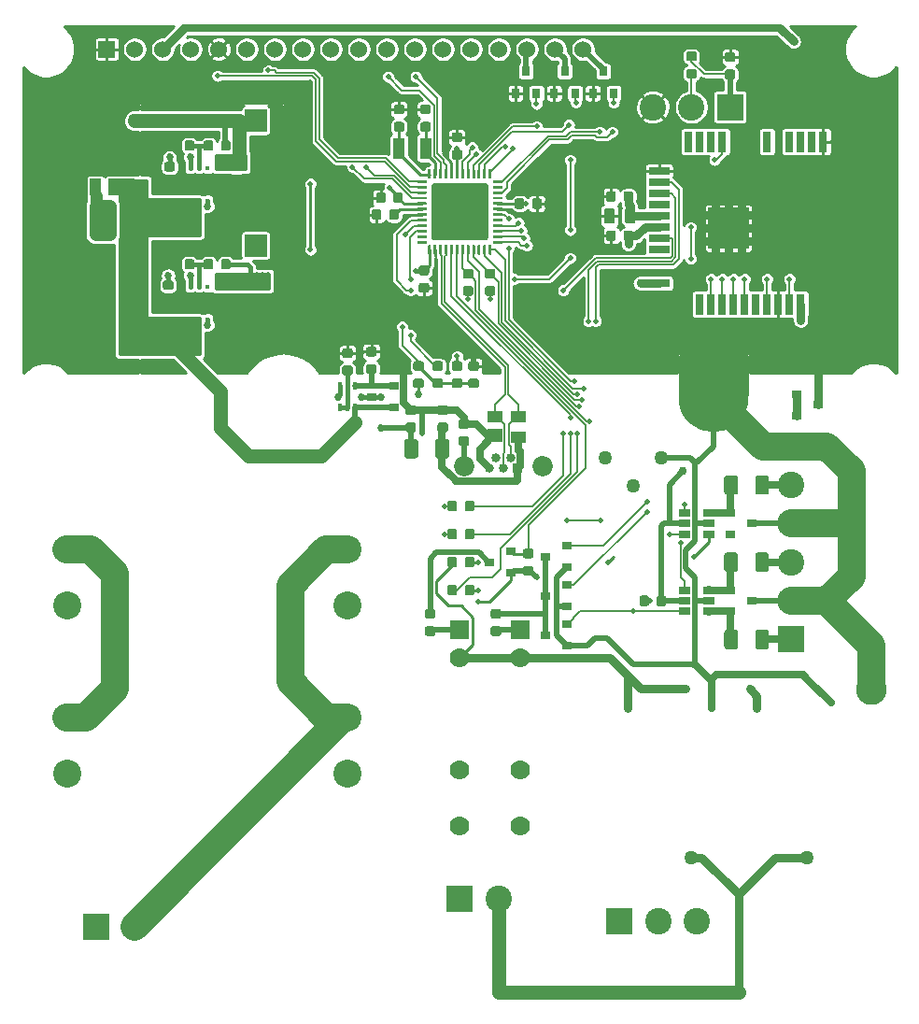
<source format=gbl>
G04 #@! TF.GenerationSoftware,KiCad,Pcbnew,(5.1.2-1)-1*
G04 #@! TF.CreationDate,2019-05-05T13:33:14-05:00*
G04 #@! TF.ProjectId,WiFi-Septic-Controller,57694669-2d53-4657-9074-69632d436f6e,rev?*
G04 #@! TF.SameCoordinates,Original*
G04 #@! TF.FileFunction,Copper,L2,Bot*
G04 #@! TF.FilePolarity,Positive*
%FSLAX46Y46*%
G04 Gerber Fmt 4.6, Leading zero omitted, Abs format (unit mm)*
G04 Created by KiCad (PCBNEW (5.1.2-1)-1) date 2019-05-05 13:33:14*
%MOMM*%
%LPD*%
G04 APERTURE LIST*
%ADD10R,0.800000X1.900000*%
%ADD11R,1.900000X0.800000*%
%ADD12R,3.700000X3.700000*%
%ADD13C,0.500000*%
%ADD14C,1.260000*%
%ADD15R,2.400000X2.400000*%
%ADD16C,2.400000*%
%ADD17C,2.000000*%
%ADD18C,0.975000*%
%ADD19C,0.875000*%
%ADD20R,2.400000X1.500000*%
%ADD21R,1.050000X1.500000*%
%ADD22R,0.900000X0.800000*%
%ADD23R,1.400000X1.200000*%
%ADD24R,1.400000X1.000000*%
%ADD25C,1.524000*%
%ADD26R,1.524000X1.524000*%
%ADD27C,1.250000*%
%ADD28R,0.400000X0.650000*%
%ADD29R,0.800000X0.900000*%
%ADD30R,1.778000X1.778000*%
%ADD31C,1.778000*%
%ADD32C,2.540000*%
%ADD33C,2.800000*%
%ADD34R,0.400000X0.450000*%
%ADD35R,1.060000X0.650000*%
%ADD36C,5.150000*%
%ADD37C,0.250000*%
%ADD38R,1.100000X1.900000*%
%ADD39C,6.350000*%
%ADD40R,0.840000X0.840000*%
%ADD41C,0.840000*%
%ADD42C,1.850000*%
%ADD43R,2.000000X2.000000*%
%ADD44C,1.270000*%
%ADD45C,0.508000*%
%ADD46C,0.685800*%
%ADD47C,0.762000*%
%ADD48C,0.508000*%
%ADD49C,0.635000*%
%ADD50C,2.540000*%
%ADD51C,0.254000*%
%ADD52C,0.762000*%
%ADD53C,0.381000*%
%ADD54C,0.152400*%
%ADD55C,1.270000*%
%ADD56C,0.685800*%
%ADD57C,0.431800*%
%ADD58C,1.066800*%
G04 APERTURE END LIST*
D10*
X90750000Y-40885000D03*
X91766000Y-40885000D03*
X92782000Y-40885000D03*
X93798000Y-40885000D03*
X97862000Y-40885000D03*
X99894000Y-40885000D03*
X100910000Y-40885000D03*
X101926000Y-40885000D03*
X102942000Y-40885000D03*
X100904000Y-55615000D03*
X99888000Y-55615000D03*
X98872000Y-55615000D03*
X97856000Y-55615000D03*
X96840000Y-55615000D03*
X95824000Y-55615000D03*
X94808000Y-55615000D03*
X93792000Y-55615000D03*
X92776000Y-55615000D03*
X91760000Y-55615000D03*
D11*
X88080000Y-53715000D03*
X88080000Y-50667000D03*
X88080000Y-49651000D03*
X88080000Y-48635000D03*
X88080000Y-47619000D03*
X88080000Y-46603000D03*
X88080000Y-45587000D03*
X88080000Y-44571000D03*
X88080000Y-43555000D03*
D12*
X94350000Y-48735000D03*
D13*
X94350000Y-48735000D03*
X94350000Y-49935000D03*
X94350000Y-47535000D03*
X95550000Y-49935000D03*
X95550000Y-48735000D03*
X95550000Y-47535000D03*
X93150000Y-49935000D03*
X93150000Y-48735000D03*
X93150000Y-47535000D03*
D14*
X88225000Y-69580000D03*
X85685000Y-72120000D03*
X83145000Y-69580000D03*
D15*
X100000000Y-86000000D03*
D16*
X100000000Y-82500000D03*
X100000000Y-79000000D03*
X100000000Y-75500000D03*
X100000000Y-72000000D03*
X100000000Y-68500000D03*
D15*
X94500000Y-37750000D03*
D16*
X87500000Y-37750000D03*
X91000000Y-37750000D03*
D15*
X37000000Y-112000000D03*
D16*
X40500000Y-112000000D03*
D17*
G36*
X46330142Y-58301174D02*
G01*
X46353803Y-58304684D01*
X46377007Y-58310496D01*
X46399529Y-58318554D01*
X46421153Y-58328782D01*
X46441670Y-58341079D01*
X46460883Y-58355329D01*
X46478607Y-58371393D01*
X46494671Y-58389117D01*
X46508921Y-58408330D01*
X46521218Y-58428847D01*
X46531446Y-58450471D01*
X46539504Y-58472993D01*
X46545316Y-58496197D01*
X46548826Y-58519858D01*
X46550000Y-58543750D01*
X46550000Y-59456250D01*
X46548826Y-59480142D01*
X46545316Y-59503803D01*
X46539504Y-59527007D01*
X46531446Y-59549529D01*
X46521218Y-59571153D01*
X46508921Y-59591670D01*
X46494671Y-59610883D01*
X46478607Y-59628607D01*
X46460883Y-59644671D01*
X46441670Y-59658921D01*
X46421153Y-59671218D01*
X46399529Y-59681446D01*
X46377007Y-59689504D01*
X46353803Y-59695316D01*
X46330142Y-59698826D01*
X46306250Y-59700000D01*
X45818750Y-59700000D01*
X45794858Y-59698826D01*
X45771197Y-59695316D01*
X45747993Y-59689504D01*
X45725471Y-59681446D01*
X45703847Y-59671218D01*
X45683330Y-59658921D01*
X45664117Y-59644671D01*
X45646393Y-59628607D01*
X45630329Y-59610883D01*
X45616079Y-59591670D01*
X45603782Y-59571153D01*
X45593554Y-59549529D01*
X45585496Y-59527007D01*
X45579684Y-59503803D01*
X45576174Y-59480142D01*
X45575000Y-59456250D01*
X45575000Y-58543750D01*
X45576174Y-58519858D01*
X45579684Y-58496197D01*
X45585496Y-58472993D01*
X45593554Y-58450471D01*
X45603782Y-58428847D01*
X45616079Y-58408330D01*
X45630329Y-58389117D01*
X45646393Y-58371393D01*
X45664117Y-58355329D01*
X45683330Y-58341079D01*
X45703847Y-58328782D01*
X45725471Y-58318554D01*
X45747993Y-58310496D01*
X45771197Y-58304684D01*
X45794858Y-58301174D01*
X45818750Y-58300000D01*
X46306250Y-58300000D01*
X46330142Y-58301174D01*
X46330142Y-58301174D01*
G37*
D18*
X46062500Y-59000000D03*
D17*
G36*
X48205142Y-58301174D02*
G01*
X48228803Y-58304684D01*
X48252007Y-58310496D01*
X48274529Y-58318554D01*
X48296153Y-58328782D01*
X48316670Y-58341079D01*
X48335883Y-58355329D01*
X48353607Y-58371393D01*
X48369671Y-58389117D01*
X48383921Y-58408330D01*
X48396218Y-58428847D01*
X48406446Y-58450471D01*
X48414504Y-58472993D01*
X48420316Y-58496197D01*
X48423826Y-58519858D01*
X48425000Y-58543750D01*
X48425000Y-59456250D01*
X48423826Y-59480142D01*
X48420316Y-59503803D01*
X48414504Y-59527007D01*
X48406446Y-59549529D01*
X48396218Y-59571153D01*
X48383921Y-59591670D01*
X48369671Y-59610883D01*
X48353607Y-59628607D01*
X48335883Y-59644671D01*
X48316670Y-59658921D01*
X48296153Y-59671218D01*
X48274529Y-59681446D01*
X48252007Y-59689504D01*
X48228803Y-59695316D01*
X48205142Y-59698826D01*
X48181250Y-59700000D01*
X47693750Y-59700000D01*
X47669858Y-59698826D01*
X47646197Y-59695316D01*
X47622993Y-59689504D01*
X47600471Y-59681446D01*
X47578847Y-59671218D01*
X47558330Y-59658921D01*
X47539117Y-59644671D01*
X47521393Y-59628607D01*
X47505329Y-59610883D01*
X47491079Y-59591670D01*
X47478782Y-59571153D01*
X47468554Y-59549529D01*
X47460496Y-59527007D01*
X47454684Y-59503803D01*
X47451174Y-59480142D01*
X47450000Y-59456250D01*
X47450000Y-58543750D01*
X47451174Y-58519858D01*
X47454684Y-58496197D01*
X47460496Y-58472993D01*
X47468554Y-58450471D01*
X47478782Y-58428847D01*
X47491079Y-58408330D01*
X47505329Y-58389117D01*
X47521393Y-58371393D01*
X47539117Y-58355329D01*
X47558330Y-58341079D01*
X47578847Y-58328782D01*
X47600471Y-58318554D01*
X47622993Y-58310496D01*
X47646197Y-58304684D01*
X47669858Y-58301174D01*
X47693750Y-58300000D01*
X48181250Y-58300000D01*
X48205142Y-58301174D01*
X48205142Y-58301174D01*
G37*
D18*
X47937500Y-59000000D03*
D17*
G36*
X43838691Y-53449553D02*
G01*
X43859926Y-53452703D01*
X43880750Y-53457919D01*
X43900962Y-53465151D01*
X43920368Y-53474330D01*
X43938781Y-53485366D01*
X43956024Y-53498154D01*
X43971930Y-53512570D01*
X43986346Y-53528476D01*
X43999134Y-53545719D01*
X44010170Y-53564132D01*
X44019349Y-53583538D01*
X44026581Y-53603750D01*
X44031797Y-53624574D01*
X44034947Y-53645809D01*
X44036000Y-53667250D01*
X44036000Y-54104750D01*
X44034947Y-54126191D01*
X44031797Y-54147426D01*
X44026581Y-54168250D01*
X44019349Y-54188462D01*
X44010170Y-54207868D01*
X43999134Y-54226281D01*
X43986346Y-54243524D01*
X43971930Y-54259430D01*
X43956024Y-54273846D01*
X43938781Y-54286634D01*
X43920368Y-54297670D01*
X43900962Y-54306849D01*
X43880750Y-54314081D01*
X43859926Y-54319297D01*
X43838691Y-54322447D01*
X43817250Y-54323500D01*
X43304750Y-54323500D01*
X43283309Y-54322447D01*
X43262074Y-54319297D01*
X43241250Y-54314081D01*
X43221038Y-54306849D01*
X43201632Y-54297670D01*
X43183219Y-54286634D01*
X43165976Y-54273846D01*
X43150070Y-54259430D01*
X43135654Y-54243524D01*
X43122866Y-54226281D01*
X43111830Y-54207868D01*
X43102651Y-54188462D01*
X43095419Y-54168250D01*
X43090203Y-54147426D01*
X43087053Y-54126191D01*
X43086000Y-54104750D01*
X43086000Y-53667250D01*
X43087053Y-53645809D01*
X43090203Y-53624574D01*
X43095419Y-53603750D01*
X43102651Y-53583538D01*
X43111830Y-53564132D01*
X43122866Y-53545719D01*
X43135654Y-53528476D01*
X43150070Y-53512570D01*
X43165976Y-53498154D01*
X43183219Y-53485366D01*
X43201632Y-53474330D01*
X43221038Y-53465151D01*
X43241250Y-53457919D01*
X43262074Y-53452703D01*
X43283309Y-53449553D01*
X43304750Y-53448500D01*
X43817250Y-53448500D01*
X43838691Y-53449553D01*
X43838691Y-53449553D01*
G37*
D19*
X43561000Y-53886000D03*
D17*
G36*
X43838691Y-55024553D02*
G01*
X43859926Y-55027703D01*
X43880750Y-55032919D01*
X43900962Y-55040151D01*
X43920368Y-55049330D01*
X43938781Y-55060366D01*
X43956024Y-55073154D01*
X43971930Y-55087570D01*
X43986346Y-55103476D01*
X43999134Y-55120719D01*
X44010170Y-55139132D01*
X44019349Y-55158538D01*
X44026581Y-55178750D01*
X44031797Y-55199574D01*
X44034947Y-55220809D01*
X44036000Y-55242250D01*
X44036000Y-55679750D01*
X44034947Y-55701191D01*
X44031797Y-55722426D01*
X44026581Y-55743250D01*
X44019349Y-55763462D01*
X44010170Y-55782868D01*
X43999134Y-55801281D01*
X43986346Y-55818524D01*
X43971930Y-55834430D01*
X43956024Y-55848846D01*
X43938781Y-55861634D01*
X43920368Y-55872670D01*
X43900962Y-55881849D01*
X43880750Y-55889081D01*
X43859926Y-55894297D01*
X43838691Y-55897447D01*
X43817250Y-55898500D01*
X43304750Y-55898500D01*
X43283309Y-55897447D01*
X43262074Y-55894297D01*
X43241250Y-55889081D01*
X43221038Y-55881849D01*
X43201632Y-55872670D01*
X43183219Y-55861634D01*
X43165976Y-55848846D01*
X43150070Y-55834430D01*
X43135654Y-55818524D01*
X43122866Y-55801281D01*
X43111830Y-55782868D01*
X43102651Y-55763462D01*
X43095419Y-55743250D01*
X43090203Y-55722426D01*
X43087053Y-55701191D01*
X43086000Y-55679750D01*
X43086000Y-55242250D01*
X43087053Y-55220809D01*
X43090203Y-55199574D01*
X43095419Y-55178750D01*
X43102651Y-55158538D01*
X43111830Y-55139132D01*
X43122866Y-55120719D01*
X43135654Y-55103476D01*
X43150070Y-55087570D01*
X43165976Y-55073154D01*
X43183219Y-55060366D01*
X43201632Y-55049330D01*
X43221038Y-55040151D01*
X43241250Y-55032919D01*
X43262074Y-55027703D01*
X43283309Y-55024553D01*
X43304750Y-55023500D01*
X43817250Y-55023500D01*
X43838691Y-55024553D01*
X43838691Y-55024553D01*
G37*
D19*
X43561000Y-55461000D03*
D17*
G36*
X50230142Y-55201174D02*
G01*
X50253803Y-55204684D01*
X50277007Y-55210496D01*
X50299529Y-55218554D01*
X50321153Y-55228782D01*
X50341670Y-55241079D01*
X50360883Y-55255329D01*
X50378607Y-55271393D01*
X50394671Y-55289117D01*
X50408921Y-55308330D01*
X50421218Y-55328847D01*
X50431446Y-55350471D01*
X50439504Y-55372993D01*
X50445316Y-55396197D01*
X50448826Y-55419858D01*
X50450000Y-55443750D01*
X50450000Y-55931250D01*
X50448826Y-55955142D01*
X50445316Y-55978803D01*
X50439504Y-56002007D01*
X50431446Y-56024529D01*
X50421218Y-56046153D01*
X50408921Y-56066670D01*
X50394671Y-56085883D01*
X50378607Y-56103607D01*
X50360883Y-56119671D01*
X50341670Y-56133921D01*
X50321153Y-56146218D01*
X50299529Y-56156446D01*
X50277007Y-56164504D01*
X50253803Y-56170316D01*
X50230142Y-56173826D01*
X50206250Y-56175000D01*
X49293750Y-56175000D01*
X49269858Y-56173826D01*
X49246197Y-56170316D01*
X49222993Y-56164504D01*
X49200471Y-56156446D01*
X49178847Y-56146218D01*
X49158330Y-56133921D01*
X49139117Y-56119671D01*
X49121393Y-56103607D01*
X49105329Y-56085883D01*
X49091079Y-56066670D01*
X49078782Y-56046153D01*
X49068554Y-56024529D01*
X49060496Y-56002007D01*
X49054684Y-55978803D01*
X49051174Y-55955142D01*
X49050000Y-55931250D01*
X49050000Y-55443750D01*
X49051174Y-55419858D01*
X49054684Y-55396197D01*
X49060496Y-55372993D01*
X49068554Y-55350471D01*
X49078782Y-55328847D01*
X49091079Y-55308330D01*
X49105329Y-55289117D01*
X49121393Y-55271393D01*
X49139117Y-55255329D01*
X49158330Y-55241079D01*
X49178847Y-55228782D01*
X49200471Y-55218554D01*
X49222993Y-55210496D01*
X49246197Y-55204684D01*
X49269858Y-55201174D01*
X49293750Y-55200000D01*
X50206250Y-55200000D01*
X50230142Y-55201174D01*
X50230142Y-55201174D01*
G37*
D18*
X49750000Y-55687500D03*
D17*
G36*
X50230142Y-53326174D02*
G01*
X50253803Y-53329684D01*
X50277007Y-53335496D01*
X50299529Y-53343554D01*
X50321153Y-53353782D01*
X50341670Y-53366079D01*
X50360883Y-53380329D01*
X50378607Y-53396393D01*
X50394671Y-53414117D01*
X50408921Y-53433330D01*
X50421218Y-53453847D01*
X50431446Y-53475471D01*
X50439504Y-53497993D01*
X50445316Y-53521197D01*
X50448826Y-53544858D01*
X50450000Y-53568750D01*
X50450000Y-54056250D01*
X50448826Y-54080142D01*
X50445316Y-54103803D01*
X50439504Y-54127007D01*
X50431446Y-54149529D01*
X50421218Y-54171153D01*
X50408921Y-54191670D01*
X50394671Y-54210883D01*
X50378607Y-54228607D01*
X50360883Y-54244671D01*
X50341670Y-54258921D01*
X50321153Y-54271218D01*
X50299529Y-54281446D01*
X50277007Y-54289504D01*
X50253803Y-54295316D01*
X50230142Y-54298826D01*
X50206250Y-54300000D01*
X49293750Y-54300000D01*
X49269858Y-54298826D01*
X49246197Y-54295316D01*
X49222993Y-54289504D01*
X49200471Y-54281446D01*
X49178847Y-54271218D01*
X49158330Y-54258921D01*
X49139117Y-54244671D01*
X49121393Y-54228607D01*
X49105329Y-54210883D01*
X49091079Y-54191670D01*
X49078782Y-54171153D01*
X49068554Y-54149529D01*
X49060496Y-54127007D01*
X49054684Y-54103803D01*
X49051174Y-54080142D01*
X49050000Y-54056250D01*
X49050000Y-53568750D01*
X49051174Y-53544858D01*
X49054684Y-53521197D01*
X49060496Y-53497993D01*
X49068554Y-53475471D01*
X49078782Y-53453847D01*
X49091079Y-53433330D01*
X49105329Y-53414117D01*
X49121393Y-53396393D01*
X49139117Y-53380329D01*
X49158330Y-53366079D01*
X49178847Y-53353782D01*
X49200471Y-53343554D01*
X49222993Y-53335496D01*
X49246197Y-53329684D01*
X49269858Y-53326174D01*
X49293750Y-53325000D01*
X50206250Y-53325000D01*
X50230142Y-53326174D01*
X50230142Y-53326174D01*
G37*
D18*
X49750000Y-53812500D03*
D17*
G36*
X68735691Y-66351053D02*
G01*
X68756926Y-66354203D01*
X68777750Y-66359419D01*
X68797962Y-66366651D01*
X68817368Y-66375830D01*
X68835781Y-66386866D01*
X68853024Y-66399654D01*
X68868930Y-66414070D01*
X68883346Y-66429976D01*
X68896134Y-66447219D01*
X68907170Y-66465632D01*
X68916349Y-66485038D01*
X68923581Y-66505250D01*
X68928797Y-66526074D01*
X68931947Y-66547309D01*
X68933000Y-66568750D01*
X68933000Y-67006250D01*
X68931947Y-67027691D01*
X68928797Y-67048926D01*
X68923581Y-67069750D01*
X68916349Y-67089962D01*
X68907170Y-67109368D01*
X68896134Y-67127781D01*
X68883346Y-67145024D01*
X68868930Y-67160930D01*
X68853024Y-67175346D01*
X68835781Y-67188134D01*
X68817368Y-67199170D01*
X68797962Y-67208349D01*
X68777750Y-67215581D01*
X68756926Y-67220797D01*
X68735691Y-67223947D01*
X68714250Y-67225000D01*
X68201750Y-67225000D01*
X68180309Y-67223947D01*
X68159074Y-67220797D01*
X68138250Y-67215581D01*
X68118038Y-67208349D01*
X68098632Y-67199170D01*
X68080219Y-67188134D01*
X68062976Y-67175346D01*
X68047070Y-67160930D01*
X68032654Y-67145024D01*
X68019866Y-67127781D01*
X68008830Y-67109368D01*
X67999651Y-67089962D01*
X67992419Y-67069750D01*
X67987203Y-67048926D01*
X67984053Y-67027691D01*
X67983000Y-67006250D01*
X67983000Y-66568750D01*
X67984053Y-66547309D01*
X67987203Y-66526074D01*
X67992419Y-66505250D01*
X67999651Y-66485038D01*
X68008830Y-66465632D01*
X68019866Y-66447219D01*
X68032654Y-66429976D01*
X68047070Y-66414070D01*
X68062976Y-66399654D01*
X68080219Y-66386866D01*
X68098632Y-66375830D01*
X68118038Y-66366651D01*
X68138250Y-66359419D01*
X68159074Y-66354203D01*
X68180309Y-66351053D01*
X68201750Y-66350000D01*
X68714250Y-66350000D01*
X68735691Y-66351053D01*
X68735691Y-66351053D01*
G37*
D19*
X68458000Y-66787500D03*
D17*
G36*
X68735691Y-64776053D02*
G01*
X68756926Y-64779203D01*
X68777750Y-64784419D01*
X68797962Y-64791651D01*
X68817368Y-64800830D01*
X68835781Y-64811866D01*
X68853024Y-64824654D01*
X68868930Y-64839070D01*
X68883346Y-64854976D01*
X68896134Y-64872219D01*
X68907170Y-64890632D01*
X68916349Y-64910038D01*
X68923581Y-64930250D01*
X68928797Y-64951074D01*
X68931947Y-64972309D01*
X68933000Y-64993750D01*
X68933000Y-65431250D01*
X68931947Y-65452691D01*
X68928797Y-65473926D01*
X68923581Y-65494750D01*
X68916349Y-65514962D01*
X68907170Y-65534368D01*
X68896134Y-65552781D01*
X68883346Y-65570024D01*
X68868930Y-65585930D01*
X68853024Y-65600346D01*
X68835781Y-65613134D01*
X68817368Y-65624170D01*
X68797962Y-65633349D01*
X68777750Y-65640581D01*
X68756926Y-65645797D01*
X68735691Y-65648947D01*
X68714250Y-65650000D01*
X68201750Y-65650000D01*
X68180309Y-65648947D01*
X68159074Y-65645797D01*
X68138250Y-65640581D01*
X68118038Y-65633349D01*
X68098632Y-65624170D01*
X68080219Y-65613134D01*
X68062976Y-65600346D01*
X68047070Y-65585930D01*
X68032654Y-65570024D01*
X68019866Y-65552781D01*
X68008830Y-65534368D01*
X67999651Y-65514962D01*
X67992419Y-65494750D01*
X67987203Y-65473926D01*
X67984053Y-65452691D01*
X67983000Y-65431250D01*
X67983000Y-64993750D01*
X67984053Y-64972309D01*
X67987203Y-64951074D01*
X67992419Y-64930250D01*
X67999651Y-64910038D01*
X68008830Y-64890632D01*
X68019866Y-64872219D01*
X68032654Y-64854976D01*
X68047070Y-64839070D01*
X68062976Y-64824654D01*
X68080219Y-64811866D01*
X68098632Y-64800830D01*
X68118038Y-64791651D01*
X68138250Y-64784419D01*
X68159074Y-64779203D01*
X68180309Y-64776053D01*
X68201750Y-64775000D01*
X68714250Y-64775000D01*
X68735691Y-64776053D01*
X68735691Y-64776053D01*
G37*
D19*
X68458000Y-65212500D03*
D17*
G36*
X65835691Y-64776053D02*
G01*
X65856926Y-64779203D01*
X65877750Y-64784419D01*
X65897962Y-64791651D01*
X65917368Y-64800830D01*
X65935781Y-64811866D01*
X65953024Y-64824654D01*
X65968930Y-64839070D01*
X65983346Y-64854976D01*
X65996134Y-64872219D01*
X66007170Y-64890632D01*
X66016349Y-64910038D01*
X66023581Y-64930250D01*
X66028797Y-64951074D01*
X66031947Y-64972309D01*
X66033000Y-64993750D01*
X66033000Y-65431250D01*
X66031947Y-65452691D01*
X66028797Y-65473926D01*
X66023581Y-65494750D01*
X66016349Y-65514962D01*
X66007170Y-65534368D01*
X65996134Y-65552781D01*
X65983346Y-65570024D01*
X65968930Y-65585930D01*
X65953024Y-65600346D01*
X65935781Y-65613134D01*
X65917368Y-65624170D01*
X65897962Y-65633349D01*
X65877750Y-65640581D01*
X65856926Y-65645797D01*
X65835691Y-65648947D01*
X65814250Y-65650000D01*
X65301750Y-65650000D01*
X65280309Y-65648947D01*
X65259074Y-65645797D01*
X65238250Y-65640581D01*
X65218038Y-65633349D01*
X65198632Y-65624170D01*
X65180219Y-65613134D01*
X65162976Y-65600346D01*
X65147070Y-65585930D01*
X65132654Y-65570024D01*
X65119866Y-65552781D01*
X65108830Y-65534368D01*
X65099651Y-65514962D01*
X65092419Y-65494750D01*
X65087203Y-65473926D01*
X65084053Y-65452691D01*
X65083000Y-65431250D01*
X65083000Y-64993750D01*
X65084053Y-64972309D01*
X65087203Y-64951074D01*
X65092419Y-64930250D01*
X65099651Y-64910038D01*
X65108830Y-64890632D01*
X65119866Y-64872219D01*
X65132654Y-64854976D01*
X65147070Y-64839070D01*
X65162976Y-64824654D01*
X65180219Y-64811866D01*
X65198632Y-64800830D01*
X65218038Y-64791651D01*
X65238250Y-64784419D01*
X65259074Y-64779203D01*
X65280309Y-64776053D01*
X65301750Y-64775000D01*
X65814250Y-64775000D01*
X65835691Y-64776053D01*
X65835691Y-64776053D01*
G37*
D19*
X65558000Y-65212500D03*
D17*
G36*
X65835691Y-66351053D02*
G01*
X65856926Y-66354203D01*
X65877750Y-66359419D01*
X65897962Y-66366651D01*
X65917368Y-66375830D01*
X65935781Y-66386866D01*
X65953024Y-66399654D01*
X65968930Y-66414070D01*
X65983346Y-66429976D01*
X65996134Y-66447219D01*
X66007170Y-66465632D01*
X66016349Y-66485038D01*
X66023581Y-66505250D01*
X66028797Y-66526074D01*
X66031947Y-66547309D01*
X66033000Y-66568750D01*
X66033000Y-67006250D01*
X66031947Y-67027691D01*
X66028797Y-67048926D01*
X66023581Y-67069750D01*
X66016349Y-67089962D01*
X66007170Y-67109368D01*
X65996134Y-67127781D01*
X65983346Y-67145024D01*
X65968930Y-67160930D01*
X65953024Y-67175346D01*
X65935781Y-67188134D01*
X65917368Y-67199170D01*
X65897962Y-67208349D01*
X65877750Y-67215581D01*
X65856926Y-67220797D01*
X65835691Y-67223947D01*
X65814250Y-67225000D01*
X65301750Y-67225000D01*
X65280309Y-67223947D01*
X65259074Y-67220797D01*
X65238250Y-67215581D01*
X65218038Y-67208349D01*
X65198632Y-67199170D01*
X65180219Y-67188134D01*
X65162976Y-67175346D01*
X65147070Y-67160930D01*
X65132654Y-67145024D01*
X65119866Y-67127781D01*
X65108830Y-67109368D01*
X65099651Y-67089962D01*
X65092419Y-67069750D01*
X65087203Y-67048926D01*
X65084053Y-67027691D01*
X65083000Y-67006250D01*
X65083000Y-66568750D01*
X65084053Y-66547309D01*
X65087203Y-66526074D01*
X65092419Y-66505250D01*
X65099651Y-66485038D01*
X65108830Y-66465632D01*
X65119866Y-66447219D01*
X65132654Y-66429976D01*
X65147070Y-66414070D01*
X65162976Y-66399654D01*
X65180219Y-66386866D01*
X65198632Y-66375830D01*
X65218038Y-66366651D01*
X65238250Y-66359419D01*
X65259074Y-66354203D01*
X65280309Y-66351053D01*
X65301750Y-66350000D01*
X65814250Y-66350000D01*
X65835691Y-66351053D01*
X65835691Y-66351053D01*
G37*
D19*
X65558000Y-66787500D03*
D17*
G36*
X48205142Y-47551174D02*
G01*
X48228803Y-47554684D01*
X48252007Y-47560496D01*
X48274529Y-47568554D01*
X48296153Y-47578782D01*
X48316670Y-47591079D01*
X48335883Y-47605329D01*
X48353607Y-47621393D01*
X48369671Y-47639117D01*
X48383921Y-47658330D01*
X48396218Y-47678847D01*
X48406446Y-47700471D01*
X48414504Y-47722993D01*
X48420316Y-47746197D01*
X48423826Y-47769858D01*
X48425000Y-47793750D01*
X48425000Y-48706250D01*
X48423826Y-48730142D01*
X48420316Y-48753803D01*
X48414504Y-48777007D01*
X48406446Y-48799529D01*
X48396218Y-48821153D01*
X48383921Y-48841670D01*
X48369671Y-48860883D01*
X48353607Y-48878607D01*
X48335883Y-48894671D01*
X48316670Y-48908921D01*
X48296153Y-48921218D01*
X48274529Y-48931446D01*
X48252007Y-48939504D01*
X48228803Y-48945316D01*
X48205142Y-48948826D01*
X48181250Y-48950000D01*
X47693750Y-48950000D01*
X47669858Y-48948826D01*
X47646197Y-48945316D01*
X47622993Y-48939504D01*
X47600471Y-48931446D01*
X47578847Y-48921218D01*
X47558330Y-48908921D01*
X47539117Y-48894671D01*
X47521393Y-48878607D01*
X47505329Y-48860883D01*
X47491079Y-48841670D01*
X47478782Y-48821153D01*
X47468554Y-48799529D01*
X47460496Y-48777007D01*
X47454684Y-48753803D01*
X47451174Y-48730142D01*
X47450000Y-48706250D01*
X47450000Y-47793750D01*
X47451174Y-47769858D01*
X47454684Y-47746197D01*
X47460496Y-47722993D01*
X47468554Y-47700471D01*
X47478782Y-47678847D01*
X47491079Y-47658330D01*
X47505329Y-47639117D01*
X47521393Y-47621393D01*
X47539117Y-47605329D01*
X47558330Y-47591079D01*
X47578847Y-47578782D01*
X47600471Y-47568554D01*
X47622993Y-47560496D01*
X47646197Y-47554684D01*
X47669858Y-47551174D01*
X47693750Y-47550000D01*
X48181250Y-47550000D01*
X48205142Y-47551174D01*
X48205142Y-47551174D01*
G37*
D18*
X47937500Y-48250000D03*
D17*
G36*
X46330142Y-47551174D02*
G01*
X46353803Y-47554684D01*
X46377007Y-47560496D01*
X46399529Y-47568554D01*
X46421153Y-47578782D01*
X46441670Y-47591079D01*
X46460883Y-47605329D01*
X46478607Y-47621393D01*
X46494671Y-47639117D01*
X46508921Y-47658330D01*
X46521218Y-47678847D01*
X46531446Y-47700471D01*
X46539504Y-47722993D01*
X46545316Y-47746197D01*
X46548826Y-47769858D01*
X46550000Y-47793750D01*
X46550000Y-48706250D01*
X46548826Y-48730142D01*
X46545316Y-48753803D01*
X46539504Y-48777007D01*
X46531446Y-48799529D01*
X46521218Y-48821153D01*
X46508921Y-48841670D01*
X46494671Y-48860883D01*
X46478607Y-48878607D01*
X46460883Y-48894671D01*
X46441670Y-48908921D01*
X46421153Y-48921218D01*
X46399529Y-48931446D01*
X46377007Y-48939504D01*
X46353803Y-48945316D01*
X46330142Y-48948826D01*
X46306250Y-48950000D01*
X45818750Y-48950000D01*
X45794858Y-48948826D01*
X45771197Y-48945316D01*
X45747993Y-48939504D01*
X45725471Y-48931446D01*
X45703847Y-48921218D01*
X45683330Y-48908921D01*
X45664117Y-48894671D01*
X45646393Y-48878607D01*
X45630329Y-48860883D01*
X45616079Y-48841670D01*
X45603782Y-48821153D01*
X45593554Y-48799529D01*
X45585496Y-48777007D01*
X45579684Y-48753803D01*
X45576174Y-48730142D01*
X45575000Y-48706250D01*
X45575000Y-47793750D01*
X45576174Y-47769858D01*
X45579684Y-47746197D01*
X45585496Y-47722993D01*
X45593554Y-47700471D01*
X45603782Y-47678847D01*
X45616079Y-47658330D01*
X45630329Y-47639117D01*
X45646393Y-47621393D01*
X45664117Y-47605329D01*
X45683330Y-47591079D01*
X45703847Y-47578782D01*
X45725471Y-47568554D01*
X45747993Y-47560496D01*
X45771197Y-47554684D01*
X45794858Y-47551174D01*
X45818750Y-47550000D01*
X46306250Y-47550000D01*
X46330142Y-47551174D01*
X46330142Y-47551174D01*
G37*
D18*
X46062500Y-48250000D03*
D17*
G36*
X43965691Y-42718053D02*
G01*
X43986926Y-42721203D01*
X44007750Y-42726419D01*
X44027962Y-42733651D01*
X44047368Y-42742830D01*
X44065781Y-42753866D01*
X44083024Y-42766654D01*
X44098930Y-42781070D01*
X44113346Y-42796976D01*
X44126134Y-42814219D01*
X44137170Y-42832632D01*
X44146349Y-42852038D01*
X44153581Y-42872250D01*
X44158797Y-42893074D01*
X44161947Y-42914309D01*
X44163000Y-42935750D01*
X44163000Y-43373250D01*
X44161947Y-43394691D01*
X44158797Y-43415926D01*
X44153581Y-43436750D01*
X44146349Y-43456962D01*
X44137170Y-43476368D01*
X44126134Y-43494781D01*
X44113346Y-43512024D01*
X44098930Y-43527930D01*
X44083024Y-43542346D01*
X44065781Y-43555134D01*
X44047368Y-43566170D01*
X44027962Y-43575349D01*
X44007750Y-43582581D01*
X43986926Y-43587797D01*
X43965691Y-43590947D01*
X43944250Y-43592000D01*
X43431750Y-43592000D01*
X43410309Y-43590947D01*
X43389074Y-43587797D01*
X43368250Y-43582581D01*
X43348038Y-43575349D01*
X43328632Y-43566170D01*
X43310219Y-43555134D01*
X43292976Y-43542346D01*
X43277070Y-43527930D01*
X43262654Y-43512024D01*
X43249866Y-43494781D01*
X43238830Y-43476368D01*
X43229651Y-43456962D01*
X43222419Y-43436750D01*
X43217203Y-43415926D01*
X43214053Y-43394691D01*
X43213000Y-43373250D01*
X43213000Y-42935750D01*
X43214053Y-42914309D01*
X43217203Y-42893074D01*
X43222419Y-42872250D01*
X43229651Y-42852038D01*
X43238830Y-42832632D01*
X43249866Y-42814219D01*
X43262654Y-42796976D01*
X43277070Y-42781070D01*
X43292976Y-42766654D01*
X43310219Y-42753866D01*
X43328632Y-42742830D01*
X43348038Y-42733651D01*
X43368250Y-42726419D01*
X43389074Y-42721203D01*
X43410309Y-42718053D01*
X43431750Y-42717000D01*
X43944250Y-42717000D01*
X43965691Y-42718053D01*
X43965691Y-42718053D01*
G37*
D19*
X43688000Y-43154500D03*
D17*
G36*
X43965691Y-44293053D02*
G01*
X43986926Y-44296203D01*
X44007750Y-44301419D01*
X44027962Y-44308651D01*
X44047368Y-44317830D01*
X44065781Y-44328866D01*
X44083024Y-44341654D01*
X44098930Y-44356070D01*
X44113346Y-44371976D01*
X44126134Y-44389219D01*
X44137170Y-44407632D01*
X44146349Y-44427038D01*
X44153581Y-44447250D01*
X44158797Y-44468074D01*
X44161947Y-44489309D01*
X44163000Y-44510750D01*
X44163000Y-44948250D01*
X44161947Y-44969691D01*
X44158797Y-44990926D01*
X44153581Y-45011750D01*
X44146349Y-45031962D01*
X44137170Y-45051368D01*
X44126134Y-45069781D01*
X44113346Y-45087024D01*
X44098930Y-45102930D01*
X44083024Y-45117346D01*
X44065781Y-45130134D01*
X44047368Y-45141170D01*
X44027962Y-45150349D01*
X44007750Y-45157581D01*
X43986926Y-45162797D01*
X43965691Y-45165947D01*
X43944250Y-45167000D01*
X43431750Y-45167000D01*
X43410309Y-45165947D01*
X43389074Y-45162797D01*
X43368250Y-45157581D01*
X43348038Y-45150349D01*
X43328632Y-45141170D01*
X43310219Y-45130134D01*
X43292976Y-45117346D01*
X43277070Y-45102930D01*
X43262654Y-45087024D01*
X43249866Y-45069781D01*
X43238830Y-45051368D01*
X43229651Y-45031962D01*
X43222419Y-45011750D01*
X43217203Y-44990926D01*
X43214053Y-44969691D01*
X43213000Y-44948250D01*
X43213000Y-44510750D01*
X43214053Y-44489309D01*
X43217203Y-44468074D01*
X43222419Y-44447250D01*
X43229651Y-44427038D01*
X43238830Y-44407632D01*
X43249866Y-44389219D01*
X43262654Y-44371976D01*
X43277070Y-44356070D01*
X43292976Y-44341654D01*
X43310219Y-44328866D01*
X43328632Y-44317830D01*
X43348038Y-44308651D01*
X43368250Y-44301419D01*
X43389074Y-44296203D01*
X43410309Y-44293053D01*
X43431750Y-44292000D01*
X43944250Y-44292000D01*
X43965691Y-44293053D01*
X43965691Y-44293053D01*
G37*
D19*
X43688000Y-44729500D03*
D17*
G36*
X50230142Y-42576174D02*
G01*
X50253803Y-42579684D01*
X50277007Y-42585496D01*
X50299529Y-42593554D01*
X50321153Y-42603782D01*
X50341670Y-42616079D01*
X50360883Y-42630329D01*
X50378607Y-42646393D01*
X50394671Y-42664117D01*
X50408921Y-42683330D01*
X50421218Y-42703847D01*
X50431446Y-42725471D01*
X50439504Y-42747993D01*
X50445316Y-42771197D01*
X50448826Y-42794858D01*
X50450000Y-42818750D01*
X50450000Y-43306250D01*
X50448826Y-43330142D01*
X50445316Y-43353803D01*
X50439504Y-43377007D01*
X50431446Y-43399529D01*
X50421218Y-43421153D01*
X50408921Y-43441670D01*
X50394671Y-43460883D01*
X50378607Y-43478607D01*
X50360883Y-43494671D01*
X50341670Y-43508921D01*
X50321153Y-43521218D01*
X50299529Y-43531446D01*
X50277007Y-43539504D01*
X50253803Y-43545316D01*
X50230142Y-43548826D01*
X50206250Y-43550000D01*
X49293750Y-43550000D01*
X49269858Y-43548826D01*
X49246197Y-43545316D01*
X49222993Y-43539504D01*
X49200471Y-43531446D01*
X49178847Y-43521218D01*
X49158330Y-43508921D01*
X49139117Y-43494671D01*
X49121393Y-43478607D01*
X49105329Y-43460883D01*
X49091079Y-43441670D01*
X49078782Y-43421153D01*
X49068554Y-43399529D01*
X49060496Y-43377007D01*
X49054684Y-43353803D01*
X49051174Y-43330142D01*
X49050000Y-43306250D01*
X49050000Y-42818750D01*
X49051174Y-42794858D01*
X49054684Y-42771197D01*
X49060496Y-42747993D01*
X49068554Y-42725471D01*
X49078782Y-42703847D01*
X49091079Y-42683330D01*
X49105329Y-42664117D01*
X49121393Y-42646393D01*
X49139117Y-42630329D01*
X49158330Y-42616079D01*
X49178847Y-42603782D01*
X49200471Y-42593554D01*
X49222993Y-42585496D01*
X49246197Y-42579684D01*
X49269858Y-42576174D01*
X49293750Y-42575000D01*
X50206250Y-42575000D01*
X50230142Y-42576174D01*
X50230142Y-42576174D01*
G37*
D18*
X49750000Y-43062500D03*
D17*
G36*
X50230142Y-44451174D02*
G01*
X50253803Y-44454684D01*
X50277007Y-44460496D01*
X50299529Y-44468554D01*
X50321153Y-44478782D01*
X50341670Y-44491079D01*
X50360883Y-44505329D01*
X50378607Y-44521393D01*
X50394671Y-44539117D01*
X50408921Y-44558330D01*
X50421218Y-44578847D01*
X50431446Y-44600471D01*
X50439504Y-44622993D01*
X50445316Y-44646197D01*
X50448826Y-44669858D01*
X50450000Y-44693750D01*
X50450000Y-45181250D01*
X50448826Y-45205142D01*
X50445316Y-45228803D01*
X50439504Y-45252007D01*
X50431446Y-45274529D01*
X50421218Y-45296153D01*
X50408921Y-45316670D01*
X50394671Y-45335883D01*
X50378607Y-45353607D01*
X50360883Y-45369671D01*
X50341670Y-45383921D01*
X50321153Y-45396218D01*
X50299529Y-45406446D01*
X50277007Y-45414504D01*
X50253803Y-45420316D01*
X50230142Y-45423826D01*
X50206250Y-45425000D01*
X49293750Y-45425000D01*
X49269858Y-45423826D01*
X49246197Y-45420316D01*
X49222993Y-45414504D01*
X49200471Y-45406446D01*
X49178847Y-45396218D01*
X49158330Y-45383921D01*
X49139117Y-45369671D01*
X49121393Y-45353607D01*
X49105329Y-45335883D01*
X49091079Y-45316670D01*
X49078782Y-45296153D01*
X49068554Y-45274529D01*
X49060496Y-45252007D01*
X49054684Y-45228803D01*
X49051174Y-45205142D01*
X49050000Y-45181250D01*
X49050000Y-44693750D01*
X49051174Y-44669858D01*
X49054684Y-44646197D01*
X49060496Y-44622993D01*
X49068554Y-44600471D01*
X49078782Y-44578847D01*
X49091079Y-44558330D01*
X49105329Y-44539117D01*
X49121393Y-44521393D01*
X49139117Y-44505329D01*
X49158330Y-44491079D01*
X49178847Y-44478782D01*
X49200471Y-44468554D01*
X49222993Y-44460496D01*
X49246197Y-44454684D01*
X49269858Y-44451174D01*
X49293750Y-44450000D01*
X50206250Y-44450000D01*
X50230142Y-44451174D01*
X50230142Y-44451174D01*
G37*
D18*
X49750000Y-44937500D03*
D17*
G36*
X70027691Y-40051053D02*
G01*
X70048926Y-40054203D01*
X70069750Y-40059419D01*
X70089962Y-40066651D01*
X70109368Y-40075830D01*
X70127781Y-40086866D01*
X70145024Y-40099654D01*
X70160930Y-40114070D01*
X70175346Y-40129976D01*
X70188134Y-40147219D01*
X70199170Y-40165632D01*
X70208349Y-40185038D01*
X70215581Y-40205250D01*
X70220797Y-40226074D01*
X70223947Y-40247309D01*
X70225000Y-40268750D01*
X70225000Y-40706250D01*
X70223947Y-40727691D01*
X70220797Y-40748926D01*
X70215581Y-40769750D01*
X70208349Y-40789962D01*
X70199170Y-40809368D01*
X70188134Y-40827781D01*
X70175346Y-40845024D01*
X70160930Y-40860930D01*
X70145024Y-40875346D01*
X70127781Y-40888134D01*
X70109368Y-40899170D01*
X70089962Y-40908349D01*
X70069750Y-40915581D01*
X70048926Y-40920797D01*
X70027691Y-40923947D01*
X70006250Y-40925000D01*
X69493750Y-40925000D01*
X69472309Y-40923947D01*
X69451074Y-40920797D01*
X69430250Y-40915581D01*
X69410038Y-40908349D01*
X69390632Y-40899170D01*
X69372219Y-40888134D01*
X69354976Y-40875346D01*
X69339070Y-40860930D01*
X69324654Y-40845024D01*
X69311866Y-40827781D01*
X69300830Y-40809368D01*
X69291651Y-40789962D01*
X69284419Y-40769750D01*
X69279203Y-40748926D01*
X69276053Y-40727691D01*
X69275000Y-40706250D01*
X69275000Y-40268750D01*
X69276053Y-40247309D01*
X69279203Y-40226074D01*
X69284419Y-40205250D01*
X69291651Y-40185038D01*
X69300830Y-40165632D01*
X69311866Y-40147219D01*
X69324654Y-40129976D01*
X69339070Y-40114070D01*
X69354976Y-40099654D01*
X69372219Y-40086866D01*
X69390632Y-40075830D01*
X69410038Y-40066651D01*
X69430250Y-40059419D01*
X69451074Y-40054203D01*
X69472309Y-40051053D01*
X69493750Y-40050000D01*
X70006250Y-40050000D01*
X70027691Y-40051053D01*
X70027691Y-40051053D01*
G37*
D19*
X69750000Y-40487500D03*
D17*
G36*
X70027691Y-41626053D02*
G01*
X70048926Y-41629203D01*
X70069750Y-41634419D01*
X70089962Y-41641651D01*
X70109368Y-41650830D01*
X70127781Y-41661866D01*
X70145024Y-41674654D01*
X70160930Y-41689070D01*
X70175346Y-41704976D01*
X70188134Y-41722219D01*
X70199170Y-41740632D01*
X70208349Y-41760038D01*
X70215581Y-41780250D01*
X70220797Y-41801074D01*
X70223947Y-41822309D01*
X70225000Y-41843750D01*
X70225000Y-42281250D01*
X70223947Y-42302691D01*
X70220797Y-42323926D01*
X70215581Y-42344750D01*
X70208349Y-42364962D01*
X70199170Y-42384368D01*
X70188134Y-42402781D01*
X70175346Y-42420024D01*
X70160930Y-42435930D01*
X70145024Y-42450346D01*
X70127781Y-42463134D01*
X70109368Y-42474170D01*
X70089962Y-42483349D01*
X70069750Y-42490581D01*
X70048926Y-42495797D01*
X70027691Y-42498947D01*
X70006250Y-42500000D01*
X69493750Y-42500000D01*
X69472309Y-42498947D01*
X69451074Y-42495797D01*
X69430250Y-42490581D01*
X69410038Y-42483349D01*
X69390632Y-42474170D01*
X69372219Y-42463134D01*
X69354976Y-42450346D01*
X69339070Y-42435930D01*
X69324654Y-42420024D01*
X69311866Y-42402781D01*
X69300830Y-42384368D01*
X69291651Y-42364962D01*
X69284419Y-42344750D01*
X69279203Y-42323926D01*
X69276053Y-42302691D01*
X69275000Y-42281250D01*
X69275000Y-41843750D01*
X69276053Y-41822309D01*
X69279203Y-41801074D01*
X69284419Y-41780250D01*
X69291651Y-41760038D01*
X69300830Y-41740632D01*
X69311866Y-41722219D01*
X69324654Y-41704976D01*
X69339070Y-41689070D01*
X69354976Y-41674654D01*
X69372219Y-41661866D01*
X69390632Y-41650830D01*
X69410038Y-41641651D01*
X69430250Y-41634419D01*
X69451074Y-41629203D01*
X69472309Y-41626053D01*
X69493750Y-41625000D01*
X70006250Y-41625000D01*
X70027691Y-41626053D01*
X70027691Y-41626053D01*
G37*
D19*
X69750000Y-42062500D03*
D17*
G36*
X64654691Y-45500053D02*
G01*
X64675926Y-45503203D01*
X64696750Y-45508419D01*
X64716962Y-45515651D01*
X64736368Y-45524830D01*
X64754781Y-45535866D01*
X64772024Y-45548654D01*
X64787930Y-45563070D01*
X64802346Y-45578976D01*
X64815134Y-45596219D01*
X64826170Y-45614632D01*
X64835349Y-45634038D01*
X64842581Y-45654250D01*
X64847797Y-45675074D01*
X64850947Y-45696309D01*
X64852000Y-45717750D01*
X64852000Y-46230250D01*
X64850947Y-46251691D01*
X64847797Y-46272926D01*
X64842581Y-46293750D01*
X64835349Y-46313962D01*
X64826170Y-46333368D01*
X64815134Y-46351781D01*
X64802346Y-46369024D01*
X64787930Y-46384930D01*
X64772024Y-46399346D01*
X64754781Y-46412134D01*
X64736368Y-46423170D01*
X64716962Y-46432349D01*
X64696750Y-46439581D01*
X64675926Y-46444797D01*
X64654691Y-46447947D01*
X64633250Y-46449000D01*
X64195750Y-46449000D01*
X64174309Y-46447947D01*
X64153074Y-46444797D01*
X64132250Y-46439581D01*
X64112038Y-46432349D01*
X64092632Y-46423170D01*
X64074219Y-46412134D01*
X64056976Y-46399346D01*
X64041070Y-46384930D01*
X64026654Y-46369024D01*
X64013866Y-46351781D01*
X64002830Y-46333368D01*
X63993651Y-46313962D01*
X63986419Y-46293750D01*
X63981203Y-46272926D01*
X63978053Y-46251691D01*
X63977000Y-46230250D01*
X63977000Y-45717750D01*
X63978053Y-45696309D01*
X63981203Y-45675074D01*
X63986419Y-45654250D01*
X63993651Y-45634038D01*
X64002830Y-45614632D01*
X64013866Y-45596219D01*
X64026654Y-45578976D01*
X64041070Y-45563070D01*
X64056976Y-45548654D01*
X64074219Y-45535866D01*
X64092632Y-45524830D01*
X64112038Y-45515651D01*
X64132250Y-45508419D01*
X64153074Y-45503203D01*
X64174309Y-45500053D01*
X64195750Y-45499000D01*
X64633250Y-45499000D01*
X64654691Y-45500053D01*
X64654691Y-45500053D01*
G37*
D19*
X64414500Y-45974000D03*
D17*
G36*
X63079691Y-45500053D02*
G01*
X63100926Y-45503203D01*
X63121750Y-45508419D01*
X63141962Y-45515651D01*
X63161368Y-45524830D01*
X63179781Y-45535866D01*
X63197024Y-45548654D01*
X63212930Y-45563070D01*
X63227346Y-45578976D01*
X63240134Y-45596219D01*
X63251170Y-45614632D01*
X63260349Y-45634038D01*
X63267581Y-45654250D01*
X63272797Y-45675074D01*
X63275947Y-45696309D01*
X63277000Y-45717750D01*
X63277000Y-46230250D01*
X63275947Y-46251691D01*
X63272797Y-46272926D01*
X63267581Y-46293750D01*
X63260349Y-46313962D01*
X63251170Y-46333368D01*
X63240134Y-46351781D01*
X63227346Y-46369024D01*
X63212930Y-46384930D01*
X63197024Y-46399346D01*
X63179781Y-46412134D01*
X63161368Y-46423170D01*
X63141962Y-46432349D01*
X63121750Y-46439581D01*
X63100926Y-46444797D01*
X63079691Y-46447947D01*
X63058250Y-46449000D01*
X62620750Y-46449000D01*
X62599309Y-46447947D01*
X62578074Y-46444797D01*
X62557250Y-46439581D01*
X62537038Y-46432349D01*
X62517632Y-46423170D01*
X62499219Y-46412134D01*
X62481976Y-46399346D01*
X62466070Y-46384930D01*
X62451654Y-46369024D01*
X62438866Y-46351781D01*
X62427830Y-46333368D01*
X62418651Y-46313962D01*
X62411419Y-46293750D01*
X62406203Y-46272926D01*
X62403053Y-46251691D01*
X62402000Y-46230250D01*
X62402000Y-45717750D01*
X62403053Y-45696309D01*
X62406203Y-45675074D01*
X62411419Y-45654250D01*
X62418651Y-45634038D01*
X62427830Y-45614632D01*
X62438866Y-45596219D01*
X62451654Y-45578976D01*
X62466070Y-45563070D01*
X62481976Y-45548654D01*
X62499219Y-45535866D01*
X62517632Y-45524830D01*
X62537038Y-45515651D01*
X62557250Y-45508419D01*
X62578074Y-45503203D01*
X62599309Y-45500053D01*
X62620750Y-45499000D01*
X63058250Y-45499000D01*
X63079691Y-45500053D01*
X63079691Y-45500053D01*
G37*
D19*
X62839500Y-45974000D03*
D17*
G36*
X67027691Y-53691053D02*
G01*
X67048926Y-53694203D01*
X67069750Y-53699419D01*
X67089962Y-53706651D01*
X67109368Y-53715830D01*
X67127781Y-53726866D01*
X67145024Y-53739654D01*
X67160930Y-53754070D01*
X67175346Y-53769976D01*
X67188134Y-53787219D01*
X67199170Y-53805632D01*
X67208349Y-53825038D01*
X67215581Y-53845250D01*
X67220797Y-53866074D01*
X67223947Y-53887309D01*
X67225000Y-53908750D01*
X67225000Y-54346250D01*
X67223947Y-54367691D01*
X67220797Y-54388926D01*
X67215581Y-54409750D01*
X67208349Y-54429962D01*
X67199170Y-54449368D01*
X67188134Y-54467781D01*
X67175346Y-54485024D01*
X67160930Y-54500930D01*
X67145024Y-54515346D01*
X67127781Y-54528134D01*
X67109368Y-54539170D01*
X67089962Y-54548349D01*
X67069750Y-54555581D01*
X67048926Y-54560797D01*
X67027691Y-54563947D01*
X67006250Y-54565000D01*
X66493750Y-54565000D01*
X66472309Y-54563947D01*
X66451074Y-54560797D01*
X66430250Y-54555581D01*
X66410038Y-54548349D01*
X66390632Y-54539170D01*
X66372219Y-54528134D01*
X66354976Y-54515346D01*
X66339070Y-54500930D01*
X66324654Y-54485024D01*
X66311866Y-54467781D01*
X66300830Y-54449368D01*
X66291651Y-54429962D01*
X66284419Y-54409750D01*
X66279203Y-54388926D01*
X66276053Y-54367691D01*
X66275000Y-54346250D01*
X66275000Y-53908750D01*
X66276053Y-53887309D01*
X66279203Y-53866074D01*
X66284419Y-53845250D01*
X66291651Y-53825038D01*
X66300830Y-53805632D01*
X66311866Y-53787219D01*
X66324654Y-53769976D01*
X66339070Y-53754070D01*
X66354976Y-53739654D01*
X66372219Y-53726866D01*
X66390632Y-53715830D01*
X66410038Y-53706651D01*
X66430250Y-53699419D01*
X66451074Y-53694203D01*
X66472309Y-53691053D01*
X66493750Y-53690000D01*
X67006250Y-53690000D01*
X67027691Y-53691053D01*
X67027691Y-53691053D01*
G37*
D19*
X66750000Y-54127500D03*
D17*
G36*
X67027691Y-52116053D02*
G01*
X67048926Y-52119203D01*
X67069750Y-52124419D01*
X67089962Y-52131651D01*
X67109368Y-52140830D01*
X67127781Y-52151866D01*
X67145024Y-52164654D01*
X67160930Y-52179070D01*
X67175346Y-52194976D01*
X67188134Y-52212219D01*
X67199170Y-52230632D01*
X67208349Y-52250038D01*
X67215581Y-52270250D01*
X67220797Y-52291074D01*
X67223947Y-52312309D01*
X67225000Y-52333750D01*
X67225000Y-52771250D01*
X67223947Y-52792691D01*
X67220797Y-52813926D01*
X67215581Y-52834750D01*
X67208349Y-52854962D01*
X67199170Y-52874368D01*
X67188134Y-52892781D01*
X67175346Y-52910024D01*
X67160930Y-52925930D01*
X67145024Y-52940346D01*
X67127781Y-52953134D01*
X67109368Y-52964170D01*
X67089962Y-52973349D01*
X67069750Y-52980581D01*
X67048926Y-52985797D01*
X67027691Y-52988947D01*
X67006250Y-52990000D01*
X66493750Y-52990000D01*
X66472309Y-52988947D01*
X66451074Y-52985797D01*
X66430250Y-52980581D01*
X66410038Y-52973349D01*
X66390632Y-52964170D01*
X66372219Y-52953134D01*
X66354976Y-52940346D01*
X66339070Y-52925930D01*
X66324654Y-52910024D01*
X66311866Y-52892781D01*
X66300830Y-52874368D01*
X66291651Y-52854962D01*
X66284419Y-52834750D01*
X66279203Y-52813926D01*
X66276053Y-52792691D01*
X66275000Y-52771250D01*
X66275000Y-52333750D01*
X66276053Y-52312309D01*
X66279203Y-52291074D01*
X66284419Y-52270250D01*
X66291651Y-52250038D01*
X66300830Y-52230632D01*
X66311866Y-52212219D01*
X66324654Y-52194976D01*
X66339070Y-52179070D01*
X66354976Y-52164654D01*
X66372219Y-52151866D01*
X66390632Y-52140830D01*
X66410038Y-52131651D01*
X66430250Y-52124419D01*
X66451074Y-52119203D01*
X66472309Y-52116053D01*
X66493750Y-52115000D01*
X67006250Y-52115000D01*
X67027691Y-52116053D01*
X67027691Y-52116053D01*
G37*
D19*
X66750000Y-52552500D03*
D17*
G36*
X75652691Y-46026053D02*
G01*
X75673926Y-46029203D01*
X75694750Y-46034419D01*
X75714962Y-46041651D01*
X75734368Y-46050830D01*
X75752781Y-46061866D01*
X75770024Y-46074654D01*
X75785930Y-46089070D01*
X75800346Y-46104976D01*
X75813134Y-46122219D01*
X75824170Y-46140632D01*
X75833349Y-46160038D01*
X75840581Y-46180250D01*
X75845797Y-46201074D01*
X75848947Y-46222309D01*
X75850000Y-46243750D01*
X75850000Y-46756250D01*
X75848947Y-46777691D01*
X75845797Y-46798926D01*
X75840581Y-46819750D01*
X75833349Y-46839962D01*
X75824170Y-46859368D01*
X75813134Y-46877781D01*
X75800346Y-46895024D01*
X75785930Y-46910930D01*
X75770024Y-46925346D01*
X75752781Y-46938134D01*
X75734368Y-46949170D01*
X75714962Y-46958349D01*
X75694750Y-46965581D01*
X75673926Y-46970797D01*
X75652691Y-46973947D01*
X75631250Y-46975000D01*
X75193750Y-46975000D01*
X75172309Y-46973947D01*
X75151074Y-46970797D01*
X75130250Y-46965581D01*
X75110038Y-46958349D01*
X75090632Y-46949170D01*
X75072219Y-46938134D01*
X75054976Y-46925346D01*
X75039070Y-46910930D01*
X75024654Y-46895024D01*
X75011866Y-46877781D01*
X75000830Y-46859368D01*
X74991651Y-46839962D01*
X74984419Y-46819750D01*
X74979203Y-46798926D01*
X74976053Y-46777691D01*
X74975000Y-46756250D01*
X74975000Y-46243750D01*
X74976053Y-46222309D01*
X74979203Y-46201074D01*
X74984419Y-46180250D01*
X74991651Y-46160038D01*
X75000830Y-46140632D01*
X75011866Y-46122219D01*
X75024654Y-46104976D01*
X75039070Y-46089070D01*
X75054976Y-46074654D01*
X75072219Y-46061866D01*
X75090632Y-46050830D01*
X75110038Y-46041651D01*
X75130250Y-46034419D01*
X75151074Y-46029203D01*
X75172309Y-46026053D01*
X75193750Y-46025000D01*
X75631250Y-46025000D01*
X75652691Y-46026053D01*
X75652691Y-46026053D01*
G37*
D19*
X75412500Y-46500000D03*
D17*
G36*
X77227691Y-46026053D02*
G01*
X77248926Y-46029203D01*
X77269750Y-46034419D01*
X77289962Y-46041651D01*
X77309368Y-46050830D01*
X77327781Y-46061866D01*
X77345024Y-46074654D01*
X77360930Y-46089070D01*
X77375346Y-46104976D01*
X77388134Y-46122219D01*
X77399170Y-46140632D01*
X77408349Y-46160038D01*
X77415581Y-46180250D01*
X77420797Y-46201074D01*
X77423947Y-46222309D01*
X77425000Y-46243750D01*
X77425000Y-46756250D01*
X77423947Y-46777691D01*
X77420797Y-46798926D01*
X77415581Y-46819750D01*
X77408349Y-46839962D01*
X77399170Y-46859368D01*
X77388134Y-46877781D01*
X77375346Y-46895024D01*
X77360930Y-46910930D01*
X77345024Y-46925346D01*
X77327781Y-46938134D01*
X77309368Y-46949170D01*
X77289962Y-46958349D01*
X77269750Y-46965581D01*
X77248926Y-46970797D01*
X77227691Y-46973947D01*
X77206250Y-46975000D01*
X76768750Y-46975000D01*
X76747309Y-46973947D01*
X76726074Y-46970797D01*
X76705250Y-46965581D01*
X76685038Y-46958349D01*
X76665632Y-46949170D01*
X76647219Y-46938134D01*
X76629976Y-46925346D01*
X76614070Y-46910930D01*
X76599654Y-46895024D01*
X76586866Y-46877781D01*
X76575830Y-46859368D01*
X76566651Y-46839962D01*
X76559419Y-46819750D01*
X76554203Y-46798926D01*
X76551053Y-46777691D01*
X76550000Y-46756250D01*
X76550000Y-46243750D01*
X76551053Y-46222309D01*
X76554203Y-46201074D01*
X76559419Y-46180250D01*
X76566651Y-46160038D01*
X76575830Y-46140632D01*
X76586866Y-46122219D01*
X76599654Y-46104976D01*
X76614070Y-46089070D01*
X76629976Y-46074654D01*
X76647219Y-46061866D01*
X76665632Y-46050830D01*
X76685038Y-46041651D01*
X76705250Y-46034419D01*
X76726074Y-46029203D01*
X76747309Y-46026053D01*
X76768750Y-46025000D01*
X77206250Y-46025000D01*
X77227691Y-46026053D01*
X77227691Y-46026053D01*
G37*
D19*
X76987500Y-46500000D03*
D17*
G36*
X85527691Y-45373053D02*
G01*
X85548926Y-45376203D01*
X85569750Y-45381419D01*
X85589962Y-45388651D01*
X85609368Y-45397830D01*
X85627781Y-45408866D01*
X85645024Y-45421654D01*
X85660930Y-45436070D01*
X85675346Y-45451976D01*
X85688134Y-45469219D01*
X85699170Y-45487632D01*
X85708349Y-45507038D01*
X85715581Y-45527250D01*
X85720797Y-45548074D01*
X85723947Y-45569309D01*
X85725000Y-45590750D01*
X85725000Y-46103250D01*
X85723947Y-46124691D01*
X85720797Y-46145926D01*
X85715581Y-46166750D01*
X85708349Y-46186962D01*
X85699170Y-46206368D01*
X85688134Y-46224781D01*
X85675346Y-46242024D01*
X85660930Y-46257930D01*
X85645024Y-46272346D01*
X85627781Y-46285134D01*
X85609368Y-46296170D01*
X85589962Y-46305349D01*
X85569750Y-46312581D01*
X85548926Y-46317797D01*
X85527691Y-46320947D01*
X85506250Y-46322000D01*
X85068750Y-46322000D01*
X85047309Y-46320947D01*
X85026074Y-46317797D01*
X85005250Y-46312581D01*
X84985038Y-46305349D01*
X84965632Y-46296170D01*
X84947219Y-46285134D01*
X84929976Y-46272346D01*
X84914070Y-46257930D01*
X84899654Y-46242024D01*
X84886866Y-46224781D01*
X84875830Y-46206368D01*
X84866651Y-46186962D01*
X84859419Y-46166750D01*
X84854203Y-46145926D01*
X84851053Y-46124691D01*
X84850000Y-46103250D01*
X84850000Y-45590750D01*
X84851053Y-45569309D01*
X84854203Y-45548074D01*
X84859419Y-45527250D01*
X84866651Y-45507038D01*
X84875830Y-45487632D01*
X84886866Y-45469219D01*
X84899654Y-45451976D01*
X84914070Y-45436070D01*
X84929976Y-45421654D01*
X84947219Y-45408866D01*
X84965632Y-45397830D01*
X84985038Y-45388651D01*
X85005250Y-45381419D01*
X85026074Y-45376203D01*
X85047309Y-45373053D01*
X85068750Y-45372000D01*
X85506250Y-45372000D01*
X85527691Y-45373053D01*
X85527691Y-45373053D01*
G37*
D19*
X85287500Y-45847000D03*
D17*
G36*
X83952691Y-45373053D02*
G01*
X83973926Y-45376203D01*
X83994750Y-45381419D01*
X84014962Y-45388651D01*
X84034368Y-45397830D01*
X84052781Y-45408866D01*
X84070024Y-45421654D01*
X84085930Y-45436070D01*
X84100346Y-45451976D01*
X84113134Y-45469219D01*
X84124170Y-45487632D01*
X84133349Y-45507038D01*
X84140581Y-45527250D01*
X84145797Y-45548074D01*
X84148947Y-45569309D01*
X84150000Y-45590750D01*
X84150000Y-46103250D01*
X84148947Y-46124691D01*
X84145797Y-46145926D01*
X84140581Y-46166750D01*
X84133349Y-46186962D01*
X84124170Y-46206368D01*
X84113134Y-46224781D01*
X84100346Y-46242024D01*
X84085930Y-46257930D01*
X84070024Y-46272346D01*
X84052781Y-46285134D01*
X84034368Y-46296170D01*
X84014962Y-46305349D01*
X83994750Y-46312581D01*
X83973926Y-46317797D01*
X83952691Y-46320947D01*
X83931250Y-46322000D01*
X83493750Y-46322000D01*
X83472309Y-46320947D01*
X83451074Y-46317797D01*
X83430250Y-46312581D01*
X83410038Y-46305349D01*
X83390632Y-46296170D01*
X83372219Y-46285134D01*
X83354976Y-46272346D01*
X83339070Y-46257930D01*
X83324654Y-46242024D01*
X83311866Y-46224781D01*
X83300830Y-46206368D01*
X83291651Y-46186962D01*
X83284419Y-46166750D01*
X83279203Y-46145926D01*
X83276053Y-46124691D01*
X83275000Y-46103250D01*
X83275000Y-45590750D01*
X83276053Y-45569309D01*
X83279203Y-45548074D01*
X83284419Y-45527250D01*
X83291651Y-45507038D01*
X83300830Y-45487632D01*
X83311866Y-45469219D01*
X83324654Y-45451976D01*
X83339070Y-45436070D01*
X83354976Y-45421654D01*
X83372219Y-45408866D01*
X83390632Y-45397830D01*
X83410038Y-45388651D01*
X83430250Y-45381419D01*
X83451074Y-45376203D01*
X83472309Y-45373053D01*
X83493750Y-45372000D01*
X83931250Y-45372000D01*
X83952691Y-45373053D01*
X83952691Y-45373053D01*
G37*
D19*
X83712500Y-45847000D03*
D17*
G36*
X64273691Y-47024053D02*
G01*
X64294926Y-47027203D01*
X64315750Y-47032419D01*
X64335962Y-47039651D01*
X64355368Y-47048830D01*
X64373781Y-47059866D01*
X64391024Y-47072654D01*
X64406930Y-47087070D01*
X64421346Y-47102976D01*
X64434134Y-47120219D01*
X64445170Y-47138632D01*
X64454349Y-47158038D01*
X64461581Y-47178250D01*
X64466797Y-47199074D01*
X64469947Y-47220309D01*
X64471000Y-47241750D01*
X64471000Y-47754250D01*
X64469947Y-47775691D01*
X64466797Y-47796926D01*
X64461581Y-47817750D01*
X64454349Y-47837962D01*
X64445170Y-47857368D01*
X64434134Y-47875781D01*
X64421346Y-47893024D01*
X64406930Y-47908930D01*
X64391024Y-47923346D01*
X64373781Y-47936134D01*
X64355368Y-47947170D01*
X64335962Y-47956349D01*
X64315750Y-47963581D01*
X64294926Y-47968797D01*
X64273691Y-47971947D01*
X64252250Y-47973000D01*
X63814750Y-47973000D01*
X63793309Y-47971947D01*
X63772074Y-47968797D01*
X63751250Y-47963581D01*
X63731038Y-47956349D01*
X63711632Y-47947170D01*
X63693219Y-47936134D01*
X63675976Y-47923346D01*
X63660070Y-47908930D01*
X63645654Y-47893024D01*
X63632866Y-47875781D01*
X63621830Y-47857368D01*
X63612651Y-47837962D01*
X63605419Y-47817750D01*
X63600203Y-47796926D01*
X63597053Y-47775691D01*
X63596000Y-47754250D01*
X63596000Y-47241750D01*
X63597053Y-47220309D01*
X63600203Y-47199074D01*
X63605419Y-47178250D01*
X63612651Y-47158038D01*
X63621830Y-47138632D01*
X63632866Y-47120219D01*
X63645654Y-47102976D01*
X63660070Y-47087070D01*
X63675976Y-47072654D01*
X63693219Y-47059866D01*
X63711632Y-47048830D01*
X63731038Y-47039651D01*
X63751250Y-47032419D01*
X63772074Y-47027203D01*
X63793309Y-47024053D01*
X63814750Y-47023000D01*
X64252250Y-47023000D01*
X64273691Y-47024053D01*
X64273691Y-47024053D01*
G37*
D19*
X64033500Y-47498000D03*
D17*
G36*
X62698691Y-47024053D02*
G01*
X62719926Y-47027203D01*
X62740750Y-47032419D01*
X62760962Y-47039651D01*
X62780368Y-47048830D01*
X62798781Y-47059866D01*
X62816024Y-47072654D01*
X62831930Y-47087070D01*
X62846346Y-47102976D01*
X62859134Y-47120219D01*
X62870170Y-47138632D01*
X62879349Y-47158038D01*
X62886581Y-47178250D01*
X62891797Y-47199074D01*
X62894947Y-47220309D01*
X62896000Y-47241750D01*
X62896000Y-47754250D01*
X62894947Y-47775691D01*
X62891797Y-47796926D01*
X62886581Y-47817750D01*
X62879349Y-47837962D01*
X62870170Y-47857368D01*
X62859134Y-47875781D01*
X62846346Y-47893024D01*
X62831930Y-47908930D01*
X62816024Y-47923346D01*
X62798781Y-47936134D01*
X62780368Y-47947170D01*
X62760962Y-47956349D01*
X62740750Y-47963581D01*
X62719926Y-47968797D01*
X62698691Y-47971947D01*
X62677250Y-47973000D01*
X62239750Y-47973000D01*
X62218309Y-47971947D01*
X62197074Y-47968797D01*
X62176250Y-47963581D01*
X62156038Y-47956349D01*
X62136632Y-47947170D01*
X62118219Y-47936134D01*
X62100976Y-47923346D01*
X62085070Y-47908930D01*
X62070654Y-47893024D01*
X62057866Y-47875781D01*
X62046830Y-47857368D01*
X62037651Y-47837962D01*
X62030419Y-47817750D01*
X62025203Y-47796926D01*
X62022053Y-47775691D01*
X62021000Y-47754250D01*
X62021000Y-47241750D01*
X62022053Y-47220309D01*
X62025203Y-47199074D01*
X62030419Y-47178250D01*
X62037651Y-47158038D01*
X62046830Y-47138632D01*
X62057866Y-47120219D01*
X62070654Y-47102976D01*
X62085070Y-47087070D01*
X62100976Y-47072654D01*
X62118219Y-47059866D01*
X62136632Y-47048830D01*
X62156038Y-47039651D01*
X62176250Y-47032419D01*
X62197074Y-47027203D01*
X62218309Y-47024053D01*
X62239750Y-47023000D01*
X62677250Y-47023000D01*
X62698691Y-47024053D01*
X62698691Y-47024053D01*
G37*
D19*
X62458500Y-47498000D03*
D17*
G36*
X85705142Y-46920174D02*
G01*
X85728803Y-46923684D01*
X85752007Y-46929496D01*
X85774529Y-46937554D01*
X85796153Y-46947782D01*
X85816670Y-46960079D01*
X85835883Y-46974329D01*
X85853607Y-46990393D01*
X85869671Y-47008117D01*
X85883921Y-47027330D01*
X85896218Y-47047847D01*
X85906446Y-47069471D01*
X85914504Y-47091993D01*
X85920316Y-47115197D01*
X85923826Y-47138858D01*
X85925000Y-47162750D01*
X85925000Y-48075250D01*
X85923826Y-48099142D01*
X85920316Y-48122803D01*
X85914504Y-48146007D01*
X85906446Y-48168529D01*
X85896218Y-48190153D01*
X85883921Y-48210670D01*
X85869671Y-48229883D01*
X85853607Y-48247607D01*
X85835883Y-48263671D01*
X85816670Y-48277921D01*
X85796153Y-48290218D01*
X85774529Y-48300446D01*
X85752007Y-48308504D01*
X85728803Y-48314316D01*
X85705142Y-48317826D01*
X85681250Y-48319000D01*
X85193750Y-48319000D01*
X85169858Y-48317826D01*
X85146197Y-48314316D01*
X85122993Y-48308504D01*
X85100471Y-48300446D01*
X85078847Y-48290218D01*
X85058330Y-48277921D01*
X85039117Y-48263671D01*
X85021393Y-48247607D01*
X85005329Y-48229883D01*
X84991079Y-48210670D01*
X84978782Y-48190153D01*
X84968554Y-48168529D01*
X84960496Y-48146007D01*
X84954684Y-48122803D01*
X84951174Y-48099142D01*
X84950000Y-48075250D01*
X84950000Y-47162750D01*
X84951174Y-47138858D01*
X84954684Y-47115197D01*
X84960496Y-47091993D01*
X84968554Y-47069471D01*
X84978782Y-47047847D01*
X84991079Y-47027330D01*
X85005329Y-47008117D01*
X85021393Y-46990393D01*
X85039117Y-46974329D01*
X85058330Y-46960079D01*
X85078847Y-46947782D01*
X85100471Y-46937554D01*
X85122993Y-46929496D01*
X85146197Y-46923684D01*
X85169858Y-46920174D01*
X85193750Y-46919000D01*
X85681250Y-46919000D01*
X85705142Y-46920174D01*
X85705142Y-46920174D01*
G37*
D18*
X85437500Y-47619000D03*
D17*
G36*
X83830142Y-46920174D02*
G01*
X83853803Y-46923684D01*
X83877007Y-46929496D01*
X83899529Y-46937554D01*
X83921153Y-46947782D01*
X83941670Y-46960079D01*
X83960883Y-46974329D01*
X83978607Y-46990393D01*
X83994671Y-47008117D01*
X84008921Y-47027330D01*
X84021218Y-47047847D01*
X84031446Y-47069471D01*
X84039504Y-47091993D01*
X84045316Y-47115197D01*
X84048826Y-47138858D01*
X84050000Y-47162750D01*
X84050000Y-48075250D01*
X84048826Y-48099142D01*
X84045316Y-48122803D01*
X84039504Y-48146007D01*
X84031446Y-48168529D01*
X84021218Y-48190153D01*
X84008921Y-48210670D01*
X83994671Y-48229883D01*
X83978607Y-48247607D01*
X83960883Y-48263671D01*
X83941670Y-48277921D01*
X83921153Y-48290218D01*
X83899529Y-48300446D01*
X83877007Y-48308504D01*
X83853803Y-48314316D01*
X83830142Y-48317826D01*
X83806250Y-48319000D01*
X83318750Y-48319000D01*
X83294858Y-48317826D01*
X83271197Y-48314316D01*
X83247993Y-48308504D01*
X83225471Y-48300446D01*
X83203847Y-48290218D01*
X83183330Y-48277921D01*
X83164117Y-48263671D01*
X83146393Y-48247607D01*
X83130329Y-48229883D01*
X83116079Y-48210670D01*
X83103782Y-48190153D01*
X83093554Y-48168529D01*
X83085496Y-48146007D01*
X83079684Y-48122803D01*
X83076174Y-48099142D01*
X83075000Y-48075250D01*
X83075000Y-47162750D01*
X83076174Y-47138858D01*
X83079684Y-47115197D01*
X83085496Y-47091993D01*
X83093554Y-47069471D01*
X83103782Y-47047847D01*
X83116079Y-47027330D01*
X83130329Y-47008117D01*
X83146393Y-46990393D01*
X83164117Y-46974329D01*
X83183330Y-46960079D01*
X83203847Y-46947782D01*
X83225471Y-46937554D01*
X83247993Y-46929496D01*
X83271197Y-46923684D01*
X83294858Y-46920174D01*
X83318750Y-46919000D01*
X83806250Y-46919000D01*
X83830142Y-46920174D01*
X83830142Y-46920174D01*
G37*
D18*
X83562500Y-47619000D03*
D17*
G36*
X85527691Y-48929053D02*
G01*
X85548926Y-48932203D01*
X85569750Y-48937419D01*
X85589962Y-48944651D01*
X85609368Y-48953830D01*
X85627781Y-48964866D01*
X85645024Y-48977654D01*
X85660930Y-48992070D01*
X85675346Y-49007976D01*
X85688134Y-49025219D01*
X85699170Y-49043632D01*
X85708349Y-49063038D01*
X85715581Y-49083250D01*
X85720797Y-49104074D01*
X85723947Y-49125309D01*
X85725000Y-49146750D01*
X85725000Y-49659250D01*
X85723947Y-49680691D01*
X85720797Y-49701926D01*
X85715581Y-49722750D01*
X85708349Y-49742962D01*
X85699170Y-49762368D01*
X85688134Y-49780781D01*
X85675346Y-49798024D01*
X85660930Y-49813930D01*
X85645024Y-49828346D01*
X85627781Y-49841134D01*
X85609368Y-49852170D01*
X85589962Y-49861349D01*
X85569750Y-49868581D01*
X85548926Y-49873797D01*
X85527691Y-49876947D01*
X85506250Y-49878000D01*
X85068750Y-49878000D01*
X85047309Y-49876947D01*
X85026074Y-49873797D01*
X85005250Y-49868581D01*
X84985038Y-49861349D01*
X84965632Y-49852170D01*
X84947219Y-49841134D01*
X84929976Y-49828346D01*
X84914070Y-49813930D01*
X84899654Y-49798024D01*
X84886866Y-49780781D01*
X84875830Y-49762368D01*
X84866651Y-49742962D01*
X84859419Y-49722750D01*
X84854203Y-49701926D01*
X84851053Y-49680691D01*
X84850000Y-49659250D01*
X84850000Y-49146750D01*
X84851053Y-49125309D01*
X84854203Y-49104074D01*
X84859419Y-49083250D01*
X84866651Y-49063038D01*
X84875830Y-49043632D01*
X84886866Y-49025219D01*
X84899654Y-49007976D01*
X84914070Y-48992070D01*
X84929976Y-48977654D01*
X84947219Y-48964866D01*
X84965632Y-48953830D01*
X84985038Y-48944651D01*
X85005250Y-48937419D01*
X85026074Y-48932203D01*
X85047309Y-48929053D01*
X85068750Y-48928000D01*
X85506250Y-48928000D01*
X85527691Y-48929053D01*
X85527691Y-48929053D01*
G37*
D19*
X85287500Y-49403000D03*
D17*
G36*
X83952691Y-48929053D02*
G01*
X83973926Y-48932203D01*
X83994750Y-48937419D01*
X84014962Y-48944651D01*
X84034368Y-48953830D01*
X84052781Y-48964866D01*
X84070024Y-48977654D01*
X84085930Y-48992070D01*
X84100346Y-49007976D01*
X84113134Y-49025219D01*
X84124170Y-49043632D01*
X84133349Y-49063038D01*
X84140581Y-49083250D01*
X84145797Y-49104074D01*
X84148947Y-49125309D01*
X84150000Y-49146750D01*
X84150000Y-49659250D01*
X84148947Y-49680691D01*
X84145797Y-49701926D01*
X84140581Y-49722750D01*
X84133349Y-49742962D01*
X84124170Y-49762368D01*
X84113134Y-49780781D01*
X84100346Y-49798024D01*
X84085930Y-49813930D01*
X84070024Y-49828346D01*
X84052781Y-49841134D01*
X84034368Y-49852170D01*
X84014962Y-49861349D01*
X83994750Y-49868581D01*
X83973926Y-49873797D01*
X83952691Y-49876947D01*
X83931250Y-49878000D01*
X83493750Y-49878000D01*
X83472309Y-49876947D01*
X83451074Y-49873797D01*
X83430250Y-49868581D01*
X83410038Y-49861349D01*
X83390632Y-49852170D01*
X83372219Y-49841134D01*
X83354976Y-49828346D01*
X83339070Y-49813930D01*
X83324654Y-49798024D01*
X83311866Y-49780781D01*
X83300830Y-49762368D01*
X83291651Y-49742962D01*
X83284419Y-49722750D01*
X83279203Y-49701926D01*
X83276053Y-49680691D01*
X83275000Y-49659250D01*
X83275000Y-49146750D01*
X83276053Y-49125309D01*
X83279203Y-49104074D01*
X83284419Y-49083250D01*
X83291651Y-49063038D01*
X83300830Y-49043632D01*
X83311866Y-49025219D01*
X83324654Y-49007976D01*
X83339070Y-48992070D01*
X83354976Y-48977654D01*
X83372219Y-48964866D01*
X83390632Y-48953830D01*
X83410038Y-48944651D01*
X83430250Y-48937419D01*
X83451074Y-48932203D01*
X83472309Y-48929053D01*
X83493750Y-48928000D01*
X83931250Y-48928000D01*
X83952691Y-48929053D01*
X83952691Y-48929053D01*
G37*
D19*
X83712500Y-49403000D03*
D17*
G36*
X64769538Y-37526053D02*
G01*
X64790773Y-37529203D01*
X64811597Y-37534419D01*
X64831809Y-37541651D01*
X64851215Y-37550830D01*
X64869628Y-37561866D01*
X64886871Y-37574654D01*
X64902777Y-37589070D01*
X64917193Y-37604976D01*
X64929981Y-37622219D01*
X64941017Y-37640632D01*
X64950196Y-37660038D01*
X64957428Y-37680250D01*
X64962644Y-37701074D01*
X64965794Y-37722309D01*
X64966847Y-37743750D01*
X64966847Y-38181250D01*
X64965794Y-38202691D01*
X64962644Y-38223926D01*
X64957428Y-38244750D01*
X64950196Y-38264962D01*
X64941017Y-38284368D01*
X64929981Y-38302781D01*
X64917193Y-38320024D01*
X64902777Y-38335930D01*
X64886871Y-38350346D01*
X64869628Y-38363134D01*
X64851215Y-38374170D01*
X64831809Y-38383349D01*
X64811597Y-38390581D01*
X64790773Y-38395797D01*
X64769538Y-38398947D01*
X64748097Y-38400000D01*
X64235597Y-38400000D01*
X64214156Y-38398947D01*
X64192921Y-38395797D01*
X64172097Y-38390581D01*
X64151885Y-38383349D01*
X64132479Y-38374170D01*
X64114066Y-38363134D01*
X64096823Y-38350346D01*
X64080917Y-38335930D01*
X64066501Y-38320024D01*
X64053713Y-38302781D01*
X64042677Y-38284368D01*
X64033498Y-38264962D01*
X64026266Y-38244750D01*
X64021050Y-38223926D01*
X64017900Y-38202691D01*
X64016847Y-38181250D01*
X64016847Y-37743750D01*
X64017900Y-37722309D01*
X64021050Y-37701074D01*
X64026266Y-37680250D01*
X64033498Y-37660038D01*
X64042677Y-37640632D01*
X64053713Y-37622219D01*
X64066501Y-37604976D01*
X64080917Y-37589070D01*
X64096823Y-37574654D01*
X64114066Y-37561866D01*
X64132479Y-37550830D01*
X64151885Y-37541651D01*
X64172097Y-37534419D01*
X64192921Y-37529203D01*
X64214156Y-37526053D01*
X64235597Y-37525000D01*
X64748097Y-37525000D01*
X64769538Y-37526053D01*
X64769538Y-37526053D01*
G37*
D19*
X64491847Y-37962500D03*
D17*
G36*
X64769538Y-39101053D02*
G01*
X64790773Y-39104203D01*
X64811597Y-39109419D01*
X64831809Y-39116651D01*
X64851215Y-39125830D01*
X64869628Y-39136866D01*
X64886871Y-39149654D01*
X64902777Y-39164070D01*
X64917193Y-39179976D01*
X64929981Y-39197219D01*
X64941017Y-39215632D01*
X64950196Y-39235038D01*
X64957428Y-39255250D01*
X64962644Y-39276074D01*
X64965794Y-39297309D01*
X64966847Y-39318750D01*
X64966847Y-39756250D01*
X64965794Y-39777691D01*
X64962644Y-39798926D01*
X64957428Y-39819750D01*
X64950196Y-39839962D01*
X64941017Y-39859368D01*
X64929981Y-39877781D01*
X64917193Y-39895024D01*
X64902777Y-39910930D01*
X64886871Y-39925346D01*
X64869628Y-39938134D01*
X64851215Y-39949170D01*
X64831809Y-39958349D01*
X64811597Y-39965581D01*
X64790773Y-39970797D01*
X64769538Y-39973947D01*
X64748097Y-39975000D01*
X64235597Y-39975000D01*
X64214156Y-39973947D01*
X64192921Y-39970797D01*
X64172097Y-39965581D01*
X64151885Y-39958349D01*
X64132479Y-39949170D01*
X64114066Y-39938134D01*
X64096823Y-39925346D01*
X64080917Y-39910930D01*
X64066501Y-39895024D01*
X64053713Y-39877781D01*
X64042677Y-39859368D01*
X64033498Y-39839962D01*
X64026266Y-39819750D01*
X64021050Y-39798926D01*
X64017900Y-39777691D01*
X64016847Y-39756250D01*
X64016847Y-39318750D01*
X64017900Y-39297309D01*
X64021050Y-39276074D01*
X64026266Y-39255250D01*
X64033498Y-39235038D01*
X64042677Y-39215632D01*
X64053713Y-39197219D01*
X64066501Y-39179976D01*
X64080917Y-39164070D01*
X64096823Y-39149654D01*
X64114066Y-39136866D01*
X64132479Y-39125830D01*
X64151885Y-39116651D01*
X64172097Y-39109419D01*
X64192921Y-39104203D01*
X64214156Y-39101053D01*
X64235597Y-39100000D01*
X64748097Y-39100000D01*
X64769538Y-39101053D01*
X64769538Y-39101053D01*
G37*
D19*
X64491847Y-39537500D03*
D17*
G36*
X67169538Y-39101053D02*
G01*
X67190773Y-39104203D01*
X67211597Y-39109419D01*
X67231809Y-39116651D01*
X67251215Y-39125830D01*
X67269628Y-39136866D01*
X67286871Y-39149654D01*
X67302777Y-39164070D01*
X67317193Y-39179976D01*
X67329981Y-39197219D01*
X67341017Y-39215632D01*
X67350196Y-39235038D01*
X67357428Y-39255250D01*
X67362644Y-39276074D01*
X67365794Y-39297309D01*
X67366847Y-39318750D01*
X67366847Y-39756250D01*
X67365794Y-39777691D01*
X67362644Y-39798926D01*
X67357428Y-39819750D01*
X67350196Y-39839962D01*
X67341017Y-39859368D01*
X67329981Y-39877781D01*
X67317193Y-39895024D01*
X67302777Y-39910930D01*
X67286871Y-39925346D01*
X67269628Y-39938134D01*
X67251215Y-39949170D01*
X67231809Y-39958349D01*
X67211597Y-39965581D01*
X67190773Y-39970797D01*
X67169538Y-39973947D01*
X67148097Y-39975000D01*
X66635597Y-39975000D01*
X66614156Y-39973947D01*
X66592921Y-39970797D01*
X66572097Y-39965581D01*
X66551885Y-39958349D01*
X66532479Y-39949170D01*
X66514066Y-39938134D01*
X66496823Y-39925346D01*
X66480917Y-39910930D01*
X66466501Y-39895024D01*
X66453713Y-39877781D01*
X66442677Y-39859368D01*
X66433498Y-39839962D01*
X66426266Y-39819750D01*
X66421050Y-39798926D01*
X66417900Y-39777691D01*
X66416847Y-39756250D01*
X66416847Y-39318750D01*
X66417900Y-39297309D01*
X66421050Y-39276074D01*
X66426266Y-39255250D01*
X66433498Y-39235038D01*
X66442677Y-39215632D01*
X66453713Y-39197219D01*
X66466501Y-39179976D01*
X66480917Y-39164070D01*
X66496823Y-39149654D01*
X66514066Y-39136866D01*
X66532479Y-39125830D01*
X66551885Y-39116651D01*
X66572097Y-39109419D01*
X66592921Y-39104203D01*
X66614156Y-39101053D01*
X66635597Y-39100000D01*
X67148097Y-39100000D01*
X67169538Y-39101053D01*
X67169538Y-39101053D01*
G37*
D19*
X66891847Y-39537500D03*
D17*
G36*
X67169538Y-37526053D02*
G01*
X67190773Y-37529203D01*
X67211597Y-37534419D01*
X67231809Y-37541651D01*
X67251215Y-37550830D01*
X67269628Y-37561866D01*
X67286871Y-37574654D01*
X67302777Y-37589070D01*
X67317193Y-37604976D01*
X67329981Y-37622219D01*
X67341017Y-37640632D01*
X67350196Y-37660038D01*
X67357428Y-37680250D01*
X67362644Y-37701074D01*
X67365794Y-37722309D01*
X67366847Y-37743750D01*
X67366847Y-38181250D01*
X67365794Y-38202691D01*
X67362644Y-38223926D01*
X67357428Y-38244750D01*
X67350196Y-38264962D01*
X67341017Y-38284368D01*
X67329981Y-38302781D01*
X67317193Y-38320024D01*
X67302777Y-38335930D01*
X67286871Y-38350346D01*
X67269628Y-38363134D01*
X67251215Y-38374170D01*
X67231809Y-38383349D01*
X67211597Y-38390581D01*
X67190773Y-38395797D01*
X67169538Y-38398947D01*
X67148097Y-38400000D01*
X66635597Y-38400000D01*
X66614156Y-38398947D01*
X66592921Y-38395797D01*
X66572097Y-38390581D01*
X66551885Y-38383349D01*
X66532479Y-38374170D01*
X66514066Y-38363134D01*
X66496823Y-38350346D01*
X66480917Y-38335930D01*
X66466501Y-38320024D01*
X66453713Y-38302781D01*
X66442677Y-38284368D01*
X66433498Y-38264962D01*
X66426266Y-38244750D01*
X66421050Y-38223926D01*
X66417900Y-38202691D01*
X66416847Y-38181250D01*
X66416847Y-37743750D01*
X66417900Y-37722309D01*
X66421050Y-37701074D01*
X66426266Y-37680250D01*
X66433498Y-37660038D01*
X66442677Y-37640632D01*
X66453713Y-37622219D01*
X66466501Y-37604976D01*
X66480917Y-37589070D01*
X66496823Y-37574654D01*
X66514066Y-37561866D01*
X66532479Y-37550830D01*
X66551885Y-37541651D01*
X66572097Y-37534419D01*
X66592921Y-37529203D01*
X66614156Y-37526053D01*
X66635597Y-37525000D01*
X67148097Y-37525000D01*
X67169538Y-37526053D01*
X67169538Y-37526053D01*
G37*
D19*
X66891847Y-37962500D03*
D17*
G36*
X94777691Y-32776053D02*
G01*
X94798926Y-32779203D01*
X94819750Y-32784419D01*
X94839962Y-32791651D01*
X94859368Y-32800830D01*
X94877781Y-32811866D01*
X94895024Y-32824654D01*
X94910930Y-32839070D01*
X94925346Y-32854976D01*
X94938134Y-32872219D01*
X94949170Y-32890632D01*
X94958349Y-32910038D01*
X94965581Y-32930250D01*
X94970797Y-32951074D01*
X94973947Y-32972309D01*
X94975000Y-32993750D01*
X94975000Y-33431250D01*
X94973947Y-33452691D01*
X94970797Y-33473926D01*
X94965581Y-33494750D01*
X94958349Y-33514962D01*
X94949170Y-33534368D01*
X94938134Y-33552781D01*
X94925346Y-33570024D01*
X94910930Y-33585930D01*
X94895024Y-33600346D01*
X94877781Y-33613134D01*
X94859368Y-33624170D01*
X94839962Y-33633349D01*
X94819750Y-33640581D01*
X94798926Y-33645797D01*
X94777691Y-33648947D01*
X94756250Y-33650000D01*
X94243750Y-33650000D01*
X94222309Y-33648947D01*
X94201074Y-33645797D01*
X94180250Y-33640581D01*
X94160038Y-33633349D01*
X94140632Y-33624170D01*
X94122219Y-33613134D01*
X94104976Y-33600346D01*
X94089070Y-33585930D01*
X94074654Y-33570024D01*
X94061866Y-33552781D01*
X94050830Y-33534368D01*
X94041651Y-33514962D01*
X94034419Y-33494750D01*
X94029203Y-33473926D01*
X94026053Y-33452691D01*
X94025000Y-33431250D01*
X94025000Y-32993750D01*
X94026053Y-32972309D01*
X94029203Y-32951074D01*
X94034419Y-32930250D01*
X94041651Y-32910038D01*
X94050830Y-32890632D01*
X94061866Y-32872219D01*
X94074654Y-32854976D01*
X94089070Y-32839070D01*
X94104976Y-32824654D01*
X94122219Y-32811866D01*
X94140632Y-32800830D01*
X94160038Y-32791651D01*
X94180250Y-32784419D01*
X94201074Y-32779203D01*
X94222309Y-32776053D01*
X94243750Y-32775000D01*
X94756250Y-32775000D01*
X94777691Y-32776053D01*
X94777691Y-32776053D01*
G37*
D19*
X94500000Y-33212500D03*
D17*
G36*
X94777691Y-34351053D02*
G01*
X94798926Y-34354203D01*
X94819750Y-34359419D01*
X94839962Y-34366651D01*
X94859368Y-34375830D01*
X94877781Y-34386866D01*
X94895024Y-34399654D01*
X94910930Y-34414070D01*
X94925346Y-34429976D01*
X94938134Y-34447219D01*
X94949170Y-34465632D01*
X94958349Y-34485038D01*
X94965581Y-34505250D01*
X94970797Y-34526074D01*
X94973947Y-34547309D01*
X94975000Y-34568750D01*
X94975000Y-35006250D01*
X94973947Y-35027691D01*
X94970797Y-35048926D01*
X94965581Y-35069750D01*
X94958349Y-35089962D01*
X94949170Y-35109368D01*
X94938134Y-35127781D01*
X94925346Y-35145024D01*
X94910930Y-35160930D01*
X94895024Y-35175346D01*
X94877781Y-35188134D01*
X94859368Y-35199170D01*
X94839962Y-35208349D01*
X94819750Y-35215581D01*
X94798926Y-35220797D01*
X94777691Y-35223947D01*
X94756250Y-35225000D01*
X94243750Y-35225000D01*
X94222309Y-35223947D01*
X94201074Y-35220797D01*
X94180250Y-35215581D01*
X94160038Y-35208349D01*
X94140632Y-35199170D01*
X94122219Y-35188134D01*
X94104976Y-35175346D01*
X94089070Y-35160930D01*
X94074654Y-35145024D01*
X94061866Y-35127781D01*
X94050830Y-35109368D01*
X94041651Y-35089962D01*
X94034419Y-35069750D01*
X94029203Y-35048926D01*
X94026053Y-35027691D01*
X94025000Y-35006250D01*
X94025000Y-34568750D01*
X94026053Y-34547309D01*
X94029203Y-34526074D01*
X94034419Y-34505250D01*
X94041651Y-34485038D01*
X94050830Y-34465632D01*
X94061866Y-34447219D01*
X94074654Y-34429976D01*
X94089070Y-34414070D01*
X94104976Y-34399654D01*
X94122219Y-34386866D01*
X94140632Y-34375830D01*
X94160038Y-34366651D01*
X94180250Y-34359419D01*
X94201074Y-34354203D01*
X94222309Y-34351053D01*
X94243750Y-34350000D01*
X94756250Y-34350000D01*
X94777691Y-34351053D01*
X94777691Y-34351053D01*
G37*
D19*
X94500000Y-34787500D03*
D17*
G36*
X71527691Y-60776053D02*
G01*
X71548926Y-60779203D01*
X71569750Y-60784419D01*
X71589962Y-60791651D01*
X71609368Y-60800830D01*
X71627781Y-60811866D01*
X71645024Y-60824654D01*
X71660930Y-60839070D01*
X71675346Y-60854976D01*
X71688134Y-60872219D01*
X71699170Y-60890632D01*
X71708349Y-60910038D01*
X71715581Y-60930250D01*
X71720797Y-60951074D01*
X71723947Y-60972309D01*
X71725000Y-60993750D01*
X71725000Y-61431250D01*
X71723947Y-61452691D01*
X71720797Y-61473926D01*
X71715581Y-61494750D01*
X71708349Y-61514962D01*
X71699170Y-61534368D01*
X71688134Y-61552781D01*
X71675346Y-61570024D01*
X71660930Y-61585930D01*
X71645024Y-61600346D01*
X71627781Y-61613134D01*
X71609368Y-61624170D01*
X71589962Y-61633349D01*
X71569750Y-61640581D01*
X71548926Y-61645797D01*
X71527691Y-61648947D01*
X71506250Y-61650000D01*
X70993750Y-61650000D01*
X70972309Y-61648947D01*
X70951074Y-61645797D01*
X70930250Y-61640581D01*
X70910038Y-61633349D01*
X70890632Y-61624170D01*
X70872219Y-61613134D01*
X70854976Y-61600346D01*
X70839070Y-61585930D01*
X70824654Y-61570024D01*
X70811866Y-61552781D01*
X70800830Y-61534368D01*
X70791651Y-61514962D01*
X70784419Y-61494750D01*
X70779203Y-61473926D01*
X70776053Y-61452691D01*
X70775000Y-61431250D01*
X70775000Y-60993750D01*
X70776053Y-60972309D01*
X70779203Y-60951074D01*
X70784419Y-60930250D01*
X70791651Y-60910038D01*
X70800830Y-60890632D01*
X70811866Y-60872219D01*
X70824654Y-60854976D01*
X70839070Y-60839070D01*
X70854976Y-60824654D01*
X70872219Y-60811866D01*
X70890632Y-60800830D01*
X70910038Y-60791651D01*
X70930250Y-60784419D01*
X70951074Y-60779203D01*
X70972309Y-60776053D01*
X70993750Y-60775000D01*
X71506250Y-60775000D01*
X71527691Y-60776053D01*
X71527691Y-60776053D01*
G37*
D19*
X71250000Y-61212500D03*
D17*
G36*
X71527691Y-62351053D02*
G01*
X71548926Y-62354203D01*
X71569750Y-62359419D01*
X71589962Y-62366651D01*
X71609368Y-62375830D01*
X71627781Y-62386866D01*
X71645024Y-62399654D01*
X71660930Y-62414070D01*
X71675346Y-62429976D01*
X71688134Y-62447219D01*
X71699170Y-62465632D01*
X71708349Y-62485038D01*
X71715581Y-62505250D01*
X71720797Y-62526074D01*
X71723947Y-62547309D01*
X71725000Y-62568750D01*
X71725000Y-63006250D01*
X71723947Y-63027691D01*
X71720797Y-63048926D01*
X71715581Y-63069750D01*
X71708349Y-63089962D01*
X71699170Y-63109368D01*
X71688134Y-63127781D01*
X71675346Y-63145024D01*
X71660930Y-63160930D01*
X71645024Y-63175346D01*
X71627781Y-63188134D01*
X71609368Y-63199170D01*
X71589962Y-63208349D01*
X71569750Y-63215581D01*
X71548926Y-63220797D01*
X71527691Y-63223947D01*
X71506250Y-63225000D01*
X70993750Y-63225000D01*
X70972309Y-63223947D01*
X70951074Y-63220797D01*
X70930250Y-63215581D01*
X70910038Y-63208349D01*
X70890632Y-63199170D01*
X70872219Y-63188134D01*
X70854976Y-63175346D01*
X70839070Y-63160930D01*
X70824654Y-63145024D01*
X70811866Y-63127781D01*
X70800830Y-63109368D01*
X70791651Y-63089962D01*
X70784419Y-63069750D01*
X70779203Y-63048926D01*
X70776053Y-63027691D01*
X70775000Y-63006250D01*
X70775000Y-62568750D01*
X70776053Y-62547309D01*
X70779203Y-62526074D01*
X70784419Y-62505250D01*
X70791651Y-62485038D01*
X70800830Y-62465632D01*
X70811866Y-62447219D01*
X70824654Y-62429976D01*
X70839070Y-62414070D01*
X70854976Y-62399654D01*
X70872219Y-62386866D01*
X70890632Y-62375830D01*
X70910038Y-62366651D01*
X70930250Y-62359419D01*
X70951074Y-62354203D01*
X70972309Y-62351053D01*
X70993750Y-62350000D01*
X71506250Y-62350000D01*
X71527691Y-62351053D01*
X71527691Y-62351053D01*
G37*
D19*
X71250000Y-62787500D03*
D20*
X39350000Y-45000000D03*
D21*
X36975000Y-45000000D03*
D22*
X94500000Y-83450000D03*
X94500000Y-81550000D03*
X96500000Y-82500000D03*
X96500000Y-75500000D03*
X94500000Y-74550000D03*
X94500000Y-76450000D03*
X100500000Y-65700000D03*
X100500000Y-63800000D03*
X102500000Y-64750000D03*
D23*
X73150000Y-67520000D03*
D24*
X73150000Y-65800000D03*
X75350000Y-65800000D03*
X75350000Y-67700000D03*
D15*
X70000000Y-109500000D03*
D16*
X73500000Y-109500000D03*
D15*
X84482800Y-111500000D03*
D16*
X87982800Y-111500000D03*
X91482800Y-111500000D03*
D25*
X81180000Y-32500000D03*
X78640000Y-32500000D03*
X76100000Y-32500000D03*
X73560000Y-32500000D03*
X71020000Y-32500000D03*
X68480000Y-32500000D03*
X65940000Y-32500000D03*
X63400000Y-32500000D03*
X60860000Y-32500000D03*
X58320000Y-32500000D03*
X55780000Y-32500000D03*
X53240000Y-32500000D03*
X50700000Y-32500000D03*
X48160000Y-32500000D03*
X45620000Y-32500000D03*
X43080000Y-32500000D03*
X40540000Y-32500000D03*
D26*
X38000000Y-32500000D03*
D17*
G36*
X66007504Y-67833204D02*
G01*
X66031773Y-67836804D01*
X66055571Y-67842765D01*
X66078671Y-67851030D01*
X66100849Y-67861520D01*
X66121893Y-67874133D01*
X66141598Y-67888747D01*
X66159777Y-67905223D01*
X66176253Y-67923402D01*
X66190867Y-67943107D01*
X66203480Y-67964151D01*
X66213970Y-67986329D01*
X66222235Y-68009429D01*
X66228196Y-68033227D01*
X66231796Y-68057496D01*
X66233000Y-68082000D01*
X66233000Y-69332000D01*
X66231796Y-69356504D01*
X66228196Y-69380773D01*
X66222235Y-69404571D01*
X66213970Y-69427671D01*
X66203480Y-69449849D01*
X66190867Y-69470893D01*
X66176253Y-69490598D01*
X66159777Y-69508777D01*
X66141598Y-69525253D01*
X66121893Y-69539867D01*
X66100849Y-69552480D01*
X66078671Y-69562970D01*
X66055571Y-69571235D01*
X66031773Y-69577196D01*
X66007504Y-69580796D01*
X65983000Y-69582000D01*
X65233000Y-69582000D01*
X65208496Y-69580796D01*
X65184227Y-69577196D01*
X65160429Y-69571235D01*
X65137329Y-69562970D01*
X65115151Y-69552480D01*
X65094107Y-69539867D01*
X65074402Y-69525253D01*
X65056223Y-69508777D01*
X65039747Y-69490598D01*
X65025133Y-69470893D01*
X65012520Y-69449849D01*
X65002030Y-69427671D01*
X64993765Y-69404571D01*
X64987804Y-69380773D01*
X64984204Y-69356504D01*
X64983000Y-69332000D01*
X64983000Y-68082000D01*
X64984204Y-68057496D01*
X64987804Y-68033227D01*
X64993765Y-68009429D01*
X65002030Y-67986329D01*
X65012520Y-67964151D01*
X65025133Y-67943107D01*
X65039747Y-67923402D01*
X65056223Y-67905223D01*
X65074402Y-67888747D01*
X65094107Y-67874133D01*
X65115151Y-67861520D01*
X65137329Y-67851030D01*
X65160429Y-67842765D01*
X65184227Y-67836804D01*
X65208496Y-67833204D01*
X65233000Y-67832000D01*
X65983000Y-67832000D01*
X66007504Y-67833204D01*
X66007504Y-67833204D01*
G37*
D27*
X65608000Y-68707000D03*
D17*
G36*
X68807504Y-67833204D02*
G01*
X68831773Y-67836804D01*
X68855571Y-67842765D01*
X68878671Y-67851030D01*
X68900849Y-67861520D01*
X68921893Y-67874133D01*
X68941598Y-67888747D01*
X68959777Y-67905223D01*
X68976253Y-67923402D01*
X68990867Y-67943107D01*
X69003480Y-67964151D01*
X69013970Y-67986329D01*
X69022235Y-68009429D01*
X69028196Y-68033227D01*
X69031796Y-68057496D01*
X69033000Y-68082000D01*
X69033000Y-69332000D01*
X69031796Y-69356504D01*
X69028196Y-69380773D01*
X69022235Y-69404571D01*
X69013970Y-69427671D01*
X69003480Y-69449849D01*
X68990867Y-69470893D01*
X68976253Y-69490598D01*
X68959777Y-69508777D01*
X68941598Y-69525253D01*
X68921893Y-69539867D01*
X68900849Y-69552480D01*
X68878671Y-69562970D01*
X68855571Y-69571235D01*
X68831773Y-69577196D01*
X68807504Y-69580796D01*
X68783000Y-69582000D01*
X68033000Y-69582000D01*
X68008496Y-69580796D01*
X67984227Y-69577196D01*
X67960429Y-69571235D01*
X67937329Y-69562970D01*
X67915151Y-69552480D01*
X67894107Y-69539867D01*
X67874402Y-69525253D01*
X67856223Y-69508777D01*
X67839747Y-69490598D01*
X67825133Y-69470893D01*
X67812520Y-69449849D01*
X67802030Y-69427671D01*
X67793765Y-69404571D01*
X67787804Y-69380773D01*
X67784204Y-69356504D01*
X67783000Y-69332000D01*
X67783000Y-68082000D01*
X67784204Y-68057496D01*
X67787804Y-68033227D01*
X67793765Y-68009429D01*
X67802030Y-67986329D01*
X67812520Y-67964151D01*
X67825133Y-67943107D01*
X67839747Y-67923402D01*
X67856223Y-67905223D01*
X67874402Y-67888747D01*
X67894107Y-67874133D01*
X67915151Y-67861520D01*
X67937329Y-67851030D01*
X67960429Y-67842765D01*
X67984227Y-67836804D01*
X68008496Y-67833204D01*
X68033000Y-67832000D01*
X68783000Y-67832000D01*
X68807504Y-67833204D01*
X68807504Y-67833204D01*
G37*
D27*
X68408000Y-68707000D03*
D17*
G36*
X70652691Y-66026053D02*
G01*
X70673926Y-66029203D01*
X70694750Y-66034419D01*
X70714962Y-66041651D01*
X70734368Y-66050830D01*
X70752781Y-66061866D01*
X70770024Y-66074654D01*
X70785930Y-66089070D01*
X70800346Y-66104976D01*
X70813134Y-66122219D01*
X70824170Y-66140632D01*
X70833349Y-66160038D01*
X70840581Y-66180250D01*
X70845797Y-66201074D01*
X70848947Y-66222309D01*
X70850000Y-66243750D01*
X70850000Y-66681250D01*
X70848947Y-66702691D01*
X70845797Y-66723926D01*
X70840581Y-66744750D01*
X70833349Y-66764962D01*
X70824170Y-66784368D01*
X70813134Y-66802781D01*
X70800346Y-66820024D01*
X70785930Y-66835930D01*
X70770024Y-66850346D01*
X70752781Y-66863134D01*
X70734368Y-66874170D01*
X70714962Y-66883349D01*
X70694750Y-66890581D01*
X70673926Y-66895797D01*
X70652691Y-66898947D01*
X70631250Y-66900000D01*
X70118750Y-66900000D01*
X70097309Y-66898947D01*
X70076074Y-66895797D01*
X70055250Y-66890581D01*
X70035038Y-66883349D01*
X70015632Y-66874170D01*
X69997219Y-66863134D01*
X69979976Y-66850346D01*
X69964070Y-66835930D01*
X69949654Y-66820024D01*
X69936866Y-66802781D01*
X69925830Y-66784368D01*
X69916651Y-66764962D01*
X69909419Y-66744750D01*
X69904203Y-66723926D01*
X69901053Y-66702691D01*
X69900000Y-66681250D01*
X69900000Y-66243750D01*
X69901053Y-66222309D01*
X69904203Y-66201074D01*
X69909419Y-66180250D01*
X69916651Y-66160038D01*
X69925830Y-66140632D01*
X69936866Y-66122219D01*
X69949654Y-66104976D01*
X69964070Y-66089070D01*
X69979976Y-66074654D01*
X69997219Y-66061866D01*
X70015632Y-66050830D01*
X70035038Y-66041651D01*
X70055250Y-66034419D01*
X70076074Y-66029203D01*
X70097309Y-66026053D01*
X70118750Y-66025000D01*
X70631250Y-66025000D01*
X70652691Y-66026053D01*
X70652691Y-66026053D01*
G37*
D19*
X70375000Y-66462500D03*
D17*
G36*
X70652691Y-67601053D02*
G01*
X70673926Y-67604203D01*
X70694750Y-67609419D01*
X70714962Y-67616651D01*
X70734368Y-67625830D01*
X70752781Y-67636866D01*
X70770024Y-67649654D01*
X70785930Y-67664070D01*
X70800346Y-67679976D01*
X70813134Y-67697219D01*
X70824170Y-67715632D01*
X70833349Y-67735038D01*
X70840581Y-67755250D01*
X70845797Y-67776074D01*
X70848947Y-67797309D01*
X70850000Y-67818750D01*
X70850000Y-68256250D01*
X70848947Y-68277691D01*
X70845797Y-68298926D01*
X70840581Y-68319750D01*
X70833349Y-68339962D01*
X70824170Y-68359368D01*
X70813134Y-68377781D01*
X70800346Y-68395024D01*
X70785930Y-68410930D01*
X70770024Y-68425346D01*
X70752781Y-68438134D01*
X70734368Y-68449170D01*
X70714962Y-68458349D01*
X70694750Y-68465581D01*
X70673926Y-68470797D01*
X70652691Y-68473947D01*
X70631250Y-68475000D01*
X70118750Y-68475000D01*
X70097309Y-68473947D01*
X70076074Y-68470797D01*
X70055250Y-68465581D01*
X70035038Y-68458349D01*
X70015632Y-68449170D01*
X69997219Y-68438134D01*
X69979976Y-68425346D01*
X69964070Y-68410930D01*
X69949654Y-68395024D01*
X69936866Y-68377781D01*
X69925830Y-68359368D01*
X69916651Y-68339962D01*
X69909419Y-68319750D01*
X69904203Y-68298926D01*
X69901053Y-68277691D01*
X69900000Y-68256250D01*
X69900000Y-67818750D01*
X69901053Y-67797309D01*
X69904203Y-67776074D01*
X69909419Y-67755250D01*
X69916651Y-67735038D01*
X69925830Y-67715632D01*
X69936866Y-67697219D01*
X69949654Y-67679976D01*
X69964070Y-67664070D01*
X69979976Y-67649654D01*
X69997219Y-67636866D01*
X70015632Y-67625830D01*
X70035038Y-67616651D01*
X70055250Y-67609419D01*
X70076074Y-67604203D01*
X70097309Y-67601053D01*
X70118750Y-67600000D01*
X70631250Y-67600000D01*
X70652691Y-67601053D01*
X70652691Y-67601053D01*
G37*
D19*
X70375000Y-68037500D03*
D22*
X74660000Y-78044000D03*
X74660000Y-79944000D03*
X72660000Y-78994000D03*
X79740000Y-84648000D03*
X79740000Y-86548000D03*
X77740000Y-85598000D03*
X62008000Y-64000000D03*
X64008000Y-64950000D03*
X64008000Y-63050000D03*
D28*
X59167000Y-63050000D03*
X60467000Y-63050000D03*
X59817000Y-64950000D03*
X59817000Y-63050000D03*
X60467000Y-64950000D03*
X59167000Y-64950000D03*
D29*
X76950000Y-36500000D03*
X75050000Y-36500000D03*
X76000000Y-34500000D03*
X80450000Y-36500000D03*
X78550000Y-36500000D03*
X79500000Y-34500000D03*
X83000000Y-34500000D03*
X82050000Y-36500000D03*
X83950000Y-36500000D03*
D22*
X77740000Y-78486000D03*
X79740000Y-79436000D03*
X79740000Y-77536000D03*
X77740000Y-82042000D03*
X79740000Y-82992000D03*
X79740000Y-81092000D03*
D17*
G36*
X49027691Y-51526053D02*
G01*
X49048926Y-51529203D01*
X49069750Y-51534419D01*
X49089962Y-51541651D01*
X49109368Y-51550830D01*
X49127781Y-51561866D01*
X49145024Y-51574654D01*
X49160930Y-51589070D01*
X49175346Y-51604976D01*
X49188134Y-51622219D01*
X49199170Y-51640632D01*
X49208349Y-51660038D01*
X49215581Y-51680250D01*
X49220797Y-51701074D01*
X49223947Y-51722309D01*
X49225000Y-51743750D01*
X49225000Y-52256250D01*
X49223947Y-52277691D01*
X49220797Y-52298926D01*
X49215581Y-52319750D01*
X49208349Y-52339962D01*
X49199170Y-52359368D01*
X49188134Y-52377781D01*
X49175346Y-52395024D01*
X49160930Y-52410930D01*
X49145024Y-52425346D01*
X49127781Y-52438134D01*
X49109368Y-52449170D01*
X49089962Y-52458349D01*
X49069750Y-52465581D01*
X49048926Y-52470797D01*
X49027691Y-52473947D01*
X49006250Y-52475000D01*
X48568750Y-52475000D01*
X48547309Y-52473947D01*
X48526074Y-52470797D01*
X48505250Y-52465581D01*
X48485038Y-52458349D01*
X48465632Y-52449170D01*
X48447219Y-52438134D01*
X48429976Y-52425346D01*
X48414070Y-52410930D01*
X48399654Y-52395024D01*
X48386866Y-52377781D01*
X48375830Y-52359368D01*
X48366651Y-52339962D01*
X48359419Y-52319750D01*
X48354203Y-52298926D01*
X48351053Y-52277691D01*
X48350000Y-52256250D01*
X48350000Y-51743750D01*
X48351053Y-51722309D01*
X48354203Y-51701074D01*
X48359419Y-51680250D01*
X48366651Y-51660038D01*
X48375830Y-51640632D01*
X48386866Y-51622219D01*
X48399654Y-51604976D01*
X48414070Y-51589070D01*
X48429976Y-51574654D01*
X48447219Y-51561866D01*
X48465632Y-51550830D01*
X48485038Y-51541651D01*
X48505250Y-51534419D01*
X48526074Y-51529203D01*
X48547309Y-51526053D01*
X48568750Y-51525000D01*
X49006250Y-51525000D01*
X49027691Y-51526053D01*
X49027691Y-51526053D01*
G37*
D19*
X48787500Y-52000000D03*
D17*
G36*
X47452691Y-51526053D02*
G01*
X47473926Y-51529203D01*
X47494750Y-51534419D01*
X47514962Y-51541651D01*
X47534368Y-51550830D01*
X47552781Y-51561866D01*
X47570024Y-51574654D01*
X47585930Y-51589070D01*
X47600346Y-51604976D01*
X47613134Y-51622219D01*
X47624170Y-51640632D01*
X47633349Y-51660038D01*
X47640581Y-51680250D01*
X47645797Y-51701074D01*
X47648947Y-51722309D01*
X47650000Y-51743750D01*
X47650000Y-52256250D01*
X47648947Y-52277691D01*
X47645797Y-52298926D01*
X47640581Y-52319750D01*
X47633349Y-52339962D01*
X47624170Y-52359368D01*
X47613134Y-52377781D01*
X47600346Y-52395024D01*
X47585930Y-52410930D01*
X47570024Y-52425346D01*
X47552781Y-52438134D01*
X47534368Y-52449170D01*
X47514962Y-52458349D01*
X47494750Y-52465581D01*
X47473926Y-52470797D01*
X47452691Y-52473947D01*
X47431250Y-52475000D01*
X46993750Y-52475000D01*
X46972309Y-52473947D01*
X46951074Y-52470797D01*
X46930250Y-52465581D01*
X46910038Y-52458349D01*
X46890632Y-52449170D01*
X46872219Y-52438134D01*
X46854976Y-52425346D01*
X46839070Y-52410930D01*
X46824654Y-52395024D01*
X46811866Y-52377781D01*
X46800830Y-52359368D01*
X46791651Y-52339962D01*
X46784419Y-52319750D01*
X46779203Y-52298926D01*
X46776053Y-52277691D01*
X46775000Y-52256250D01*
X46775000Y-51743750D01*
X46776053Y-51722309D01*
X46779203Y-51701074D01*
X46784419Y-51680250D01*
X46791651Y-51660038D01*
X46800830Y-51640632D01*
X46811866Y-51622219D01*
X46824654Y-51604976D01*
X46839070Y-51589070D01*
X46854976Y-51574654D01*
X46872219Y-51561866D01*
X46890632Y-51550830D01*
X46910038Y-51541651D01*
X46930250Y-51534419D01*
X46951074Y-51529203D01*
X46972309Y-51526053D01*
X46993750Y-51525000D01*
X47431250Y-51525000D01*
X47452691Y-51526053D01*
X47452691Y-51526053D01*
G37*
D19*
X47212500Y-52000000D03*
D17*
G36*
X44156691Y-51526053D02*
G01*
X44177926Y-51529203D01*
X44198750Y-51534419D01*
X44218962Y-51541651D01*
X44238368Y-51550830D01*
X44256781Y-51561866D01*
X44274024Y-51574654D01*
X44289930Y-51589070D01*
X44304346Y-51604976D01*
X44317134Y-51622219D01*
X44328170Y-51640632D01*
X44337349Y-51660038D01*
X44344581Y-51680250D01*
X44349797Y-51701074D01*
X44352947Y-51722309D01*
X44354000Y-51743750D01*
X44354000Y-52256250D01*
X44352947Y-52277691D01*
X44349797Y-52298926D01*
X44344581Y-52319750D01*
X44337349Y-52339962D01*
X44328170Y-52359368D01*
X44317134Y-52377781D01*
X44304346Y-52395024D01*
X44289930Y-52410930D01*
X44274024Y-52425346D01*
X44256781Y-52438134D01*
X44238368Y-52449170D01*
X44218962Y-52458349D01*
X44198750Y-52465581D01*
X44177926Y-52470797D01*
X44156691Y-52473947D01*
X44135250Y-52475000D01*
X43697750Y-52475000D01*
X43676309Y-52473947D01*
X43655074Y-52470797D01*
X43634250Y-52465581D01*
X43614038Y-52458349D01*
X43594632Y-52449170D01*
X43576219Y-52438134D01*
X43558976Y-52425346D01*
X43543070Y-52410930D01*
X43528654Y-52395024D01*
X43515866Y-52377781D01*
X43504830Y-52359368D01*
X43495651Y-52339962D01*
X43488419Y-52319750D01*
X43483203Y-52298926D01*
X43480053Y-52277691D01*
X43479000Y-52256250D01*
X43479000Y-51743750D01*
X43480053Y-51722309D01*
X43483203Y-51701074D01*
X43488419Y-51680250D01*
X43495651Y-51660038D01*
X43504830Y-51640632D01*
X43515866Y-51622219D01*
X43528654Y-51604976D01*
X43543070Y-51589070D01*
X43558976Y-51574654D01*
X43576219Y-51561866D01*
X43594632Y-51550830D01*
X43614038Y-51541651D01*
X43634250Y-51534419D01*
X43655074Y-51529203D01*
X43676309Y-51526053D01*
X43697750Y-51525000D01*
X44135250Y-51525000D01*
X44156691Y-51526053D01*
X44156691Y-51526053D01*
G37*
D19*
X43916500Y-52000000D03*
D17*
G36*
X45731691Y-51526053D02*
G01*
X45752926Y-51529203D01*
X45773750Y-51534419D01*
X45793962Y-51541651D01*
X45813368Y-51550830D01*
X45831781Y-51561866D01*
X45849024Y-51574654D01*
X45864930Y-51589070D01*
X45879346Y-51604976D01*
X45892134Y-51622219D01*
X45903170Y-51640632D01*
X45912349Y-51660038D01*
X45919581Y-51680250D01*
X45924797Y-51701074D01*
X45927947Y-51722309D01*
X45929000Y-51743750D01*
X45929000Y-52256250D01*
X45927947Y-52277691D01*
X45924797Y-52298926D01*
X45919581Y-52319750D01*
X45912349Y-52339962D01*
X45903170Y-52359368D01*
X45892134Y-52377781D01*
X45879346Y-52395024D01*
X45864930Y-52410930D01*
X45849024Y-52425346D01*
X45831781Y-52438134D01*
X45813368Y-52449170D01*
X45793962Y-52458349D01*
X45773750Y-52465581D01*
X45752926Y-52470797D01*
X45731691Y-52473947D01*
X45710250Y-52475000D01*
X45272750Y-52475000D01*
X45251309Y-52473947D01*
X45230074Y-52470797D01*
X45209250Y-52465581D01*
X45189038Y-52458349D01*
X45169632Y-52449170D01*
X45151219Y-52438134D01*
X45133976Y-52425346D01*
X45118070Y-52410930D01*
X45103654Y-52395024D01*
X45090866Y-52377781D01*
X45079830Y-52359368D01*
X45070651Y-52339962D01*
X45063419Y-52319750D01*
X45058203Y-52298926D01*
X45055053Y-52277691D01*
X45054000Y-52256250D01*
X45054000Y-51743750D01*
X45055053Y-51722309D01*
X45058203Y-51701074D01*
X45063419Y-51680250D01*
X45070651Y-51660038D01*
X45079830Y-51640632D01*
X45090866Y-51622219D01*
X45103654Y-51604976D01*
X45118070Y-51589070D01*
X45133976Y-51574654D01*
X45151219Y-51561866D01*
X45169632Y-51550830D01*
X45189038Y-51541651D01*
X45209250Y-51534419D01*
X45230074Y-51529203D01*
X45251309Y-51526053D01*
X45272750Y-51525000D01*
X45710250Y-51525000D01*
X45731691Y-51526053D01*
X45731691Y-51526053D01*
G37*
D19*
X45491500Y-52000000D03*
D17*
G36*
X76477691Y-77770053D02*
G01*
X76498926Y-77773203D01*
X76519750Y-77778419D01*
X76539962Y-77785651D01*
X76559368Y-77794830D01*
X76577781Y-77805866D01*
X76595024Y-77818654D01*
X76610930Y-77833070D01*
X76625346Y-77848976D01*
X76638134Y-77866219D01*
X76649170Y-77884632D01*
X76658349Y-77904038D01*
X76665581Y-77924250D01*
X76670797Y-77945074D01*
X76673947Y-77966309D01*
X76675000Y-77987750D01*
X76675000Y-78425250D01*
X76673947Y-78446691D01*
X76670797Y-78467926D01*
X76665581Y-78488750D01*
X76658349Y-78508962D01*
X76649170Y-78528368D01*
X76638134Y-78546781D01*
X76625346Y-78564024D01*
X76610930Y-78579930D01*
X76595024Y-78594346D01*
X76577781Y-78607134D01*
X76559368Y-78618170D01*
X76539962Y-78627349D01*
X76519750Y-78634581D01*
X76498926Y-78639797D01*
X76477691Y-78642947D01*
X76456250Y-78644000D01*
X75943750Y-78644000D01*
X75922309Y-78642947D01*
X75901074Y-78639797D01*
X75880250Y-78634581D01*
X75860038Y-78627349D01*
X75840632Y-78618170D01*
X75822219Y-78607134D01*
X75804976Y-78594346D01*
X75789070Y-78579930D01*
X75774654Y-78564024D01*
X75761866Y-78546781D01*
X75750830Y-78528368D01*
X75741651Y-78508962D01*
X75734419Y-78488750D01*
X75729203Y-78467926D01*
X75726053Y-78446691D01*
X75725000Y-78425250D01*
X75725000Y-77987750D01*
X75726053Y-77966309D01*
X75729203Y-77945074D01*
X75734419Y-77924250D01*
X75741651Y-77904038D01*
X75750830Y-77884632D01*
X75761866Y-77866219D01*
X75774654Y-77848976D01*
X75789070Y-77833070D01*
X75804976Y-77818654D01*
X75822219Y-77805866D01*
X75840632Y-77794830D01*
X75860038Y-77785651D01*
X75880250Y-77778419D01*
X75901074Y-77773203D01*
X75922309Y-77770053D01*
X75943750Y-77769000D01*
X76456250Y-77769000D01*
X76477691Y-77770053D01*
X76477691Y-77770053D01*
G37*
D19*
X76200000Y-78206500D03*
D17*
G36*
X76477691Y-79345053D02*
G01*
X76498926Y-79348203D01*
X76519750Y-79353419D01*
X76539962Y-79360651D01*
X76559368Y-79369830D01*
X76577781Y-79380866D01*
X76595024Y-79393654D01*
X76610930Y-79408070D01*
X76625346Y-79423976D01*
X76638134Y-79441219D01*
X76649170Y-79459632D01*
X76658349Y-79479038D01*
X76665581Y-79499250D01*
X76670797Y-79520074D01*
X76673947Y-79541309D01*
X76675000Y-79562750D01*
X76675000Y-80000250D01*
X76673947Y-80021691D01*
X76670797Y-80042926D01*
X76665581Y-80063750D01*
X76658349Y-80083962D01*
X76649170Y-80103368D01*
X76638134Y-80121781D01*
X76625346Y-80139024D01*
X76610930Y-80154930D01*
X76595024Y-80169346D01*
X76577781Y-80182134D01*
X76559368Y-80193170D01*
X76539962Y-80202349D01*
X76519750Y-80209581D01*
X76498926Y-80214797D01*
X76477691Y-80217947D01*
X76456250Y-80219000D01*
X75943750Y-80219000D01*
X75922309Y-80217947D01*
X75901074Y-80214797D01*
X75880250Y-80209581D01*
X75860038Y-80202349D01*
X75840632Y-80193170D01*
X75822219Y-80182134D01*
X75804976Y-80169346D01*
X75789070Y-80154930D01*
X75774654Y-80139024D01*
X75761866Y-80121781D01*
X75750830Y-80103368D01*
X75741651Y-80083962D01*
X75734419Y-80063750D01*
X75729203Y-80042926D01*
X75726053Y-80021691D01*
X75725000Y-80000250D01*
X75725000Y-79562750D01*
X75726053Y-79541309D01*
X75729203Y-79520074D01*
X75734419Y-79499250D01*
X75741651Y-79479038D01*
X75750830Y-79459632D01*
X75761866Y-79441219D01*
X75774654Y-79423976D01*
X75789070Y-79408070D01*
X75804976Y-79393654D01*
X75822219Y-79380866D01*
X75840632Y-79369830D01*
X75860038Y-79360651D01*
X75880250Y-79353419D01*
X75901074Y-79348203D01*
X75922309Y-79345053D01*
X75943750Y-79344000D01*
X76456250Y-79344000D01*
X76477691Y-79345053D01*
X76477691Y-79345053D01*
G37*
D19*
X76200000Y-79781500D03*
D17*
G36*
X69556691Y-78520053D02*
G01*
X69577926Y-78523203D01*
X69598750Y-78528419D01*
X69618962Y-78535651D01*
X69638368Y-78544830D01*
X69656781Y-78555866D01*
X69674024Y-78568654D01*
X69689930Y-78583070D01*
X69704346Y-78598976D01*
X69717134Y-78616219D01*
X69728170Y-78634632D01*
X69737349Y-78654038D01*
X69744581Y-78674250D01*
X69749797Y-78695074D01*
X69752947Y-78716309D01*
X69754000Y-78737750D01*
X69754000Y-79250250D01*
X69752947Y-79271691D01*
X69749797Y-79292926D01*
X69744581Y-79313750D01*
X69737349Y-79333962D01*
X69728170Y-79353368D01*
X69717134Y-79371781D01*
X69704346Y-79389024D01*
X69689930Y-79404930D01*
X69674024Y-79419346D01*
X69656781Y-79432134D01*
X69638368Y-79443170D01*
X69618962Y-79452349D01*
X69598750Y-79459581D01*
X69577926Y-79464797D01*
X69556691Y-79467947D01*
X69535250Y-79469000D01*
X69097750Y-79469000D01*
X69076309Y-79467947D01*
X69055074Y-79464797D01*
X69034250Y-79459581D01*
X69014038Y-79452349D01*
X68994632Y-79443170D01*
X68976219Y-79432134D01*
X68958976Y-79419346D01*
X68943070Y-79404930D01*
X68928654Y-79389024D01*
X68915866Y-79371781D01*
X68904830Y-79353368D01*
X68895651Y-79333962D01*
X68888419Y-79313750D01*
X68883203Y-79292926D01*
X68880053Y-79271691D01*
X68879000Y-79250250D01*
X68879000Y-78737750D01*
X68880053Y-78716309D01*
X68883203Y-78695074D01*
X68888419Y-78674250D01*
X68895651Y-78654038D01*
X68904830Y-78634632D01*
X68915866Y-78616219D01*
X68928654Y-78598976D01*
X68943070Y-78583070D01*
X68958976Y-78568654D01*
X68976219Y-78555866D01*
X68994632Y-78544830D01*
X69014038Y-78535651D01*
X69034250Y-78528419D01*
X69055074Y-78523203D01*
X69076309Y-78520053D01*
X69097750Y-78519000D01*
X69535250Y-78519000D01*
X69556691Y-78520053D01*
X69556691Y-78520053D01*
G37*
D19*
X69316500Y-78994000D03*
D17*
G36*
X71131691Y-78520053D02*
G01*
X71152926Y-78523203D01*
X71173750Y-78528419D01*
X71193962Y-78535651D01*
X71213368Y-78544830D01*
X71231781Y-78555866D01*
X71249024Y-78568654D01*
X71264930Y-78583070D01*
X71279346Y-78598976D01*
X71292134Y-78616219D01*
X71303170Y-78634632D01*
X71312349Y-78654038D01*
X71319581Y-78674250D01*
X71324797Y-78695074D01*
X71327947Y-78716309D01*
X71329000Y-78737750D01*
X71329000Y-79250250D01*
X71327947Y-79271691D01*
X71324797Y-79292926D01*
X71319581Y-79313750D01*
X71312349Y-79333962D01*
X71303170Y-79353368D01*
X71292134Y-79371781D01*
X71279346Y-79389024D01*
X71264930Y-79404930D01*
X71249024Y-79419346D01*
X71231781Y-79432134D01*
X71213368Y-79443170D01*
X71193962Y-79452349D01*
X71173750Y-79459581D01*
X71152926Y-79464797D01*
X71131691Y-79467947D01*
X71110250Y-79469000D01*
X70672750Y-79469000D01*
X70651309Y-79467947D01*
X70630074Y-79464797D01*
X70609250Y-79459581D01*
X70589038Y-79452349D01*
X70569632Y-79443170D01*
X70551219Y-79432134D01*
X70533976Y-79419346D01*
X70518070Y-79404930D01*
X70503654Y-79389024D01*
X70490866Y-79371781D01*
X70479830Y-79353368D01*
X70470651Y-79333962D01*
X70463419Y-79313750D01*
X70458203Y-79292926D01*
X70455053Y-79271691D01*
X70454000Y-79250250D01*
X70454000Y-78737750D01*
X70455053Y-78716309D01*
X70458203Y-78695074D01*
X70463419Y-78674250D01*
X70470651Y-78654038D01*
X70479830Y-78634632D01*
X70490866Y-78616219D01*
X70503654Y-78598976D01*
X70518070Y-78583070D01*
X70533976Y-78568654D01*
X70551219Y-78555866D01*
X70569632Y-78544830D01*
X70589038Y-78535651D01*
X70609250Y-78528419D01*
X70630074Y-78523203D01*
X70651309Y-78520053D01*
X70672750Y-78519000D01*
X71110250Y-78519000D01*
X71131691Y-78520053D01*
X71131691Y-78520053D01*
G37*
D19*
X70891500Y-78994000D03*
D17*
G36*
X71027691Y-53978053D02*
G01*
X71048926Y-53981203D01*
X71069750Y-53986419D01*
X71089962Y-53993651D01*
X71109368Y-54002830D01*
X71127781Y-54013866D01*
X71145024Y-54026654D01*
X71160930Y-54041070D01*
X71175346Y-54056976D01*
X71188134Y-54074219D01*
X71199170Y-54092632D01*
X71208349Y-54112038D01*
X71215581Y-54132250D01*
X71220797Y-54153074D01*
X71223947Y-54174309D01*
X71225000Y-54195750D01*
X71225000Y-54633250D01*
X71223947Y-54654691D01*
X71220797Y-54675926D01*
X71215581Y-54696750D01*
X71208349Y-54716962D01*
X71199170Y-54736368D01*
X71188134Y-54754781D01*
X71175346Y-54772024D01*
X71160930Y-54787930D01*
X71145024Y-54802346D01*
X71127781Y-54815134D01*
X71109368Y-54826170D01*
X71089962Y-54835349D01*
X71069750Y-54842581D01*
X71048926Y-54847797D01*
X71027691Y-54850947D01*
X71006250Y-54852000D01*
X70493750Y-54852000D01*
X70472309Y-54850947D01*
X70451074Y-54847797D01*
X70430250Y-54842581D01*
X70410038Y-54835349D01*
X70390632Y-54826170D01*
X70372219Y-54815134D01*
X70354976Y-54802346D01*
X70339070Y-54787930D01*
X70324654Y-54772024D01*
X70311866Y-54754781D01*
X70300830Y-54736368D01*
X70291651Y-54716962D01*
X70284419Y-54696750D01*
X70279203Y-54675926D01*
X70276053Y-54654691D01*
X70275000Y-54633250D01*
X70275000Y-54195750D01*
X70276053Y-54174309D01*
X70279203Y-54153074D01*
X70284419Y-54132250D01*
X70291651Y-54112038D01*
X70300830Y-54092632D01*
X70311866Y-54074219D01*
X70324654Y-54056976D01*
X70339070Y-54041070D01*
X70354976Y-54026654D01*
X70372219Y-54013866D01*
X70390632Y-54002830D01*
X70410038Y-53993651D01*
X70430250Y-53986419D01*
X70451074Y-53981203D01*
X70472309Y-53978053D01*
X70493750Y-53977000D01*
X71006250Y-53977000D01*
X71027691Y-53978053D01*
X71027691Y-53978053D01*
G37*
D19*
X70750000Y-54414500D03*
D17*
G36*
X71027691Y-52403053D02*
G01*
X71048926Y-52406203D01*
X71069750Y-52411419D01*
X71089962Y-52418651D01*
X71109368Y-52427830D01*
X71127781Y-52438866D01*
X71145024Y-52451654D01*
X71160930Y-52466070D01*
X71175346Y-52481976D01*
X71188134Y-52499219D01*
X71199170Y-52517632D01*
X71208349Y-52537038D01*
X71215581Y-52557250D01*
X71220797Y-52578074D01*
X71223947Y-52599309D01*
X71225000Y-52620750D01*
X71225000Y-53058250D01*
X71223947Y-53079691D01*
X71220797Y-53100926D01*
X71215581Y-53121750D01*
X71208349Y-53141962D01*
X71199170Y-53161368D01*
X71188134Y-53179781D01*
X71175346Y-53197024D01*
X71160930Y-53212930D01*
X71145024Y-53227346D01*
X71127781Y-53240134D01*
X71109368Y-53251170D01*
X71089962Y-53260349D01*
X71069750Y-53267581D01*
X71048926Y-53272797D01*
X71027691Y-53275947D01*
X71006250Y-53277000D01*
X70493750Y-53277000D01*
X70472309Y-53275947D01*
X70451074Y-53272797D01*
X70430250Y-53267581D01*
X70410038Y-53260349D01*
X70390632Y-53251170D01*
X70372219Y-53240134D01*
X70354976Y-53227346D01*
X70339070Y-53212930D01*
X70324654Y-53197024D01*
X70311866Y-53179781D01*
X70300830Y-53161368D01*
X70291651Y-53141962D01*
X70284419Y-53121750D01*
X70279203Y-53100926D01*
X70276053Y-53079691D01*
X70275000Y-53058250D01*
X70275000Y-52620750D01*
X70276053Y-52599309D01*
X70279203Y-52578074D01*
X70284419Y-52557250D01*
X70291651Y-52537038D01*
X70300830Y-52517632D01*
X70311866Y-52499219D01*
X70324654Y-52481976D01*
X70339070Y-52466070D01*
X70354976Y-52451654D01*
X70372219Y-52438866D01*
X70390632Y-52427830D01*
X70410038Y-52418651D01*
X70430250Y-52411419D01*
X70451074Y-52406203D01*
X70472309Y-52403053D01*
X70493750Y-52402000D01*
X71006250Y-52402000D01*
X71027691Y-52403053D01*
X71027691Y-52403053D01*
G37*
D19*
X70750000Y-52839500D03*
D17*
G36*
X47452691Y-40776053D02*
G01*
X47473926Y-40779203D01*
X47494750Y-40784419D01*
X47514962Y-40791651D01*
X47534368Y-40800830D01*
X47552781Y-40811866D01*
X47570024Y-40824654D01*
X47585930Y-40839070D01*
X47600346Y-40854976D01*
X47613134Y-40872219D01*
X47624170Y-40890632D01*
X47633349Y-40910038D01*
X47640581Y-40930250D01*
X47645797Y-40951074D01*
X47648947Y-40972309D01*
X47650000Y-40993750D01*
X47650000Y-41506250D01*
X47648947Y-41527691D01*
X47645797Y-41548926D01*
X47640581Y-41569750D01*
X47633349Y-41589962D01*
X47624170Y-41609368D01*
X47613134Y-41627781D01*
X47600346Y-41645024D01*
X47585930Y-41660930D01*
X47570024Y-41675346D01*
X47552781Y-41688134D01*
X47534368Y-41699170D01*
X47514962Y-41708349D01*
X47494750Y-41715581D01*
X47473926Y-41720797D01*
X47452691Y-41723947D01*
X47431250Y-41725000D01*
X46993750Y-41725000D01*
X46972309Y-41723947D01*
X46951074Y-41720797D01*
X46930250Y-41715581D01*
X46910038Y-41708349D01*
X46890632Y-41699170D01*
X46872219Y-41688134D01*
X46854976Y-41675346D01*
X46839070Y-41660930D01*
X46824654Y-41645024D01*
X46811866Y-41627781D01*
X46800830Y-41609368D01*
X46791651Y-41589962D01*
X46784419Y-41569750D01*
X46779203Y-41548926D01*
X46776053Y-41527691D01*
X46775000Y-41506250D01*
X46775000Y-40993750D01*
X46776053Y-40972309D01*
X46779203Y-40951074D01*
X46784419Y-40930250D01*
X46791651Y-40910038D01*
X46800830Y-40890632D01*
X46811866Y-40872219D01*
X46824654Y-40854976D01*
X46839070Y-40839070D01*
X46854976Y-40824654D01*
X46872219Y-40811866D01*
X46890632Y-40800830D01*
X46910038Y-40791651D01*
X46930250Y-40784419D01*
X46951074Y-40779203D01*
X46972309Y-40776053D01*
X46993750Y-40775000D01*
X47431250Y-40775000D01*
X47452691Y-40776053D01*
X47452691Y-40776053D01*
G37*
D19*
X47212500Y-41250000D03*
D17*
G36*
X49027691Y-40776053D02*
G01*
X49048926Y-40779203D01*
X49069750Y-40784419D01*
X49089962Y-40791651D01*
X49109368Y-40800830D01*
X49127781Y-40811866D01*
X49145024Y-40824654D01*
X49160930Y-40839070D01*
X49175346Y-40854976D01*
X49188134Y-40872219D01*
X49199170Y-40890632D01*
X49208349Y-40910038D01*
X49215581Y-40930250D01*
X49220797Y-40951074D01*
X49223947Y-40972309D01*
X49225000Y-40993750D01*
X49225000Y-41506250D01*
X49223947Y-41527691D01*
X49220797Y-41548926D01*
X49215581Y-41569750D01*
X49208349Y-41589962D01*
X49199170Y-41609368D01*
X49188134Y-41627781D01*
X49175346Y-41645024D01*
X49160930Y-41660930D01*
X49145024Y-41675346D01*
X49127781Y-41688134D01*
X49109368Y-41699170D01*
X49089962Y-41708349D01*
X49069750Y-41715581D01*
X49048926Y-41720797D01*
X49027691Y-41723947D01*
X49006250Y-41725000D01*
X48568750Y-41725000D01*
X48547309Y-41723947D01*
X48526074Y-41720797D01*
X48505250Y-41715581D01*
X48485038Y-41708349D01*
X48465632Y-41699170D01*
X48447219Y-41688134D01*
X48429976Y-41675346D01*
X48414070Y-41660930D01*
X48399654Y-41645024D01*
X48386866Y-41627781D01*
X48375830Y-41609368D01*
X48366651Y-41589962D01*
X48359419Y-41569750D01*
X48354203Y-41548926D01*
X48351053Y-41527691D01*
X48350000Y-41506250D01*
X48350000Y-40993750D01*
X48351053Y-40972309D01*
X48354203Y-40951074D01*
X48359419Y-40930250D01*
X48366651Y-40910038D01*
X48375830Y-40890632D01*
X48386866Y-40872219D01*
X48399654Y-40854976D01*
X48414070Y-40839070D01*
X48429976Y-40824654D01*
X48447219Y-40811866D01*
X48465632Y-40800830D01*
X48485038Y-40791651D01*
X48505250Y-40784419D01*
X48526074Y-40779203D01*
X48547309Y-40776053D01*
X48568750Y-40775000D01*
X49006250Y-40775000D01*
X49027691Y-40776053D01*
X49027691Y-40776053D01*
G37*
D19*
X48787500Y-41250000D03*
D17*
G36*
X45731691Y-40776053D02*
G01*
X45752926Y-40779203D01*
X45773750Y-40784419D01*
X45793962Y-40791651D01*
X45813368Y-40800830D01*
X45831781Y-40811866D01*
X45849024Y-40824654D01*
X45864930Y-40839070D01*
X45879346Y-40854976D01*
X45892134Y-40872219D01*
X45903170Y-40890632D01*
X45912349Y-40910038D01*
X45919581Y-40930250D01*
X45924797Y-40951074D01*
X45927947Y-40972309D01*
X45929000Y-40993750D01*
X45929000Y-41506250D01*
X45927947Y-41527691D01*
X45924797Y-41548926D01*
X45919581Y-41569750D01*
X45912349Y-41589962D01*
X45903170Y-41609368D01*
X45892134Y-41627781D01*
X45879346Y-41645024D01*
X45864930Y-41660930D01*
X45849024Y-41675346D01*
X45831781Y-41688134D01*
X45813368Y-41699170D01*
X45793962Y-41708349D01*
X45773750Y-41715581D01*
X45752926Y-41720797D01*
X45731691Y-41723947D01*
X45710250Y-41725000D01*
X45272750Y-41725000D01*
X45251309Y-41723947D01*
X45230074Y-41720797D01*
X45209250Y-41715581D01*
X45189038Y-41708349D01*
X45169632Y-41699170D01*
X45151219Y-41688134D01*
X45133976Y-41675346D01*
X45118070Y-41660930D01*
X45103654Y-41645024D01*
X45090866Y-41627781D01*
X45079830Y-41609368D01*
X45070651Y-41589962D01*
X45063419Y-41569750D01*
X45058203Y-41548926D01*
X45055053Y-41527691D01*
X45054000Y-41506250D01*
X45054000Y-40993750D01*
X45055053Y-40972309D01*
X45058203Y-40951074D01*
X45063419Y-40930250D01*
X45070651Y-40910038D01*
X45079830Y-40890632D01*
X45090866Y-40872219D01*
X45103654Y-40854976D01*
X45118070Y-40839070D01*
X45133976Y-40824654D01*
X45151219Y-40811866D01*
X45169632Y-40800830D01*
X45189038Y-40791651D01*
X45209250Y-40784419D01*
X45230074Y-40779203D01*
X45251309Y-40776053D01*
X45272750Y-40775000D01*
X45710250Y-40775000D01*
X45731691Y-40776053D01*
X45731691Y-40776053D01*
G37*
D19*
X45491500Y-41250000D03*
D17*
G36*
X44156691Y-40776053D02*
G01*
X44177926Y-40779203D01*
X44198750Y-40784419D01*
X44218962Y-40791651D01*
X44238368Y-40800830D01*
X44256781Y-40811866D01*
X44274024Y-40824654D01*
X44289930Y-40839070D01*
X44304346Y-40854976D01*
X44317134Y-40872219D01*
X44328170Y-40890632D01*
X44337349Y-40910038D01*
X44344581Y-40930250D01*
X44349797Y-40951074D01*
X44352947Y-40972309D01*
X44354000Y-40993750D01*
X44354000Y-41506250D01*
X44352947Y-41527691D01*
X44349797Y-41548926D01*
X44344581Y-41569750D01*
X44337349Y-41589962D01*
X44328170Y-41609368D01*
X44317134Y-41627781D01*
X44304346Y-41645024D01*
X44289930Y-41660930D01*
X44274024Y-41675346D01*
X44256781Y-41688134D01*
X44238368Y-41699170D01*
X44218962Y-41708349D01*
X44198750Y-41715581D01*
X44177926Y-41720797D01*
X44156691Y-41723947D01*
X44135250Y-41725000D01*
X43697750Y-41725000D01*
X43676309Y-41723947D01*
X43655074Y-41720797D01*
X43634250Y-41715581D01*
X43614038Y-41708349D01*
X43594632Y-41699170D01*
X43576219Y-41688134D01*
X43558976Y-41675346D01*
X43543070Y-41660930D01*
X43528654Y-41645024D01*
X43515866Y-41627781D01*
X43504830Y-41609368D01*
X43495651Y-41589962D01*
X43488419Y-41569750D01*
X43483203Y-41548926D01*
X43480053Y-41527691D01*
X43479000Y-41506250D01*
X43479000Y-40993750D01*
X43480053Y-40972309D01*
X43483203Y-40951074D01*
X43488419Y-40930250D01*
X43495651Y-40910038D01*
X43504830Y-40890632D01*
X43515866Y-40872219D01*
X43528654Y-40854976D01*
X43543070Y-40839070D01*
X43558976Y-40824654D01*
X43576219Y-40811866D01*
X43594632Y-40800830D01*
X43614038Y-40791651D01*
X43634250Y-40784419D01*
X43655074Y-40779203D01*
X43676309Y-40776053D01*
X43697750Y-40775000D01*
X44135250Y-40775000D01*
X44156691Y-40776053D01*
X44156691Y-40776053D01*
G37*
D19*
X43916500Y-41250000D03*
D17*
G36*
X60094691Y-59609053D02*
G01*
X60115926Y-59612203D01*
X60136750Y-59617419D01*
X60156962Y-59624651D01*
X60176368Y-59633830D01*
X60194781Y-59644866D01*
X60212024Y-59657654D01*
X60227930Y-59672070D01*
X60242346Y-59687976D01*
X60255134Y-59705219D01*
X60266170Y-59723632D01*
X60275349Y-59743038D01*
X60282581Y-59763250D01*
X60287797Y-59784074D01*
X60290947Y-59805309D01*
X60292000Y-59826750D01*
X60292000Y-60264250D01*
X60290947Y-60285691D01*
X60287797Y-60306926D01*
X60282581Y-60327750D01*
X60275349Y-60347962D01*
X60266170Y-60367368D01*
X60255134Y-60385781D01*
X60242346Y-60403024D01*
X60227930Y-60418930D01*
X60212024Y-60433346D01*
X60194781Y-60446134D01*
X60176368Y-60457170D01*
X60156962Y-60466349D01*
X60136750Y-60473581D01*
X60115926Y-60478797D01*
X60094691Y-60481947D01*
X60073250Y-60483000D01*
X59560750Y-60483000D01*
X59539309Y-60481947D01*
X59518074Y-60478797D01*
X59497250Y-60473581D01*
X59477038Y-60466349D01*
X59457632Y-60457170D01*
X59439219Y-60446134D01*
X59421976Y-60433346D01*
X59406070Y-60418930D01*
X59391654Y-60403024D01*
X59378866Y-60385781D01*
X59367830Y-60367368D01*
X59358651Y-60347962D01*
X59351419Y-60327750D01*
X59346203Y-60306926D01*
X59343053Y-60285691D01*
X59342000Y-60264250D01*
X59342000Y-59826750D01*
X59343053Y-59805309D01*
X59346203Y-59784074D01*
X59351419Y-59763250D01*
X59358651Y-59743038D01*
X59367830Y-59723632D01*
X59378866Y-59705219D01*
X59391654Y-59687976D01*
X59406070Y-59672070D01*
X59421976Y-59657654D01*
X59439219Y-59644866D01*
X59457632Y-59633830D01*
X59477038Y-59624651D01*
X59497250Y-59617419D01*
X59518074Y-59612203D01*
X59539309Y-59609053D01*
X59560750Y-59608000D01*
X60073250Y-59608000D01*
X60094691Y-59609053D01*
X60094691Y-59609053D01*
G37*
D19*
X59817000Y-60045500D03*
D17*
G36*
X60094691Y-61184053D02*
G01*
X60115926Y-61187203D01*
X60136750Y-61192419D01*
X60156962Y-61199651D01*
X60176368Y-61208830D01*
X60194781Y-61219866D01*
X60212024Y-61232654D01*
X60227930Y-61247070D01*
X60242346Y-61262976D01*
X60255134Y-61280219D01*
X60266170Y-61298632D01*
X60275349Y-61318038D01*
X60282581Y-61338250D01*
X60287797Y-61359074D01*
X60290947Y-61380309D01*
X60292000Y-61401750D01*
X60292000Y-61839250D01*
X60290947Y-61860691D01*
X60287797Y-61881926D01*
X60282581Y-61902750D01*
X60275349Y-61922962D01*
X60266170Y-61942368D01*
X60255134Y-61960781D01*
X60242346Y-61978024D01*
X60227930Y-61993930D01*
X60212024Y-62008346D01*
X60194781Y-62021134D01*
X60176368Y-62032170D01*
X60156962Y-62041349D01*
X60136750Y-62048581D01*
X60115926Y-62053797D01*
X60094691Y-62056947D01*
X60073250Y-62058000D01*
X59560750Y-62058000D01*
X59539309Y-62056947D01*
X59518074Y-62053797D01*
X59497250Y-62048581D01*
X59477038Y-62041349D01*
X59457632Y-62032170D01*
X59439219Y-62021134D01*
X59421976Y-62008346D01*
X59406070Y-61993930D01*
X59391654Y-61978024D01*
X59378866Y-61960781D01*
X59367830Y-61942368D01*
X59358651Y-61922962D01*
X59351419Y-61902750D01*
X59346203Y-61881926D01*
X59343053Y-61860691D01*
X59342000Y-61839250D01*
X59342000Y-61401750D01*
X59343053Y-61380309D01*
X59346203Y-61359074D01*
X59351419Y-61338250D01*
X59358651Y-61318038D01*
X59367830Y-61298632D01*
X59378866Y-61280219D01*
X59391654Y-61262976D01*
X59406070Y-61247070D01*
X59421976Y-61232654D01*
X59439219Y-61219866D01*
X59457632Y-61208830D01*
X59477038Y-61199651D01*
X59497250Y-61192419D01*
X59518074Y-61187203D01*
X59539309Y-61184053D01*
X59560750Y-61183000D01*
X60073250Y-61183000D01*
X60094691Y-61184053D01*
X60094691Y-61184053D01*
G37*
D19*
X59817000Y-61620500D03*
D17*
G36*
X62253691Y-61057053D02*
G01*
X62274926Y-61060203D01*
X62295750Y-61065419D01*
X62315962Y-61072651D01*
X62335368Y-61081830D01*
X62353781Y-61092866D01*
X62371024Y-61105654D01*
X62386930Y-61120070D01*
X62401346Y-61135976D01*
X62414134Y-61153219D01*
X62425170Y-61171632D01*
X62434349Y-61191038D01*
X62441581Y-61211250D01*
X62446797Y-61232074D01*
X62449947Y-61253309D01*
X62451000Y-61274750D01*
X62451000Y-61712250D01*
X62449947Y-61733691D01*
X62446797Y-61754926D01*
X62441581Y-61775750D01*
X62434349Y-61795962D01*
X62425170Y-61815368D01*
X62414134Y-61833781D01*
X62401346Y-61851024D01*
X62386930Y-61866930D01*
X62371024Y-61881346D01*
X62353781Y-61894134D01*
X62335368Y-61905170D01*
X62315962Y-61914349D01*
X62295750Y-61921581D01*
X62274926Y-61926797D01*
X62253691Y-61929947D01*
X62232250Y-61931000D01*
X61719750Y-61931000D01*
X61698309Y-61929947D01*
X61677074Y-61926797D01*
X61656250Y-61921581D01*
X61636038Y-61914349D01*
X61616632Y-61905170D01*
X61598219Y-61894134D01*
X61580976Y-61881346D01*
X61565070Y-61866930D01*
X61550654Y-61851024D01*
X61537866Y-61833781D01*
X61526830Y-61815368D01*
X61517651Y-61795962D01*
X61510419Y-61775750D01*
X61505203Y-61754926D01*
X61502053Y-61733691D01*
X61501000Y-61712250D01*
X61501000Y-61274750D01*
X61502053Y-61253309D01*
X61505203Y-61232074D01*
X61510419Y-61211250D01*
X61517651Y-61191038D01*
X61526830Y-61171632D01*
X61537866Y-61153219D01*
X61550654Y-61135976D01*
X61565070Y-61120070D01*
X61580976Y-61105654D01*
X61598219Y-61092866D01*
X61616632Y-61081830D01*
X61636038Y-61072651D01*
X61656250Y-61065419D01*
X61677074Y-61060203D01*
X61698309Y-61057053D01*
X61719750Y-61056000D01*
X62232250Y-61056000D01*
X62253691Y-61057053D01*
X62253691Y-61057053D01*
G37*
D19*
X61976000Y-61493500D03*
D17*
G36*
X62253691Y-59482053D02*
G01*
X62274926Y-59485203D01*
X62295750Y-59490419D01*
X62315962Y-59497651D01*
X62335368Y-59506830D01*
X62353781Y-59517866D01*
X62371024Y-59530654D01*
X62386930Y-59545070D01*
X62401346Y-59560976D01*
X62414134Y-59578219D01*
X62425170Y-59596632D01*
X62434349Y-59616038D01*
X62441581Y-59636250D01*
X62446797Y-59657074D01*
X62449947Y-59678309D01*
X62451000Y-59699750D01*
X62451000Y-60137250D01*
X62449947Y-60158691D01*
X62446797Y-60179926D01*
X62441581Y-60200750D01*
X62434349Y-60220962D01*
X62425170Y-60240368D01*
X62414134Y-60258781D01*
X62401346Y-60276024D01*
X62386930Y-60291930D01*
X62371024Y-60306346D01*
X62353781Y-60319134D01*
X62335368Y-60330170D01*
X62315962Y-60339349D01*
X62295750Y-60346581D01*
X62274926Y-60351797D01*
X62253691Y-60354947D01*
X62232250Y-60356000D01*
X61719750Y-60356000D01*
X61698309Y-60354947D01*
X61677074Y-60351797D01*
X61656250Y-60346581D01*
X61636038Y-60339349D01*
X61616632Y-60330170D01*
X61598219Y-60319134D01*
X61580976Y-60306346D01*
X61565070Y-60291930D01*
X61550654Y-60276024D01*
X61537866Y-60258781D01*
X61526830Y-60240368D01*
X61517651Y-60220962D01*
X61510419Y-60200750D01*
X61505203Y-60179926D01*
X61502053Y-60158691D01*
X61501000Y-60137250D01*
X61501000Y-59699750D01*
X61502053Y-59678309D01*
X61505203Y-59657074D01*
X61510419Y-59636250D01*
X61517651Y-59616038D01*
X61526830Y-59596632D01*
X61537866Y-59578219D01*
X61550654Y-59560976D01*
X61565070Y-59545070D01*
X61580976Y-59530654D01*
X61598219Y-59517866D01*
X61616632Y-59506830D01*
X61636038Y-59497651D01*
X61656250Y-59490419D01*
X61677074Y-59485203D01*
X61698309Y-59482053D01*
X61719750Y-59481000D01*
X62232250Y-59481000D01*
X62253691Y-59482053D01*
X62253691Y-59482053D01*
G37*
D19*
X61976000Y-59918500D03*
D17*
G36*
X73027691Y-52403053D02*
G01*
X73048926Y-52406203D01*
X73069750Y-52411419D01*
X73089962Y-52418651D01*
X73109368Y-52427830D01*
X73127781Y-52438866D01*
X73145024Y-52451654D01*
X73160930Y-52466070D01*
X73175346Y-52481976D01*
X73188134Y-52499219D01*
X73199170Y-52517632D01*
X73208349Y-52537038D01*
X73215581Y-52557250D01*
X73220797Y-52578074D01*
X73223947Y-52599309D01*
X73225000Y-52620750D01*
X73225000Y-53058250D01*
X73223947Y-53079691D01*
X73220797Y-53100926D01*
X73215581Y-53121750D01*
X73208349Y-53141962D01*
X73199170Y-53161368D01*
X73188134Y-53179781D01*
X73175346Y-53197024D01*
X73160930Y-53212930D01*
X73145024Y-53227346D01*
X73127781Y-53240134D01*
X73109368Y-53251170D01*
X73089962Y-53260349D01*
X73069750Y-53267581D01*
X73048926Y-53272797D01*
X73027691Y-53275947D01*
X73006250Y-53277000D01*
X72493750Y-53277000D01*
X72472309Y-53275947D01*
X72451074Y-53272797D01*
X72430250Y-53267581D01*
X72410038Y-53260349D01*
X72390632Y-53251170D01*
X72372219Y-53240134D01*
X72354976Y-53227346D01*
X72339070Y-53212930D01*
X72324654Y-53197024D01*
X72311866Y-53179781D01*
X72300830Y-53161368D01*
X72291651Y-53141962D01*
X72284419Y-53121750D01*
X72279203Y-53100926D01*
X72276053Y-53079691D01*
X72275000Y-53058250D01*
X72275000Y-52620750D01*
X72276053Y-52599309D01*
X72279203Y-52578074D01*
X72284419Y-52557250D01*
X72291651Y-52537038D01*
X72300830Y-52517632D01*
X72311866Y-52499219D01*
X72324654Y-52481976D01*
X72339070Y-52466070D01*
X72354976Y-52451654D01*
X72372219Y-52438866D01*
X72390632Y-52427830D01*
X72410038Y-52418651D01*
X72430250Y-52411419D01*
X72451074Y-52406203D01*
X72472309Y-52403053D01*
X72493750Y-52402000D01*
X73006250Y-52402000D01*
X73027691Y-52403053D01*
X73027691Y-52403053D01*
G37*
D19*
X72750000Y-52839500D03*
D17*
G36*
X73027691Y-53978053D02*
G01*
X73048926Y-53981203D01*
X73069750Y-53986419D01*
X73089962Y-53993651D01*
X73109368Y-54002830D01*
X73127781Y-54013866D01*
X73145024Y-54026654D01*
X73160930Y-54041070D01*
X73175346Y-54056976D01*
X73188134Y-54074219D01*
X73199170Y-54092632D01*
X73208349Y-54112038D01*
X73215581Y-54132250D01*
X73220797Y-54153074D01*
X73223947Y-54174309D01*
X73225000Y-54195750D01*
X73225000Y-54633250D01*
X73223947Y-54654691D01*
X73220797Y-54675926D01*
X73215581Y-54696750D01*
X73208349Y-54716962D01*
X73199170Y-54736368D01*
X73188134Y-54754781D01*
X73175346Y-54772024D01*
X73160930Y-54787930D01*
X73145024Y-54802346D01*
X73127781Y-54815134D01*
X73109368Y-54826170D01*
X73089962Y-54835349D01*
X73069750Y-54842581D01*
X73048926Y-54847797D01*
X73027691Y-54850947D01*
X73006250Y-54852000D01*
X72493750Y-54852000D01*
X72472309Y-54850947D01*
X72451074Y-54847797D01*
X72430250Y-54842581D01*
X72410038Y-54835349D01*
X72390632Y-54826170D01*
X72372219Y-54815134D01*
X72354976Y-54802346D01*
X72339070Y-54787930D01*
X72324654Y-54772024D01*
X72311866Y-54754781D01*
X72300830Y-54736368D01*
X72291651Y-54716962D01*
X72284419Y-54696750D01*
X72279203Y-54675926D01*
X72276053Y-54654691D01*
X72275000Y-54633250D01*
X72275000Y-54195750D01*
X72276053Y-54174309D01*
X72279203Y-54153074D01*
X72284419Y-54132250D01*
X72291651Y-54112038D01*
X72300830Y-54092632D01*
X72311866Y-54074219D01*
X72324654Y-54056976D01*
X72339070Y-54041070D01*
X72354976Y-54026654D01*
X72372219Y-54013866D01*
X72390632Y-54002830D01*
X72410038Y-53993651D01*
X72430250Y-53986419D01*
X72451074Y-53981203D01*
X72472309Y-53978053D01*
X72493750Y-53977000D01*
X73006250Y-53977000D01*
X73027691Y-53978053D01*
X73027691Y-53978053D01*
G37*
D19*
X72750000Y-54414500D03*
D17*
G36*
X94999504Y-85126204D02*
G01*
X95023773Y-85129804D01*
X95047571Y-85135765D01*
X95070671Y-85144030D01*
X95092849Y-85154520D01*
X95113893Y-85167133D01*
X95133598Y-85181747D01*
X95151777Y-85198223D01*
X95168253Y-85216402D01*
X95182867Y-85236107D01*
X95195480Y-85257151D01*
X95205970Y-85279329D01*
X95214235Y-85302429D01*
X95220196Y-85326227D01*
X95223796Y-85350496D01*
X95225000Y-85375000D01*
X95225000Y-86625000D01*
X95223796Y-86649504D01*
X95220196Y-86673773D01*
X95214235Y-86697571D01*
X95205970Y-86720671D01*
X95195480Y-86742849D01*
X95182867Y-86763893D01*
X95168253Y-86783598D01*
X95151777Y-86801777D01*
X95133598Y-86818253D01*
X95113893Y-86832867D01*
X95092849Y-86845480D01*
X95070671Y-86855970D01*
X95047571Y-86864235D01*
X95023773Y-86870196D01*
X94999504Y-86873796D01*
X94975000Y-86875000D01*
X94225000Y-86875000D01*
X94200496Y-86873796D01*
X94176227Y-86870196D01*
X94152429Y-86864235D01*
X94129329Y-86855970D01*
X94107151Y-86845480D01*
X94086107Y-86832867D01*
X94066402Y-86818253D01*
X94048223Y-86801777D01*
X94031747Y-86783598D01*
X94017133Y-86763893D01*
X94004520Y-86742849D01*
X93994030Y-86720671D01*
X93985765Y-86697571D01*
X93979804Y-86673773D01*
X93976204Y-86649504D01*
X93975000Y-86625000D01*
X93975000Y-85375000D01*
X93976204Y-85350496D01*
X93979804Y-85326227D01*
X93985765Y-85302429D01*
X93994030Y-85279329D01*
X94004520Y-85257151D01*
X94017133Y-85236107D01*
X94031747Y-85216402D01*
X94048223Y-85198223D01*
X94066402Y-85181747D01*
X94086107Y-85167133D01*
X94107151Y-85154520D01*
X94129329Y-85144030D01*
X94152429Y-85135765D01*
X94176227Y-85129804D01*
X94200496Y-85126204D01*
X94225000Y-85125000D01*
X94975000Y-85125000D01*
X94999504Y-85126204D01*
X94999504Y-85126204D01*
G37*
D27*
X94600000Y-86000000D03*
D17*
G36*
X97799504Y-85126204D02*
G01*
X97823773Y-85129804D01*
X97847571Y-85135765D01*
X97870671Y-85144030D01*
X97892849Y-85154520D01*
X97913893Y-85167133D01*
X97933598Y-85181747D01*
X97951777Y-85198223D01*
X97968253Y-85216402D01*
X97982867Y-85236107D01*
X97995480Y-85257151D01*
X98005970Y-85279329D01*
X98014235Y-85302429D01*
X98020196Y-85326227D01*
X98023796Y-85350496D01*
X98025000Y-85375000D01*
X98025000Y-86625000D01*
X98023796Y-86649504D01*
X98020196Y-86673773D01*
X98014235Y-86697571D01*
X98005970Y-86720671D01*
X97995480Y-86742849D01*
X97982867Y-86763893D01*
X97968253Y-86783598D01*
X97951777Y-86801777D01*
X97933598Y-86818253D01*
X97913893Y-86832867D01*
X97892849Y-86845480D01*
X97870671Y-86855970D01*
X97847571Y-86864235D01*
X97823773Y-86870196D01*
X97799504Y-86873796D01*
X97775000Y-86875000D01*
X97025000Y-86875000D01*
X97000496Y-86873796D01*
X96976227Y-86870196D01*
X96952429Y-86864235D01*
X96929329Y-86855970D01*
X96907151Y-86845480D01*
X96886107Y-86832867D01*
X96866402Y-86818253D01*
X96848223Y-86801777D01*
X96831747Y-86783598D01*
X96817133Y-86763893D01*
X96804520Y-86742849D01*
X96794030Y-86720671D01*
X96785765Y-86697571D01*
X96779804Y-86673773D01*
X96776204Y-86649504D01*
X96775000Y-86625000D01*
X96775000Y-85375000D01*
X96776204Y-85350496D01*
X96779804Y-85326227D01*
X96785765Y-85302429D01*
X96794030Y-85279329D01*
X96804520Y-85257151D01*
X96817133Y-85236107D01*
X96831747Y-85216402D01*
X96848223Y-85198223D01*
X96866402Y-85181747D01*
X96886107Y-85167133D01*
X96907151Y-85154520D01*
X96929329Y-85144030D01*
X96952429Y-85135765D01*
X96976227Y-85129804D01*
X97000496Y-85126204D01*
X97025000Y-85125000D01*
X97775000Y-85125000D01*
X97799504Y-85126204D01*
X97799504Y-85126204D01*
G37*
D27*
X97400000Y-86000000D03*
D17*
G36*
X97799504Y-78126204D02*
G01*
X97823773Y-78129804D01*
X97847571Y-78135765D01*
X97870671Y-78144030D01*
X97892849Y-78154520D01*
X97913893Y-78167133D01*
X97933598Y-78181747D01*
X97951777Y-78198223D01*
X97968253Y-78216402D01*
X97982867Y-78236107D01*
X97995480Y-78257151D01*
X98005970Y-78279329D01*
X98014235Y-78302429D01*
X98020196Y-78326227D01*
X98023796Y-78350496D01*
X98025000Y-78375000D01*
X98025000Y-79625000D01*
X98023796Y-79649504D01*
X98020196Y-79673773D01*
X98014235Y-79697571D01*
X98005970Y-79720671D01*
X97995480Y-79742849D01*
X97982867Y-79763893D01*
X97968253Y-79783598D01*
X97951777Y-79801777D01*
X97933598Y-79818253D01*
X97913893Y-79832867D01*
X97892849Y-79845480D01*
X97870671Y-79855970D01*
X97847571Y-79864235D01*
X97823773Y-79870196D01*
X97799504Y-79873796D01*
X97775000Y-79875000D01*
X97025000Y-79875000D01*
X97000496Y-79873796D01*
X96976227Y-79870196D01*
X96952429Y-79864235D01*
X96929329Y-79855970D01*
X96907151Y-79845480D01*
X96886107Y-79832867D01*
X96866402Y-79818253D01*
X96848223Y-79801777D01*
X96831747Y-79783598D01*
X96817133Y-79763893D01*
X96804520Y-79742849D01*
X96794030Y-79720671D01*
X96785765Y-79697571D01*
X96779804Y-79673773D01*
X96776204Y-79649504D01*
X96775000Y-79625000D01*
X96775000Y-78375000D01*
X96776204Y-78350496D01*
X96779804Y-78326227D01*
X96785765Y-78302429D01*
X96794030Y-78279329D01*
X96804520Y-78257151D01*
X96817133Y-78236107D01*
X96831747Y-78216402D01*
X96848223Y-78198223D01*
X96866402Y-78181747D01*
X96886107Y-78167133D01*
X96907151Y-78154520D01*
X96929329Y-78144030D01*
X96952429Y-78135765D01*
X96976227Y-78129804D01*
X97000496Y-78126204D01*
X97025000Y-78125000D01*
X97775000Y-78125000D01*
X97799504Y-78126204D01*
X97799504Y-78126204D01*
G37*
D27*
X97400000Y-79000000D03*
D17*
G36*
X94999504Y-78126204D02*
G01*
X95023773Y-78129804D01*
X95047571Y-78135765D01*
X95070671Y-78144030D01*
X95092849Y-78154520D01*
X95113893Y-78167133D01*
X95133598Y-78181747D01*
X95151777Y-78198223D01*
X95168253Y-78216402D01*
X95182867Y-78236107D01*
X95195480Y-78257151D01*
X95205970Y-78279329D01*
X95214235Y-78302429D01*
X95220196Y-78326227D01*
X95223796Y-78350496D01*
X95225000Y-78375000D01*
X95225000Y-79625000D01*
X95223796Y-79649504D01*
X95220196Y-79673773D01*
X95214235Y-79697571D01*
X95205970Y-79720671D01*
X95195480Y-79742849D01*
X95182867Y-79763893D01*
X95168253Y-79783598D01*
X95151777Y-79801777D01*
X95133598Y-79818253D01*
X95113893Y-79832867D01*
X95092849Y-79845480D01*
X95070671Y-79855970D01*
X95047571Y-79864235D01*
X95023773Y-79870196D01*
X94999504Y-79873796D01*
X94975000Y-79875000D01*
X94225000Y-79875000D01*
X94200496Y-79873796D01*
X94176227Y-79870196D01*
X94152429Y-79864235D01*
X94129329Y-79855970D01*
X94107151Y-79845480D01*
X94086107Y-79832867D01*
X94066402Y-79818253D01*
X94048223Y-79801777D01*
X94031747Y-79783598D01*
X94017133Y-79763893D01*
X94004520Y-79742849D01*
X93994030Y-79720671D01*
X93985765Y-79697571D01*
X93979804Y-79673773D01*
X93976204Y-79649504D01*
X93975000Y-79625000D01*
X93975000Y-78375000D01*
X93976204Y-78350496D01*
X93979804Y-78326227D01*
X93985765Y-78302429D01*
X93994030Y-78279329D01*
X94004520Y-78257151D01*
X94017133Y-78236107D01*
X94031747Y-78216402D01*
X94048223Y-78198223D01*
X94066402Y-78181747D01*
X94086107Y-78167133D01*
X94107151Y-78154520D01*
X94129329Y-78144030D01*
X94152429Y-78135765D01*
X94176227Y-78129804D01*
X94200496Y-78126204D01*
X94225000Y-78125000D01*
X94975000Y-78125000D01*
X94999504Y-78126204D01*
X94999504Y-78126204D01*
G37*
D27*
X94600000Y-79000000D03*
D17*
G36*
X97799504Y-71126204D02*
G01*
X97823773Y-71129804D01*
X97847571Y-71135765D01*
X97870671Y-71144030D01*
X97892849Y-71154520D01*
X97913893Y-71167133D01*
X97933598Y-71181747D01*
X97951777Y-71198223D01*
X97968253Y-71216402D01*
X97982867Y-71236107D01*
X97995480Y-71257151D01*
X98005970Y-71279329D01*
X98014235Y-71302429D01*
X98020196Y-71326227D01*
X98023796Y-71350496D01*
X98025000Y-71375000D01*
X98025000Y-72625000D01*
X98023796Y-72649504D01*
X98020196Y-72673773D01*
X98014235Y-72697571D01*
X98005970Y-72720671D01*
X97995480Y-72742849D01*
X97982867Y-72763893D01*
X97968253Y-72783598D01*
X97951777Y-72801777D01*
X97933598Y-72818253D01*
X97913893Y-72832867D01*
X97892849Y-72845480D01*
X97870671Y-72855970D01*
X97847571Y-72864235D01*
X97823773Y-72870196D01*
X97799504Y-72873796D01*
X97775000Y-72875000D01*
X97025000Y-72875000D01*
X97000496Y-72873796D01*
X96976227Y-72870196D01*
X96952429Y-72864235D01*
X96929329Y-72855970D01*
X96907151Y-72845480D01*
X96886107Y-72832867D01*
X96866402Y-72818253D01*
X96848223Y-72801777D01*
X96831747Y-72783598D01*
X96817133Y-72763893D01*
X96804520Y-72742849D01*
X96794030Y-72720671D01*
X96785765Y-72697571D01*
X96779804Y-72673773D01*
X96776204Y-72649504D01*
X96775000Y-72625000D01*
X96775000Y-71375000D01*
X96776204Y-71350496D01*
X96779804Y-71326227D01*
X96785765Y-71302429D01*
X96794030Y-71279329D01*
X96804520Y-71257151D01*
X96817133Y-71236107D01*
X96831747Y-71216402D01*
X96848223Y-71198223D01*
X96866402Y-71181747D01*
X96886107Y-71167133D01*
X96907151Y-71154520D01*
X96929329Y-71144030D01*
X96952429Y-71135765D01*
X96976227Y-71129804D01*
X97000496Y-71126204D01*
X97025000Y-71125000D01*
X97775000Y-71125000D01*
X97799504Y-71126204D01*
X97799504Y-71126204D01*
G37*
D27*
X97400000Y-72000000D03*
D17*
G36*
X94999504Y-71126204D02*
G01*
X95023773Y-71129804D01*
X95047571Y-71135765D01*
X95070671Y-71144030D01*
X95092849Y-71154520D01*
X95113893Y-71167133D01*
X95133598Y-71181747D01*
X95151777Y-71198223D01*
X95168253Y-71216402D01*
X95182867Y-71236107D01*
X95195480Y-71257151D01*
X95205970Y-71279329D01*
X95214235Y-71302429D01*
X95220196Y-71326227D01*
X95223796Y-71350496D01*
X95225000Y-71375000D01*
X95225000Y-72625000D01*
X95223796Y-72649504D01*
X95220196Y-72673773D01*
X95214235Y-72697571D01*
X95205970Y-72720671D01*
X95195480Y-72742849D01*
X95182867Y-72763893D01*
X95168253Y-72783598D01*
X95151777Y-72801777D01*
X95133598Y-72818253D01*
X95113893Y-72832867D01*
X95092849Y-72845480D01*
X95070671Y-72855970D01*
X95047571Y-72864235D01*
X95023773Y-72870196D01*
X94999504Y-72873796D01*
X94975000Y-72875000D01*
X94225000Y-72875000D01*
X94200496Y-72873796D01*
X94176227Y-72870196D01*
X94152429Y-72864235D01*
X94129329Y-72855970D01*
X94107151Y-72845480D01*
X94086107Y-72832867D01*
X94066402Y-72818253D01*
X94048223Y-72801777D01*
X94031747Y-72783598D01*
X94017133Y-72763893D01*
X94004520Y-72742849D01*
X93994030Y-72720671D01*
X93985765Y-72697571D01*
X93979804Y-72673773D01*
X93976204Y-72649504D01*
X93975000Y-72625000D01*
X93975000Y-71375000D01*
X93976204Y-71350496D01*
X93979804Y-71326227D01*
X93985765Y-71302429D01*
X93994030Y-71279329D01*
X94004520Y-71257151D01*
X94017133Y-71236107D01*
X94031747Y-71216402D01*
X94048223Y-71198223D01*
X94066402Y-71181747D01*
X94086107Y-71167133D01*
X94107151Y-71154520D01*
X94129329Y-71144030D01*
X94152429Y-71135765D01*
X94176227Y-71129804D01*
X94200496Y-71126204D01*
X94225000Y-71125000D01*
X94975000Y-71125000D01*
X94999504Y-71126204D01*
X94999504Y-71126204D01*
G37*
D27*
X94600000Y-72000000D03*
D17*
G36*
X69556691Y-75980053D02*
G01*
X69577926Y-75983203D01*
X69598750Y-75988419D01*
X69618962Y-75995651D01*
X69638368Y-76004830D01*
X69656781Y-76015866D01*
X69674024Y-76028654D01*
X69689930Y-76043070D01*
X69704346Y-76058976D01*
X69717134Y-76076219D01*
X69728170Y-76094632D01*
X69737349Y-76114038D01*
X69744581Y-76134250D01*
X69749797Y-76155074D01*
X69752947Y-76176309D01*
X69754000Y-76197750D01*
X69754000Y-76710250D01*
X69752947Y-76731691D01*
X69749797Y-76752926D01*
X69744581Y-76773750D01*
X69737349Y-76793962D01*
X69728170Y-76813368D01*
X69717134Y-76831781D01*
X69704346Y-76849024D01*
X69689930Y-76864930D01*
X69674024Y-76879346D01*
X69656781Y-76892134D01*
X69638368Y-76903170D01*
X69618962Y-76912349D01*
X69598750Y-76919581D01*
X69577926Y-76924797D01*
X69556691Y-76927947D01*
X69535250Y-76929000D01*
X69097750Y-76929000D01*
X69076309Y-76927947D01*
X69055074Y-76924797D01*
X69034250Y-76919581D01*
X69014038Y-76912349D01*
X68994632Y-76903170D01*
X68976219Y-76892134D01*
X68958976Y-76879346D01*
X68943070Y-76864930D01*
X68928654Y-76849024D01*
X68915866Y-76831781D01*
X68904830Y-76813368D01*
X68895651Y-76793962D01*
X68888419Y-76773750D01*
X68883203Y-76752926D01*
X68880053Y-76731691D01*
X68879000Y-76710250D01*
X68879000Y-76197750D01*
X68880053Y-76176309D01*
X68883203Y-76155074D01*
X68888419Y-76134250D01*
X68895651Y-76114038D01*
X68904830Y-76094632D01*
X68915866Y-76076219D01*
X68928654Y-76058976D01*
X68943070Y-76043070D01*
X68958976Y-76028654D01*
X68976219Y-76015866D01*
X68994632Y-76004830D01*
X69014038Y-75995651D01*
X69034250Y-75988419D01*
X69055074Y-75983203D01*
X69076309Y-75980053D01*
X69097750Y-75979000D01*
X69535250Y-75979000D01*
X69556691Y-75980053D01*
X69556691Y-75980053D01*
G37*
D19*
X69316500Y-76454000D03*
D17*
G36*
X71131691Y-75980053D02*
G01*
X71152926Y-75983203D01*
X71173750Y-75988419D01*
X71193962Y-75995651D01*
X71213368Y-76004830D01*
X71231781Y-76015866D01*
X71249024Y-76028654D01*
X71264930Y-76043070D01*
X71279346Y-76058976D01*
X71292134Y-76076219D01*
X71303170Y-76094632D01*
X71312349Y-76114038D01*
X71319581Y-76134250D01*
X71324797Y-76155074D01*
X71327947Y-76176309D01*
X71329000Y-76197750D01*
X71329000Y-76710250D01*
X71327947Y-76731691D01*
X71324797Y-76752926D01*
X71319581Y-76773750D01*
X71312349Y-76793962D01*
X71303170Y-76813368D01*
X71292134Y-76831781D01*
X71279346Y-76849024D01*
X71264930Y-76864930D01*
X71249024Y-76879346D01*
X71231781Y-76892134D01*
X71213368Y-76903170D01*
X71193962Y-76912349D01*
X71173750Y-76919581D01*
X71152926Y-76924797D01*
X71131691Y-76927947D01*
X71110250Y-76929000D01*
X70672750Y-76929000D01*
X70651309Y-76927947D01*
X70630074Y-76924797D01*
X70609250Y-76919581D01*
X70589038Y-76912349D01*
X70569632Y-76903170D01*
X70551219Y-76892134D01*
X70533976Y-76879346D01*
X70518070Y-76864930D01*
X70503654Y-76849024D01*
X70490866Y-76831781D01*
X70479830Y-76813368D01*
X70470651Y-76793962D01*
X70463419Y-76773750D01*
X70458203Y-76752926D01*
X70455053Y-76731691D01*
X70454000Y-76710250D01*
X70454000Y-76197750D01*
X70455053Y-76176309D01*
X70458203Y-76155074D01*
X70463419Y-76134250D01*
X70470651Y-76114038D01*
X70479830Y-76094632D01*
X70490866Y-76076219D01*
X70503654Y-76058976D01*
X70518070Y-76043070D01*
X70533976Y-76028654D01*
X70551219Y-76015866D01*
X70569632Y-76004830D01*
X70589038Y-75995651D01*
X70609250Y-75988419D01*
X70630074Y-75983203D01*
X70651309Y-75980053D01*
X70672750Y-75979000D01*
X71110250Y-75979000D01*
X71131691Y-75980053D01*
X71131691Y-75980053D01*
G37*
D19*
X70891500Y-76454000D03*
D17*
G36*
X69556691Y-73440053D02*
G01*
X69577926Y-73443203D01*
X69598750Y-73448419D01*
X69618962Y-73455651D01*
X69638368Y-73464830D01*
X69656781Y-73475866D01*
X69674024Y-73488654D01*
X69689930Y-73503070D01*
X69704346Y-73518976D01*
X69717134Y-73536219D01*
X69728170Y-73554632D01*
X69737349Y-73574038D01*
X69744581Y-73594250D01*
X69749797Y-73615074D01*
X69752947Y-73636309D01*
X69754000Y-73657750D01*
X69754000Y-74170250D01*
X69752947Y-74191691D01*
X69749797Y-74212926D01*
X69744581Y-74233750D01*
X69737349Y-74253962D01*
X69728170Y-74273368D01*
X69717134Y-74291781D01*
X69704346Y-74309024D01*
X69689930Y-74324930D01*
X69674024Y-74339346D01*
X69656781Y-74352134D01*
X69638368Y-74363170D01*
X69618962Y-74372349D01*
X69598750Y-74379581D01*
X69577926Y-74384797D01*
X69556691Y-74387947D01*
X69535250Y-74389000D01*
X69097750Y-74389000D01*
X69076309Y-74387947D01*
X69055074Y-74384797D01*
X69034250Y-74379581D01*
X69014038Y-74372349D01*
X68994632Y-74363170D01*
X68976219Y-74352134D01*
X68958976Y-74339346D01*
X68943070Y-74324930D01*
X68928654Y-74309024D01*
X68915866Y-74291781D01*
X68904830Y-74273368D01*
X68895651Y-74253962D01*
X68888419Y-74233750D01*
X68883203Y-74212926D01*
X68880053Y-74191691D01*
X68879000Y-74170250D01*
X68879000Y-73657750D01*
X68880053Y-73636309D01*
X68883203Y-73615074D01*
X68888419Y-73594250D01*
X68895651Y-73574038D01*
X68904830Y-73554632D01*
X68915866Y-73536219D01*
X68928654Y-73518976D01*
X68943070Y-73503070D01*
X68958976Y-73488654D01*
X68976219Y-73475866D01*
X68994632Y-73464830D01*
X69014038Y-73455651D01*
X69034250Y-73448419D01*
X69055074Y-73443203D01*
X69076309Y-73440053D01*
X69097750Y-73439000D01*
X69535250Y-73439000D01*
X69556691Y-73440053D01*
X69556691Y-73440053D01*
G37*
D19*
X69316500Y-73914000D03*
D17*
G36*
X71131691Y-73440053D02*
G01*
X71152926Y-73443203D01*
X71173750Y-73448419D01*
X71193962Y-73455651D01*
X71213368Y-73464830D01*
X71231781Y-73475866D01*
X71249024Y-73488654D01*
X71264930Y-73503070D01*
X71279346Y-73518976D01*
X71292134Y-73536219D01*
X71303170Y-73554632D01*
X71312349Y-73574038D01*
X71319581Y-73594250D01*
X71324797Y-73615074D01*
X71327947Y-73636309D01*
X71329000Y-73657750D01*
X71329000Y-74170250D01*
X71327947Y-74191691D01*
X71324797Y-74212926D01*
X71319581Y-74233750D01*
X71312349Y-74253962D01*
X71303170Y-74273368D01*
X71292134Y-74291781D01*
X71279346Y-74309024D01*
X71264930Y-74324930D01*
X71249024Y-74339346D01*
X71231781Y-74352134D01*
X71213368Y-74363170D01*
X71193962Y-74372349D01*
X71173750Y-74379581D01*
X71152926Y-74384797D01*
X71131691Y-74387947D01*
X71110250Y-74389000D01*
X70672750Y-74389000D01*
X70651309Y-74387947D01*
X70630074Y-74384797D01*
X70609250Y-74379581D01*
X70589038Y-74372349D01*
X70569632Y-74363170D01*
X70551219Y-74352134D01*
X70533976Y-74339346D01*
X70518070Y-74324930D01*
X70503654Y-74309024D01*
X70490866Y-74291781D01*
X70479830Y-74273368D01*
X70470651Y-74253962D01*
X70463419Y-74233750D01*
X70458203Y-74212926D01*
X70455053Y-74191691D01*
X70454000Y-74170250D01*
X70454000Y-73657750D01*
X70455053Y-73636309D01*
X70458203Y-73615074D01*
X70463419Y-73594250D01*
X70470651Y-73574038D01*
X70479830Y-73554632D01*
X70490866Y-73536219D01*
X70503654Y-73518976D01*
X70518070Y-73503070D01*
X70533976Y-73488654D01*
X70551219Y-73475866D01*
X70569632Y-73464830D01*
X70589038Y-73455651D01*
X70609250Y-73448419D01*
X70630074Y-73443203D01*
X70651309Y-73440053D01*
X70672750Y-73439000D01*
X71110250Y-73439000D01*
X71131691Y-73440053D01*
X71131691Y-73440053D01*
G37*
D19*
X70891500Y-73914000D03*
D17*
G36*
X69556691Y-81060053D02*
G01*
X69577926Y-81063203D01*
X69598750Y-81068419D01*
X69618962Y-81075651D01*
X69638368Y-81084830D01*
X69656781Y-81095866D01*
X69674024Y-81108654D01*
X69689930Y-81123070D01*
X69704346Y-81138976D01*
X69717134Y-81156219D01*
X69728170Y-81174632D01*
X69737349Y-81194038D01*
X69744581Y-81214250D01*
X69749797Y-81235074D01*
X69752947Y-81256309D01*
X69754000Y-81277750D01*
X69754000Y-81790250D01*
X69752947Y-81811691D01*
X69749797Y-81832926D01*
X69744581Y-81853750D01*
X69737349Y-81873962D01*
X69728170Y-81893368D01*
X69717134Y-81911781D01*
X69704346Y-81929024D01*
X69689930Y-81944930D01*
X69674024Y-81959346D01*
X69656781Y-81972134D01*
X69638368Y-81983170D01*
X69618962Y-81992349D01*
X69598750Y-81999581D01*
X69577926Y-82004797D01*
X69556691Y-82007947D01*
X69535250Y-82009000D01*
X69097750Y-82009000D01*
X69076309Y-82007947D01*
X69055074Y-82004797D01*
X69034250Y-81999581D01*
X69014038Y-81992349D01*
X68994632Y-81983170D01*
X68976219Y-81972134D01*
X68958976Y-81959346D01*
X68943070Y-81944930D01*
X68928654Y-81929024D01*
X68915866Y-81911781D01*
X68904830Y-81893368D01*
X68895651Y-81873962D01*
X68888419Y-81853750D01*
X68883203Y-81832926D01*
X68880053Y-81811691D01*
X68879000Y-81790250D01*
X68879000Y-81277750D01*
X68880053Y-81256309D01*
X68883203Y-81235074D01*
X68888419Y-81214250D01*
X68895651Y-81194038D01*
X68904830Y-81174632D01*
X68915866Y-81156219D01*
X68928654Y-81138976D01*
X68943070Y-81123070D01*
X68958976Y-81108654D01*
X68976219Y-81095866D01*
X68994632Y-81084830D01*
X69014038Y-81075651D01*
X69034250Y-81068419D01*
X69055074Y-81063203D01*
X69076309Y-81060053D01*
X69097750Y-81059000D01*
X69535250Y-81059000D01*
X69556691Y-81060053D01*
X69556691Y-81060053D01*
G37*
D19*
X69316500Y-81534000D03*
D17*
G36*
X71131691Y-81060053D02*
G01*
X71152926Y-81063203D01*
X71173750Y-81068419D01*
X71193962Y-81075651D01*
X71213368Y-81084830D01*
X71231781Y-81095866D01*
X71249024Y-81108654D01*
X71264930Y-81123070D01*
X71279346Y-81138976D01*
X71292134Y-81156219D01*
X71303170Y-81174632D01*
X71312349Y-81194038D01*
X71319581Y-81214250D01*
X71324797Y-81235074D01*
X71327947Y-81256309D01*
X71329000Y-81277750D01*
X71329000Y-81790250D01*
X71327947Y-81811691D01*
X71324797Y-81832926D01*
X71319581Y-81853750D01*
X71312349Y-81873962D01*
X71303170Y-81893368D01*
X71292134Y-81911781D01*
X71279346Y-81929024D01*
X71264930Y-81944930D01*
X71249024Y-81959346D01*
X71231781Y-81972134D01*
X71213368Y-81983170D01*
X71193962Y-81992349D01*
X71173750Y-81999581D01*
X71152926Y-82004797D01*
X71131691Y-82007947D01*
X71110250Y-82009000D01*
X70672750Y-82009000D01*
X70651309Y-82007947D01*
X70630074Y-82004797D01*
X70609250Y-81999581D01*
X70589038Y-81992349D01*
X70569632Y-81983170D01*
X70551219Y-81972134D01*
X70533976Y-81959346D01*
X70518070Y-81944930D01*
X70503654Y-81929024D01*
X70490866Y-81911781D01*
X70479830Y-81893368D01*
X70470651Y-81873962D01*
X70463419Y-81853750D01*
X70458203Y-81832926D01*
X70455053Y-81811691D01*
X70454000Y-81790250D01*
X70454000Y-81277750D01*
X70455053Y-81256309D01*
X70458203Y-81235074D01*
X70463419Y-81214250D01*
X70470651Y-81194038D01*
X70479830Y-81174632D01*
X70490866Y-81156219D01*
X70503654Y-81138976D01*
X70518070Y-81123070D01*
X70533976Y-81108654D01*
X70551219Y-81095866D01*
X70569632Y-81084830D01*
X70589038Y-81075651D01*
X70609250Y-81068419D01*
X70630074Y-81063203D01*
X70651309Y-81060053D01*
X70672750Y-81059000D01*
X71110250Y-81059000D01*
X71131691Y-81060053D01*
X71131691Y-81060053D01*
G37*
D19*
X70891500Y-81534000D03*
D17*
G36*
X91277691Y-32721053D02*
G01*
X91298926Y-32724203D01*
X91319750Y-32729419D01*
X91339962Y-32736651D01*
X91359368Y-32745830D01*
X91377781Y-32756866D01*
X91395024Y-32769654D01*
X91410930Y-32784070D01*
X91425346Y-32799976D01*
X91438134Y-32817219D01*
X91449170Y-32835632D01*
X91458349Y-32855038D01*
X91465581Y-32875250D01*
X91470797Y-32896074D01*
X91473947Y-32917309D01*
X91475000Y-32938750D01*
X91475000Y-33376250D01*
X91473947Y-33397691D01*
X91470797Y-33418926D01*
X91465581Y-33439750D01*
X91458349Y-33459962D01*
X91449170Y-33479368D01*
X91438134Y-33497781D01*
X91425346Y-33515024D01*
X91410930Y-33530930D01*
X91395024Y-33545346D01*
X91377781Y-33558134D01*
X91359368Y-33569170D01*
X91339962Y-33578349D01*
X91319750Y-33585581D01*
X91298926Y-33590797D01*
X91277691Y-33593947D01*
X91256250Y-33595000D01*
X90743750Y-33595000D01*
X90722309Y-33593947D01*
X90701074Y-33590797D01*
X90680250Y-33585581D01*
X90660038Y-33578349D01*
X90640632Y-33569170D01*
X90622219Y-33558134D01*
X90604976Y-33545346D01*
X90589070Y-33530930D01*
X90574654Y-33515024D01*
X90561866Y-33497781D01*
X90550830Y-33479368D01*
X90541651Y-33459962D01*
X90534419Y-33439750D01*
X90529203Y-33418926D01*
X90526053Y-33397691D01*
X90525000Y-33376250D01*
X90525000Y-32938750D01*
X90526053Y-32917309D01*
X90529203Y-32896074D01*
X90534419Y-32875250D01*
X90541651Y-32855038D01*
X90550830Y-32835632D01*
X90561866Y-32817219D01*
X90574654Y-32799976D01*
X90589070Y-32784070D01*
X90604976Y-32769654D01*
X90622219Y-32756866D01*
X90640632Y-32745830D01*
X90660038Y-32736651D01*
X90680250Y-32729419D01*
X90701074Y-32724203D01*
X90722309Y-32721053D01*
X90743750Y-32720000D01*
X91256250Y-32720000D01*
X91277691Y-32721053D01*
X91277691Y-32721053D01*
G37*
D19*
X91000000Y-33157500D03*
D17*
G36*
X91277691Y-34296053D02*
G01*
X91298926Y-34299203D01*
X91319750Y-34304419D01*
X91339962Y-34311651D01*
X91359368Y-34320830D01*
X91377781Y-34331866D01*
X91395024Y-34344654D01*
X91410930Y-34359070D01*
X91425346Y-34374976D01*
X91438134Y-34392219D01*
X91449170Y-34410632D01*
X91458349Y-34430038D01*
X91465581Y-34450250D01*
X91470797Y-34471074D01*
X91473947Y-34492309D01*
X91475000Y-34513750D01*
X91475000Y-34951250D01*
X91473947Y-34972691D01*
X91470797Y-34993926D01*
X91465581Y-35014750D01*
X91458349Y-35034962D01*
X91449170Y-35054368D01*
X91438134Y-35072781D01*
X91425346Y-35090024D01*
X91410930Y-35105930D01*
X91395024Y-35120346D01*
X91377781Y-35133134D01*
X91359368Y-35144170D01*
X91339962Y-35153349D01*
X91319750Y-35160581D01*
X91298926Y-35165797D01*
X91277691Y-35168947D01*
X91256250Y-35170000D01*
X90743750Y-35170000D01*
X90722309Y-35168947D01*
X90701074Y-35165797D01*
X90680250Y-35160581D01*
X90660038Y-35153349D01*
X90640632Y-35144170D01*
X90622219Y-35133134D01*
X90604976Y-35120346D01*
X90589070Y-35105930D01*
X90574654Y-35090024D01*
X90561866Y-35072781D01*
X90550830Y-35054368D01*
X90541651Y-35034962D01*
X90534419Y-35014750D01*
X90529203Y-34993926D01*
X90526053Y-34972691D01*
X90525000Y-34951250D01*
X90525000Y-34513750D01*
X90526053Y-34492309D01*
X90529203Y-34471074D01*
X90534419Y-34450250D01*
X90541651Y-34430038D01*
X90550830Y-34410632D01*
X90561866Y-34392219D01*
X90574654Y-34374976D01*
X90589070Y-34359070D01*
X90604976Y-34344654D01*
X90622219Y-34331866D01*
X90640632Y-34320830D01*
X90660038Y-34311651D01*
X90680250Y-34304419D01*
X90701074Y-34299203D01*
X90722309Y-34296053D01*
X90743750Y-34295000D01*
X91256250Y-34295000D01*
X91277691Y-34296053D01*
X91277691Y-34296053D01*
G37*
D19*
X91000000Y-34732500D03*
D17*
G36*
X68277691Y-62351053D02*
G01*
X68298926Y-62354203D01*
X68319750Y-62359419D01*
X68339962Y-62366651D01*
X68359368Y-62375830D01*
X68377781Y-62386866D01*
X68395024Y-62399654D01*
X68410930Y-62414070D01*
X68425346Y-62429976D01*
X68438134Y-62447219D01*
X68449170Y-62465632D01*
X68458349Y-62485038D01*
X68465581Y-62505250D01*
X68470797Y-62526074D01*
X68473947Y-62547309D01*
X68475000Y-62568750D01*
X68475000Y-63006250D01*
X68473947Y-63027691D01*
X68470797Y-63048926D01*
X68465581Y-63069750D01*
X68458349Y-63089962D01*
X68449170Y-63109368D01*
X68438134Y-63127781D01*
X68425346Y-63145024D01*
X68410930Y-63160930D01*
X68395024Y-63175346D01*
X68377781Y-63188134D01*
X68359368Y-63199170D01*
X68339962Y-63208349D01*
X68319750Y-63215581D01*
X68298926Y-63220797D01*
X68277691Y-63223947D01*
X68256250Y-63225000D01*
X67743750Y-63225000D01*
X67722309Y-63223947D01*
X67701074Y-63220797D01*
X67680250Y-63215581D01*
X67660038Y-63208349D01*
X67640632Y-63199170D01*
X67622219Y-63188134D01*
X67604976Y-63175346D01*
X67589070Y-63160930D01*
X67574654Y-63145024D01*
X67561866Y-63127781D01*
X67550830Y-63109368D01*
X67541651Y-63089962D01*
X67534419Y-63069750D01*
X67529203Y-63048926D01*
X67526053Y-63027691D01*
X67525000Y-63006250D01*
X67525000Y-62568750D01*
X67526053Y-62547309D01*
X67529203Y-62526074D01*
X67534419Y-62505250D01*
X67541651Y-62485038D01*
X67550830Y-62465632D01*
X67561866Y-62447219D01*
X67574654Y-62429976D01*
X67589070Y-62414070D01*
X67604976Y-62399654D01*
X67622219Y-62386866D01*
X67640632Y-62375830D01*
X67660038Y-62366651D01*
X67680250Y-62359419D01*
X67701074Y-62354203D01*
X67722309Y-62351053D01*
X67743750Y-62350000D01*
X68256250Y-62350000D01*
X68277691Y-62351053D01*
X68277691Y-62351053D01*
G37*
D19*
X68000000Y-62787500D03*
D17*
G36*
X68277691Y-60776053D02*
G01*
X68298926Y-60779203D01*
X68319750Y-60784419D01*
X68339962Y-60791651D01*
X68359368Y-60800830D01*
X68377781Y-60811866D01*
X68395024Y-60824654D01*
X68410930Y-60839070D01*
X68425346Y-60854976D01*
X68438134Y-60872219D01*
X68449170Y-60890632D01*
X68458349Y-60910038D01*
X68465581Y-60930250D01*
X68470797Y-60951074D01*
X68473947Y-60972309D01*
X68475000Y-60993750D01*
X68475000Y-61431250D01*
X68473947Y-61452691D01*
X68470797Y-61473926D01*
X68465581Y-61494750D01*
X68458349Y-61514962D01*
X68449170Y-61534368D01*
X68438134Y-61552781D01*
X68425346Y-61570024D01*
X68410930Y-61585930D01*
X68395024Y-61600346D01*
X68377781Y-61613134D01*
X68359368Y-61624170D01*
X68339962Y-61633349D01*
X68319750Y-61640581D01*
X68298926Y-61645797D01*
X68277691Y-61648947D01*
X68256250Y-61650000D01*
X67743750Y-61650000D01*
X67722309Y-61648947D01*
X67701074Y-61645797D01*
X67680250Y-61640581D01*
X67660038Y-61633349D01*
X67640632Y-61624170D01*
X67622219Y-61613134D01*
X67604976Y-61600346D01*
X67589070Y-61585930D01*
X67574654Y-61570024D01*
X67561866Y-61552781D01*
X67550830Y-61534368D01*
X67541651Y-61514962D01*
X67534419Y-61494750D01*
X67529203Y-61473926D01*
X67526053Y-61452691D01*
X67525000Y-61431250D01*
X67525000Y-60993750D01*
X67526053Y-60972309D01*
X67529203Y-60951074D01*
X67534419Y-60930250D01*
X67541651Y-60910038D01*
X67550830Y-60890632D01*
X67561866Y-60872219D01*
X67574654Y-60854976D01*
X67589070Y-60839070D01*
X67604976Y-60824654D01*
X67622219Y-60811866D01*
X67640632Y-60800830D01*
X67660038Y-60791651D01*
X67680250Y-60784419D01*
X67701074Y-60779203D01*
X67722309Y-60776053D01*
X67743750Y-60775000D01*
X68256250Y-60775000D01*
X68277691Y-60776053D01*
X68277691Y-60776053D01*
G37*
D19*
X68000000Y-61212500D03*
D17*
G36*
X70027691Y-62351053D02*
G01*
X70048926Y-62354203D01*
X70069750Y-62359419D01*
X70089962Y-62366651D01*
X70109368Y-62375830D01*
X70127781Y-62386866D01*
X70145024Y-62399654D01*
X70160930Y-62414070D01*
X70175346Y-62429976D01*
X70188134Y-62447219D01*
X70199170Y-62465632D01*
X70208349Y-62485038D01*
X70215581Y-62505250D01*
X70220797Y-62526074D01*
X70223947Y-62547309D01*
X70225000Y-62568750D01*
X70225000Y-63006250D01*
X70223947Y-63027691D01*
X70220797Y-63048926D01*
X70215581Y-63069750D01*
X70208349Y-63089962D01*
X70199170Y-63109368D01*
X70188134Y-63127781D01*
X70175346Y-63145024D01*
X70160930Y-63160930D01*
X70145024Y-63175346D01*
X70127781Y-63188134D01*
X70109368Y-63199170D01*
X70089962Y-63208349D01*
X70069750Y-63215581D01*
X70048926Y-63220797D01*
X70027691Y-63223947D01*
X70006250Y-63225000D01*
X69493750Y-63225000D01*
X69472309Y-63223947D01*
X69451074Y-63220797D01*
X69430250Y-63215581D01*
X69410038Y-63208349D01*
X69390632Y-63199170D01*
X69372219Y-63188134D01*
X69354976Y-63175346D01*
X69339070Y-63160930D01*
X69324654Y-63145024D01*
X69311866Y-63127781D01*
X69300830Y-63109368D01*
X69291651Y-63089962D01*
X69284419Y-63069750D01*
X69279203Y-63048926D01*
X69276053Y-63027691D01*
X69275000Y-63006250D01*
X69275000Y-62568750D01*
X69276053Y-62547309D01*
X69279203Y-62526074D01*
X69284419Y-62505250D01*
X69291651Y-62485038D01*
X69300830Y-62465632D01*
X69311866Y-62447219D01*
X69324654Y-62429976D01*
X69339070Y-62414070D01*
X69354976Y-62399654D01*
X69372219Y-62386866D01*
X69390632Y-62375830D01*
X69410038Y-62366651D01*
X69430250Y-62359419D01*
X69451074Y-62354203D01*
X69472309Y-62351053D01*
X69493750Y-62350000D01*
X70006250Y-62350000D01*
X70027691Y-62351053D01*
X70027691Y-62351053D01*
G37*
D19*
X69750000Y-62787500D03*
D17*
G36*
X70027691Y-60776053D02*
G01*
X70048926Y-60779203D01*
X70069750Y-60784419D01*
X70089962Y-60791651D01*
X70109368Y-60800830D01*
X70127781Y-60811866D01*
X70145024Y-60824654D01*
X70160930Y-60839070D01*
X70175346Y-60854976D01*
X70188134Y-60872219D01*
X70199170Y-60890632D01*
X70208349Y-60910038D01*
X70215581Y-60930250D01*
X70220797Y-60951074D01*
X70223947Y-60972309D01*
X70225000Y-60993750D01*
X70225000Y-61431250D01*
X70223947Y-61452691D01*
X70220797Y-61473926D01*
X70215581Y-61494750D01*
X70208349Y-61514962D01*
X70199170Y-61534368D01*
X70188134Y-61552781D01*
X70175346Y-61570024D01*
X70160930Y-61585930D01*
X70145024Y-61600346D01*
X70127781Y-61613134D01*
X70109368Y-61624170D01*
X70089962Y-61633349D01*
X70069750Y-61640581D01*
X70048926Y-61645797D01*
X70027691Y-61648947D01*
X70006250Y-61650000D01*
X69493750Y-61650000D01*
X69472309Y-61648947D01*
X69451074Y-61645797D01*
X69430250Y-61640581D01*
X69410038Y-61633349D01*
X69390632Y-61624170D01*
X69372219Y-61613134D01*
X69354976Y-61600346D01*
X69339070Y-61585930D01*
X69324654Y-61570024D01*
X69311866Y-61552781D01*
X69300830Y-61534368D01*
X69291651Y-61514962D01*
X69284419Y-61494750D01*
X69279203Y-61473926D01*
X69276053Y-61452691D01*
X69275000Y-61431250D01*
X69275000Y-60993750D01*
X69276053Y-60972309D01*
X69279203Y-60951074D01*
X69284419Y-60930250D01*
X69291651Y-60910038D01*
X69300830Y-60890632D01*
X69311866Y-60872219D01*
X69324654Y-60854976D01*
X69339070Y-60839070D01*
X69354976Y-60824654D01*
X69372219Y-60811866D01*
X69390632Y-60800830D01*
X69410038Y-60791651D01*
X69430250Y-60784419D01*
X69451074Y-60779203D01*
X69472309Y-60776053D01*
X69493750Y-60775000D01*
X70006250Y-60775000D01*
X70027691Y-60776053D01*
X70027691Y-60776053D01*
G37*
D19*
X69750000Y-61212500D03*
D17*
G36*
X66527691Y-62351053D02*
G01*
X66548926Y-62354203D01*
X66569750Y-62359419D01*
X66589962Y-62366651D01*
X66609368Y-62375830D01*
X66627781Y-62386866D01*
X66645024Y-62399654D01*
X66660930Y-62414070D01*
X66675346Y-62429976D01*
X66688134Y-62447219D01*
X66699170Y-62465632D01*
X66708349Y-62485038D01*
X66715581Y-62505250D01*
X66720797Y-62526074D01*
X66723947Y-62547309D01*
X66725000Y-62568750D01*
X66725000Y-63006250D01*
X66723947Y-63027691D01*
X66720797Y-63048926D01*
X66715581Y-63069750D01*
X66708349Y-63089962D01*
X66699170Y-63109368D01*
X66688134Y-63127781D01*
X66675346Y-63145024D01*
X66660930Y-63160930D01*
X66645024Y-63175346D01*
X66627781Y-63188134D01*
X66609368Y-63199170D01*
X66589962Y-63208349D01*
X66569750Y-63215581D01*
X66548926Y-63220797D01*
X66527691Y-63223947D01*
X66506250Y-63225000D01*
X65993750Y-63225000D01*
X65972309Y-63223947D01*
X65951074Y-63220797D01*
X65930250Y-63215581D01*
X65910038Y-63208349D01*
X65890632Y-63199170D01*
X65872219Y-63188134D01*
X65854976Y-63175346D01*
X65839070Y-63160930D01*
X65824654Y-63145024D01*
X65811866Y-63127781D01*
X65800830Y-63109368D01*
X65791651Y-63089962D01*
X65784419Y-63069750D01*
X65779203Y-63048926D01*
X65776053Y-63027691D01*
X65775000Y-63006250D01*
X65775000Y-62568750D01*
X65776053Y-62547309D01*
X65779203Y-62526074D01*
X65784419Y-62505250D01*
X65791651Y-62485038D01*
X65800830Y-62465632D01*
X65811866Y-62447219D01*
X65824654Y-62429976D01*
X65839070Y-62414070D01*
X65854976Y-62399654D01*
X65872219Y-62386866D01*
X65890632Y-62375830D01*
X65910038Y-62366651D01*
X65930250Y-62359419D01*
X65951074Y-62354203D01*
X65972309Y-62351053D01*
X65993750Y-62350000D01*
X66506250Y-62350000D01*
X66527691Y-62351053D01*
X66527691Y-62351053D01*
G37*
D19*
X66250000Y-62787500D03*
D17*
G36*
X66527691Y-60776053D02*
G01*
X66548926Y-60779203D01*
X66569750Y-60784419D01*
X66589962Y-60791651D01*
X66609368Y-60800830D01*
X66627781Y-60811866D01*
X66645024Y-60824654D01*
X66660930Y-60839070D01*
X66675346Y-60854976D01*
X66688134Y-60872219D01*
X66699170Y-60890632D01*
X66708349Y-60910038D01*
X66715581Y-60930250D01*
X66720797Y-60951074D01*
X66723947Y-60972309D01*
X66725000Y-60993750D01*
X66725000Y-61431250D01*
X66723947Y-61452691D01*
X66720797Y-61473926D01*
X66715581Y-61494750D01*
X66708349Y-61514962D01*
X66699170Y-61534368D01*
X66688134Y-61552781D01*
X66675346Y-61570024D01*
X66660930Y-61585930D01*
X66645024Y-61600346D01*
X66627781Y-61613134D01*
X66609368Y-61624170D01*
X66589962Y-61633349D01*
X66569750Y-61640581D01*
X66548926Y-61645797D01*
X66527691Y-61648947D01*
X66506250Y-61650000D01*
X65993750Y-61650000D01*
X65972309Y-61648947D01*
X65951074Y-61645797D01*
X65930250Y-61640581D01*
X65910038Y-61633349D01*
X65890632Y-61624170D01*
X65872219Y-61613134D01*
X65854976Y-61600346D01*
X65839070Y-61585930D01*
X65824654Y-61570024D01*
X65811866Y-61552781D01*
X65800830Y-61534368D01*
X65791651Y-61514962D01*
X65784419Y-61494750D01*
X65779203Y-61473926D01*
X65776053Y-61452691D01*
X65775000Y-61431250D01*
X65775000Y-60993750D01*
X65776053Y-60972309D01*
X65779203Y-60951074D01*
X65784419Y-60930250D01*
X65791651Y-60910038D01*
X65800830Y-60890632D01*
X65811866Y-60872219D01*
X65824654Y-60854976D01*
X65839070Y-60839070D01*
X65854976Y-60824654D01*
X65872219Y-60811866D01*
X65890632Y-60800830D01*
X65910038Y-60791651D01*
X65930250Y-60784419D01*
X65951074Y-60779203D01*
X65972309Y-60776053D01*
X65993750Y-60775000D01*
X66506250Y-60775000D01*
X66527691Y-60776053D01*
X66527691Y-60776053D01*
G37*
D19*
X66250000Y-61212500D03*
D17*
G36*
X86952691Y-82026053D02*
G01*
X86973926Y-82029203D01*
X86994750Y-82034419D01*
X87014962Y-82041651D01*
X87034368Y-82050830D01*
X87052781Y-82061866D01*
X87070024Y-82074654D01*
X87085930Y-82089070D01*
X87100346Y-82104976D01*
X87113134Y-82122219D01*
X87124170Y-82140632D01*
X87133349Y-82160038D01*
X87140581Y-82180250D01*
X87145797Y-82201074D01*
X87148947Y-82222309D01*
X87150000Y-82243750D01*
X87150000Y-82756250D01*
X87148947Y-82777691D01*
X87145797Y-82798926D01*
X87140581Y-82819750D01*
X87133349Y-82839962D01*
X87124170Y-82859368D01*
X87113134Y-82877781D01*
X87100346Y-82895024D01*
X87085930Y-82910930D01*
X87070024Y-82925346D01*
X87052781Y-82938134D01*
X87034368Y-82949170D01*
X87014962Y-82958349D01*
X86994750Y-82965581D01*
X86973926Y-82970797D01*
X86952691Y-82973947D01*
X86931250Y-82975000D01*
X86493750Y-82975000D01*
X86472309Y-82973947D01*
X86451074Y-82970797D01*
X86430250Y-82965581D01*
X86410038Y-82958349D01*
X86390632Y-82949170D01*
X86372219Y-82938134D01*
X86354976Y-82925346D01*
X86339070Y-82910930D01*
X86324654Y-82895024D01*
X86311866Y-82877781D01*
X86300830Y-82859368D01*
X86291651Y-82839962D01*
X86284419Y-82819750D01*
X86279203Y-82798926D01*
X86276053Y-82777691D01*
X86275000Y-82756250D01*
X86275000Y-82243750D01*
X86276053Y-82222309D01*
X86279203Y-82201074D01*
X86284419Y-82180250D01*
X86291651Y-82160038D01*
X86300830Y-82140632D01*
X86311866Y-82122219D01*
X86324654Y-82104976D01*
X86339070Y-82089070D01*
X86354976Y-82074654D01*
X86372219Y-82061866D01*
X86390632Y-82050830D01*
X86410038Y-82041651D01*
X86430250Y-82034419D01*
X86451074Y-82029203D01*
X86472309Y-82026053D01*
X86493750Y-82025000D01*
X86931250Y-82025000D01*
X86952691Y-82026053D01*
X86952691Y-82026053D01*
G37*
D19*
X86712500Y-82500000D03*
D17*
G36*
X88527691Y-82026053D02*
G01*
X88548926Y-82029203D01*
X88569750Y-82034419D01*
X88589962Y-82041651D01*
X88609368Y-82050830D01*
X88627781Y-82061866D01*
X88645024Y-82074654D01*
X88660930Y-82089070D01*
X88675346Y-82104976D01*
X88688134Y-82122219D01*
X88699170Y-82140632D01*
X88708349Y-82160038D01*
X88715581Y-82180250D01*
X88720797Y-82201074D01*
X88723947Y-82222309D01*
X88725000Y-82243750D01*
X88725000Y-82756250D01*
X88723947Y-82777691D01*
X88720797Y-82798926D01*
X88715581Y-82819750D01*
X88708349Y-82839962D01*
X88699170Y-82859368D01*
X88688134Y-82877781D01*
X88675346Y-82895024D01*
X88660930Y-82910930D01*
X88645024Y-82925346D01*
X88627781Y-82938134D01*
X88609368Y-82949170D01*
X88589962Y-82958349D01*
X88569750Y-82965581D01*
X88548926Y-82970797D01*
X88527691Y-82973947D01*
X88506250Y-82975000D01*
X88068750Y-82975000D01*
X88047309Y-82973947D01*
X88026074Y-82970797D01*
X88005250Y-82965581D01*
X87985038Y-82958349D01*
X87965632Y-82949170D01*
X87947219Y-82938134D01*
X87929976Y-82925346D01*
X87914070Y-82910930D01*
X87899654Y-82895024D01*
X87886866Y-82877781D01*
X87875830Y-82859368D01*
X87866651Y-82839962D01*
X87859419Y-82819750D01*
X87854203Y-82798926D01*
X87851053Y-82777691D01*
X87850000Y-82756250D01*
X87850000Y-82243750D01*
X87851053Y-82222309D01*
X87854203Y-82201074D01*
X87859419Y-82180250D01*
X87866651Y-82160038D01*
X87875830Y-82140632D01*
X87886866Y-82122219D01*
X87899654Y-82104976D01*
X87914070Y-82089070D01*
X87929976Y-82074654D01*
X87947219Y-82061866D01*
X87965632Y-82050830D01*
X87985038Y-82041651D01*
X88005250Y-82034419D01*
X88026074Y-82029203D01*
X88047309Y-82026053D01*
X88068750Y-82025000D01*
X88506250Y-82025000D01*
X88527691Y-82026053D01*
X88527691Y-82026053D01*
G37*
D19*
X88287500Y-82500000D03*
D17*
G36*
X67587691Y-84806053D02*
G01*
X67608926Y-84809203D01*
X67629750Y-84814419D01*
X67649962Y-84821651D01*
X67669368Y-84830830D01*
X67687781Y-84841866D01*
X67705024Y-84854654D01*
X67720930Y-84869070D01*
X67735346Y-84884976D01*
X67748134Y-84902219D01*
X67759170Y-84920632D01*
X67768349Y-84940038D01*
X67775581Y-84960250D01*
X67780797Y-84981074D01*
X67783947Y-85002309D01*
X67785000Y-85023750D01*
X67785000Y-85461250D01*
X67783947Y-85482691D01*
X67780797Y-85503926D01*
X67775581Y-85524750D01*
X67768349Y-85544962D01*
X67759170Y-85564368D01*
X67748134Y-85582781D01*
X67735346Y-85600024D01*
X67720930Y-85615930D01*
X67705024Y-85630346D01*
X67687781Y-85643134D01*
X67669368Y-85654170D01*
X67649962Y-85663349D01*
X67629750Y-85670581D01*
X67608926Y-85675797D01*
X67587691Y-85678947D01*
X67566250Y-85680000D01*
X67053750Y-85680000D01*
X67032309Y-85678947D01*
X67011074Y-85675797D01*
X66990250Y-85670581D01*
X66970038Y-85663349D01*
X66950632Y-85654170D01*
X66932219Y-85643134D01*
X66914976Y-85630346D01*
X66899070Y-85615930D01*
X66884654Y-85600024D01*
X66871866Y-85582781D01*
X66860830Y-85564368D01*
X66851651Y-85544962D01*
X66844419Y-85524750D01*
X66839203Y-85503926D01*
X66836053Y-85482691D01*
X66835000Y-85461250D01*
X66835000Y-85023750D01*
X66836053Y-85002309D01*
X66839203Y-84981074D01*
X66844419Y-84960250D01*
X66851651Y-84940038D01*
X66860830Y-84920632D01*
X66871866Y-84902219D01*
X66884654Y-84884976D01*
X66899070Y-84869070D01*
X66914976Y-84854654D01*
X66932219Y-84841866D01*
X66950632Y-84830830D01*
X66970038Y-84821651D01*
X66990250Y-84814419D01*
X67011074Y-84809203D01*
X67032309Y-84806053D01*
X67053750Y-84805000D01*
X67566250Y-84805000D01*
X67587691Y-84806053D01*
X67587691Y-84806053D01*
G37*
D19*
X67310000Y-85242500D03*
D17*
G36*
X67587691Y-83231053D02*
G01*
X67608926Y-83234203D01*
X67629750Y-83239419D01*
X67649962Y-83246651D01*
X67669368Y-83255830D01*
X67687781Y-83266866D01*
X67705024Y-83279654D01*
X67720930Y-83294070D01*
X67735346Y-83309976D01*
X67748134Y-83327219D01*
X67759170Y-83345632D01*
X67768349Y-83365038D01*
X67775581Y-83385250D01*
X67780797Y-83406074D01*
X67783947Y-83427309D01*
X67785000Y-83448750D01*
X67785000Y-83886250D01*
X67783947Y-83907691D01*
X67780797Y-83928926D01*
X67775581Y-83949750D01*
X67768349Y-83969962D01*
X67759170Y-83989368D01*
X67748134Y-84007781D01*
X67735346Y-84025024D01*
X67720930Y-84040930D01*
X67705024Y-84055346D01*
X67687781Y-84068134D01*
X67669368Y-84079170D01*
X67649962Y-84088349D01*
X67629750Y-84095581D01*
X67608926Y-84100797D01*
X67587691Y-84103947D01*
X67566250Y-84105000D01*
X67053750Y-84105000D01*
X67032309Y-84103947D01*
X67011074Y-84100797D01*
X66990250Y-84095581D01*
X66970038Y-84088349D01*
X66950632Y-84079170D01*
X66932219Y-84068134D01*
X66914976Y-84055346D01*
X66899070Y-84040930D01*
X66884654Y-84025024D01*
X66871866Y-84007781D01*
X66860830Y-83989368D01*
X66851651Y-83969962D01*
X66844419Y-83949750D01*
X66839203Y-83928926D01*
X66836053Y-83907691D01*
X66835000Y-83886250D01*
X66835000Y-83448750D01*
X66836053Y-83427309D01*
X66839203Y-83406074D01*
X66844419Y-83385250D01*
X66851651Y-83365038D01*
X66860830Y-83345632D01*
X66871866Y-83327219D01*
X66884654Y-83309976D01*
X66899070Y-83294070D01*
X66914976Y-83279654D01*
X66932219Y-83266866D01*
X66950632Y-83255830D01*
X66970038Y-83246651D01*
X66990250Y-83239419D01*
X67011074Y-83234203D01*
X67032309Y-83231053D01*
X67053750Y-83230000D01*
X67566250Y-83230000D01*
X67587691Y-83231053D01*
X67587691Y-83231053D01*
G37*
D19*
X67310000Y-83667500D03*
D17*
G36*
X73556691Y-83231053D02*
G01*
X73577926Y-83234203D01*
X73598750Y-83239419D01*
X73618962Y-83246651D01*
X73638368Y-83255830D01*
X73656781Y-83266866D01*
X73674024Y-83279654D01*
X73689930Y-83294070D01*
X73704346Y-83309976D01*
X73717134Y-83327219D01*
X73728170Y-83345632D01*
X73737349Y-83365038D01*
X73744581Y-83385250D01*
X73749797Y-83406074D01*
X73752947Y-83427309D01*
X73754000Y-83448750D01*
X73754000Y-83886250D01*
X73752947Y-83907691D01*
X73749797Y-83928926D01*
X73744581Y-83949750D01*
X73737349Y-83969962D01*
X73728170Y-83989368D01*
X73717134Y-84007781D01*
X73704346Y-84025024D01*
X73689930Y-84040930D01*
X73674024Y-84055346D01*
X73656781Y-84068134D01*
X73638368Y-84079170D01*
X73618962Y-84088349D01*
X73598750Y-84095581D01*
X73577926Y-84100797D01*
X73556691Y-84103947D01*
X73535250Y-84105000D01*
X73022750Y-84105000D01*
X73001309Y-84103947D01*
X72980074Y-84100797D01*
X72959250Y-84095581D01*
X72939038Y-84088349D01*
X72919632Y-84079170D01*
X72901219Y-84068134D01*
X72883976Y-84055346D01*
X72868070Y-84040930D01*
X72853654Y-84025024D01*
X72840866Y-84007781D01*
X72829830Y-83989368D01*
X72820651Y-83969962D01*
X72813419Y-83949750D01*
X72808203Y-83928926D01*
X72805053Y-83907691D01*
X72804000Y-83886250D01*
X72804000Y-83448750D01*
X72805053Y-83427309D01*
X72808203Y-83406074D01*
X72813419Y-83385250D01*
X72820651Y-83365038D01*
X72829830Y-83345632D01*
X72840866Y-83327219D01*
X72853654Y-83309976D01*
X72868070Y-83294070D01*
X72883976Y-83279654D01*
X72901219Y-83266866D01*
X72919632Y-83255830D01*
X72939038Y-83246651D01*
X72959250Y-83239419D01*
X72980074Y-83234203D01*
X73001309Y-83231053D01*
X73022750Y-83230000D01*
X73535250Y-83230000D01*
X73556691Y-83231053D01*
X73556691Y-83231053D01*
G37*
D19*
X73279000Y-83667500D03*
D17*
G36*
X73556691Y-84806053D02*
G01*
X73577926Y-84809203D01*
X73598750Y-84814419D01*
X73618962Y-84821651D01*
X73638368Y-84830830D01*
X73656781Y-84841866D01*
X73674024Y-84854654D01*
X73689930Y-84869070D01*
X73704346Y-84884976D01*
X73717134Y-84902219D01*
X73728170Y-84920632D01*
X73737349Y-84940038D01*
X73744581Y-84960250D01*
X73749797Y-84981074D01*
X73752947Y-85002309D01*
X73754000Y-85023750D01*
X73754000Y-85461250D01*
X73752947Y-85482691D01*
X73749797Y-85503926D01*
X73744581Y-85524750D01*
X73737349Y-85544962D01*
X73728170Y-85564368D01*
X73717134Y-85582781D01*
X73704346Y-85600024D01*
X73689930Y-85615930D01*
X73674024Y-85630346D01*
X73656781Y-85643134D01*
X73638368Y-85654170D01*
X73618962Y-85663349D01*
X73598750Y-85670581D01*
X73577926Y-85675797D01*
X73556691Y-85678947D01*
X73535250Y-85680000D01*
X73022750Y-85680000D01*
X73001309Y-85678947D01*
X72980074Y-85675797D01*
X72959250Y-85670581D01*
X72939038Y-85663349D01*
X72919632Y-85654170D01*
X72901219Y-85643134D01*
X72883976Y-85630346D01*
X72868070Y-85615930D01*
X72853654Y-85600024D01*
X72840866Y-85582781D01*
X72829830Y-85564368D01*
X72820651Y-85544962D01*
X72813419Y-85524750D01*
X72808203Y-85503926D01*
X72805053Y-85482691D01*
X72804000Y-85461250D01*
X72804000Y-85023750D01*
X72805053Y-85002309D01*
X72808203Y-84981074D01*
X72813419Y-84960250D01*
X72820651Y-84940038D01*
X72829830Y-84920632D01*
X72840866Y-84902219D01*
X72853654Y-84884976D01*
X72868070Y-84869070D01*
X72883976Y-84854654D01*
X72901219Y-84841866D01*
X72919632Y-84830830D01*
X72939038Y-84821651D01*
X72959250Y-84814419D01*
X72980074Y-84809203D01*
X73001309Y-84806053D01*
X73022750Y-84805000D01*
X73535250Y-84805000D01*
X73556691Y-84806053D01*
X73556691Y-84806053D01*
G37*
D19*
X73279000Y-85242500D03*
D30*
X70000000Y-85110000D03*
D31*
X70000000Y-87650000D03*
X70000000Y-97810000D03*
X70000000Y-102890000D03*
X75500000Y-102890000D03*
X75500000Y-97810000D03*
X75500000Y-87650000D03*
D30*
X75500000Y-85110000D03*
D32*
X59827000Y-98160000D03*
X59827000Y-93080000D03*
X59827000Y-82920000D03*
X59827000Y-77840000D03*
X34427000Y-98160000D03*
X34427000Y-93080000D03*
X34427000Y-82920000D03*
X34427000Y-77840000D03*
D33*
X107315000Y-90551000D03*
D11*
X46750000Y-56050000D03*
X46750000Y-54950000D03*
D34*
X45550000Y-56975000D03*
X46350000Y-56975000D03*
X47150000Y-56975000D03*
X47950000Y-56975000D03*
X47950000Y-54025000D03*
X47150000Y-54025000D03*
X46350000Y-54025000D03*
X45550000Y-54025000D03*
X45550000Y-43275000D03*
X46350000Y-43275000D03*
X47150000Y-43275000D03*
X47950000Y-43275000D03*
X47950000Y-46225000D03*
X47150000Y-46225000D03*
X46350000Y-46225000D03*
X45550000Y-46225000D03*
D11*
X46750000Y-44200000D03*
X46750000Y-45300000D03*
D35*
X90400000Y-82500000D03*
X90400000Y-81550000D03*
X90400000Y-83450000D03*
X92600000Y-83450000D03*
X92600000Y-82500000D03*
X92600000Y-81550000D03*
X92600000Y-74550000D03*
X92600000Y-75500000D03*
X92600000Y-76450000D03*
X90400000Y-76450000D03*
X90400000Y-74550000D03*
X90400000Y-75500000D03*
D17*
G36*
X72349503Y-44676204D02*
G01*
X72373772Y-44679804D01*
X72397570Y-44685765D01*
X72420670Y-44694030D01*
X72442849Y-44704520D01*
X72463892Y-44717133D01*
X72483598Y-44731748D01*
X72501776Y-44748224D01*
X72518252Y-44766402D01*
X72532867Y-44786108D01*
X72545480Y-44807151D01*
X72555970Y-44829330D01*
X72564235Y-44852430D01*
X72570196Y-44876228D01*
X72573796Y-44900497D01*
X72575000Y-44925001D01*
X72575000Y-49574999D01*
X72573796Y-49599503D01*
X72570196Y-49623772D01*
X72564235Y-49647570D01*
X72555970Y-49670670D01*
X72545480Y-49692849D01*
X72532867Y-49713892D01*
X72518252Y-49733598D01*
X72501776Y-49751776D01*
X72483598Y-49768252D01*
X72463892Y-49782867D01*
X72442849Y-49795480D01*
X72420670Y-49805970D01*
X72397570Y-49814235D01*
X72373772Y-49820196D01*
X72349503Y-49823796D01*
X72324999Y-49825000D01*
X67675001Y-49825000D01*
X67650497Y-49823796D01*
X67626228Y-49820196D01*
X67602430Y-49814235D01*
X67579330Y-49805970D01*
X67557151Y-49795480D01*
X67536108Y-49782867D01*
X67516402Y-49768252D01*
X67498224Y-49751776D01*
X67481748Y-49733598D01*
X67467133Y-49713892D01*
X67454520Y-49692849D01*
X67444030Y-49670670D01*
X67435765Y-49647570D01*
X67429804Y-49623772D01*
X67426204Y-49599503D01*
X67425000Y-49574999D01*
X67425000Y-44925001D01*
X67426204Y-44900497D01*
X67429804Y-44876228D01*
X67435765Y-44852430D01*
X67444030Y-44829330D01*
X67454520Y-44807151D01*
X67467133Y-44786108D01*
X67481748Y-44766402D01*
X67498224Y-44748224D01*
X67516402Y-44731748D01*
X67536108Y-44717133D01*
X67557151Y-44704520D01*
X67579330Y-44694030D01*
X67602430Y-44685765D01*
X67626228Y-44679804D01*
X67650497Y-44676204D01*
X67675001Y-44675000D01*
X72324999Y-44675000D01*
X72349503Y-44676204D01*
X72349503Y-44676204D01*
G37*
D36*
X70000000Y-47250000D03*
D17*
G36*
X67318626Y-43375301D02*
G01*
X67324693Y-43376201D01*
X67330643Y-43377691D01*
X67336418Y-43379758D01*
X67341962Y-43382380D01*
X67347223Y-43385533D01*
X67352150Y-43389187D01*
X67356694Y-43393306D01*
X67360813Y-43397850D01*
X67364467Y-43402777D01*
X67367620Y-43408038D01*
X67370242Y-43413582D01*
X67372309Y-43419357D01*
X67373799Y-43425307D01*
X67374699Y-43431374D01*
X67375000Y-43437500D01*
X67375000Y-44187500D01*
X67374699Y-44193626D01*
X67373799Y-44199693D01*
X67372309Y-44205643D01*
X67370242Y-44211418D01*
X67367620Y-44216962D01*
X67364467Y-44222223D01*
X67360813Y-44227150D01*
X67356694Y-44231694D01*
X67352150Y-44235813D01*
X67347223Y-44239467D01*
X67341962Y-44242620D01*
X67336418Y-44245242D01*
X67330643Y-44247309D01*
X67324693Y-44248799D01*
X67318626Y-44249699D01*
X67312500Y-44250000D01*
X67187500Y-44250000D01*
X67181374Y-44249699D01*
X67175307Y-44248799D01*
X67169357Y-44247309D01*
X67163582Y-44245242D01*
X67158038Y-44242620D01*
X67152777Y-44239467D01*
X67147850Y-44235813D01*
X67143306Y-44231694D01*
X67139187Y-44227150D01*
X67135533Y-44222223D01*
X67132380Y-44216962D01*
X67129758Y-44211418D01*
X67127691Y-44205643D01*
X67126201Y-44199693D01*
X67125301Y-44193626D01*
X67125000Y-44187500D01*
X67125000Y-43437500D01*
X67125301Y-43431374D01*
X67126201Y-43425307D01*
X67127691Y-43419357D01*
X67129758Y-43413582D01*
X67132380Y-43408038D01*
X67135533Y-43402777D01*
X67139187Y-43397850D01*
X67143306Y-43393306D01*
X67147850Y-43389187D01*
X67152777Y-43385533D01*
X67158038Y-43382380D01*
X67163582Y-43379758D01*
X67169357Y-43377691D01*
X67175307Y-43376201D01*
X67181374Y-43375301D01*
X67187500Y-43375000D01*
X67312500Y-43375000D01*
X67318626Y-43375301D01*
X67318626Y-43375301D01*
G37*
D37*
X67250000Y-43812500D03*
D17*
G36*
X67818626Y-43375301D02*
G01*
X67824693Y-43376201D01*
X67830643Y-43377691D01*
X67836418Y-43379758D01*
X67841962Y-43382380D01*
X67847223Y-43385533D01*
X67852150Y-43389187D01*
X67856694Y-43393306D01*
X67860813Y-43397850D01*
X67864467Y-43402777D01*
X67867620Y-43408038D01*
X67870242Y-43413582D01*
X67872309Y-43419357D01*
X67873799Y-43425307D01*
X67874699Y-43431374D01*
X67875000Y-43437500D01*
X67875000Y-44187500D01*
X67874699Y-44193626D01*
X67873799Y-44199693D01*
X67872309Y-44205643D01*
X67870242Y-44211418D01*
X67867620Y-44216962D01*
X67864467Y-44222223D01*
X67860813Y-44227150D01*
X67856694Y-44231694D01*
X67852150Y-44235813D01*
X67847223Y-44239467D01*
X67841962Y-44242620D01*
X67836418Y-44245242D01*
X67830643Y-44247309D01*
X67824693Y-44248799D01*
X67818626Y-44249699D01*
X67812500Y-44250000D01*
X67687500Y-44250000D01*
X67681374Y-44249699D01*
X67675307Y-44248799D01*
X67669357Y-44247309D01*
X67663582Y-44245242D01*
X67658038Y-44242620D01*
X67652777Y-44239467D01*
X67647850Y-44235813D01*
X67643306Y-44231694D01*
X67639187Y-44227150D01*
X67635533Y-44222223D01*
X67632380Y-44216962D01*
X67629758Y-44211418D01*
X67627691Y-44205643D01*
X67626201Y-44199693D01*
X67625301Y-44193626D01*
X67625000Y-44187500D01*
X67625000Y-43437500D01*
X67625301Y-43431374D01*
X67626201Y-43425307D01*
X67627691Y-43419357D01*
X67629758Y-43413582D01*
X67632380Y-43408038D01*
X67635533Y-43402777D01*
X67639187Y-43397850D01*
X67643306Y-43393306D01*
X67647850Y-43389187D01*
X67652777Y-43385533D01*
X67658038Y-43382380D01*
X67663582Y-43379758D01*
X67669357Y-43377691D01*
X67675307Y-43376201D01*
X67681374Y-43375301D01*
X67687500Y-43375000D01*
X67812500Y-43375000D01*
X67818626Y-43375301D01*
X67818626Y-43375301D01*
G37*
D37*
X67750000Y-43812500D03*
D17*
G36*
X68318626Y-43375301D02*
G01*
X68324693Y-43376201D01*
X68330643Y-43377691D01*
X68336418Y-43379758D01*
X68341962Y-43382380D01*
X68347223Y-43385533D01*
X68352150Y-43389187D01*
X68356694Y-43393306D01*
X68360813Y-43397850D01*
X68364467Y-43402777D01*
X68367620Y-43408038D01*
X68370242Y-43413582D01*
X68372309Y-43419357D01*
X68373799Y-43425307D01*
X68374699Y-43431374D01*
X68375000Y-43437500D01*
X68375000Y-44187500D01*
X68374699Y-44193626D01*
X68373799Y-44199693D01*
X68372309Y-44205643D01*
X68370242Y-44211418D01*
X68367620Y-44216962D01*
X68364467Y-44222223D01*
X68360813Y-44227150D01*
X68356694Y-44231694D01*
X68352150Y-44235813D01*
X68347223Y-44239467D01*
X68341962Y-44242620D01*
X68336418Y-44245242D01*
X68330643Y-44247309D01*
X68324693Y-44248799D01*
X68318626Y-44249699D01*
X68312500Y-44250000D01*
X68187500Y-44250000D01*
X68181374Y-44249699D01*
X68175307Y-44248799D01*
X68169357Y-44247309D01*
X68163582Y-44245242D01*
X68158038Y-44242620D01*
X68152777Y-44239467D01*
X68147850Y-44235813D01*
X68143306Y-44231694D01*
X68139187Y-44227150D01*
X68135533Y-44222223D01*
X68132380Y-44216962D01*
X68129758Y-44211418D01*
X68127691Y-44205643D01*
X68126201Y-44199693D01*
X68125301Y-44193626D01*
X68125000Y-44187500D01*
X68125000Y-43437500D01*
X68125301Y-43431374D01*
X68126201Y-43425307D01*
X68127691Y-43419357D01*
X68129758Y-43413582D01*
X68132380Y-43408038D01*
X68135533Y-43402777D01*
X68139187Y-43397850D01*
X68143306Y-43393306D01*
X68147850Y-43389187D01*
X68152777Y-43385533D01*
X68158038Y-43382380D01*
X68163582Y-43379758D01*
X68169357Y-43377691D01*
X68175307Y-43376201D01*
X68181374Y-43375301D01*
X68187500Y-43375000D01*
X68312500Y-43375000D01*
X68318626Y-43375301D01*
X68318626Y-43375301D01*
G37*
D37*
X68250000Y-43812500D03*
D17*
G36*
X68818626Y-43375301D02*
G01*
X68824693Y-43376201D01*
X68830643Y-43377691D01*
X68836418Y-43379758D01*
X68841962Y-43382380D01*
X68847223Y-43385533D01*
X68852150Y-43389187D01*
X68856694Y-43393306D01*
X68860813Y-43397850D01*
X68864467Y-43402777D01*
X68867620Y-43408038D01*
X68870242Y-43413582D01*
X68872309Y-43419357D01*
X68873799Y-43425307D01*
X68874699Y-43431374D01*
X68875000Y-43437500D01*
X68875000Y-44187500D01*
X68874699Y-44193626D01*
X68873799Y-44199693D01*
X68872309Y-44205643D01*
X68870242Y-44211418D01*
X68867620Y-44216962D01*
X68864467Y-44222223D01*
X68860813Y-44227150D01*
X68856694Y-44231694D01*
X68852150Y-44235813D01*
X68847223Y-44239467D01*
X68841962Y-44242620D01*
X68836418Y-44245242D01*
X68830643Y-44247309D01*
X68824693Y-44248799D01*
X68818626Y-44249699D01*
X68812500Y-44250000D01*
X68687500Y-44250000D01*
X68681374Y-44249699D01*
X68675307Y-44248799D01*
X68669357Y-44247309D01*
X68663582Y-44245242D01*
X68658038Y-44242620D01*
X68652777Y-44239467D01*
X68647850Y-44235813D01*
X68643306Y-44231694D01*
X68639187Y-44227150D01*
X68635533Y-44222223D01*
X68632380Y-44216962D01*
X68629758Y-44211418D01*
X68627691Y-44205643D01*
X68626201Y-44199693D01*
X68625301Y-44193626D01*
X68625000Y-44187500D01*
X68625000Y-43437500D01*
X68625301Y-43431374D01*
X68626201Y-43425307D01*
X68627691Y-43419357D01*
X68629758Y-43413582D01*
X68632380Y-43408038D01*
X68635533Y-43402777D01*
X68639187Y-43397850D01*
X68643306Y-43393306D01*
X68647850Y-43389187D01*
X68652777Y-43385533D01*
X68658038Y-43382380D01*
X68663582Y-43379758D01*
X68669357Y-43377691D01*
X68675307Y-43376201D01*
X68681374Y-43375301D01*
X68687500Y-43375000D01*
X68812500Y-43375000D01*
X68818626Y-43375301D01*
X68818626Y-43375301D01*
G37*
D37*
X68750000Y-43812500D03*
D17*
G36*
X69318626Y-43375301D02*
G01*
X69324693Y-43376201D01*
X69330643Y-43377691D01*
X69336418Y-43379758D01*
X69341962Y-43382380D01*
X69347223Y-43385533D01*
X69352150Y-43389187D01*
X69356694Y-43393306D01*
X69360813Y-43397850D01*
X69364467Y-43402777D01*
X69367620Y-43408038D01*
X69370242Y-43413582D01*
X69372309Y-43419357D01*
X69373799Y-43425307D01*
X69374699Y-43431374D01*
X69375000Y-43437500D01*
X69375000Y-44187500D01*
X69374699Y-44193626D01*
X69373799Y-44199693D01*
X69372309Y-44205643D01*
X69370242Y-44211418D01*
X69367620Y-44216962D01*
X69364467Y-44222223D01*
X69360813Y-44227150D01*
X69356694Y-44231694D01*
X69352150Y-44235813D01*
X69347223Y-44239467D01*
X69341962Y-44242620D01*
X69336418Y-44245242D01*
X69330643Y-44247309D01*
X69324693Y-44248799D01*
X69318626Y-44249699D01*
X69312500Y-44250000D01*
X69187500Y-44250000D01*
X69181374Y-44249699D01*
X69175307Y-44248799D01*
X69169357Y-44247309D01*
X69163582Y-44245242D01*
X69158038Y-44242620D01*
X69152777Y-44239467D01*
X69147850Y-44235813D01*
X69143306Y-44231694D01*
X69139187Y-44227150D01*
X69135533Y-44222223D01*
X69132380Y-44216962D01*
X69129758Y-44211418D01*
X69127691Y-44205643D01*
X69126201Y-44199693D01*
X69125301Y-44193626D01*
X69125000Y-44187500D01*
X69125000Y-43437500D01*
X69125301Y-43431374D01*
X69126201Y-43425307D01*
X69127691Y-43419357D01*
X69129758Y-43413582D01*
X69132380Y-43408038D01*
X69135533Y-43402777D01*
X69139187Y-43397850D01*
X69143306Y-43393306D01*
X69147850Y-43389187D01*
X69152777Y-43385533D01*
X69158038Y-43382380D01*
X69163582Y-43379758D01*
X69169357Y-43377691D01*
X69175307Y-43376201D01*
X69181374Y-43375301D01*
X69187500Y-43375000D01*
X69312500Y-43375000D01*
X69318626Y-43375301D01*
X69318626Y-43375301D01*
G37*
D37*
X69250000Y-43812500D03*
D17*
G36*
X69818626Y-43375301D02*
G01*
X69824693Y-43376201D01*
X69830643Y-43377691D01*
X69836418Y-43379758D01*
X69841962Y-43382380D01*
X69847223Y-43385533D01*
X69852150Y-43389187D01*
X69856694Y-43393306D01*
X69860813Y-43397850D01*
X69864467Y-43402777D01*
X69867620Y-43408038D01*
X69870242Y-43413582D01*
X69872309Y-43419357D01*
X69873799Y-43425307D01*
X69874699Y-43431374D01*
X69875000Y-43437500D01*
X69875000Y-44187500D01*
X69874699Y-44193626D01*
X69873799Y-44199693D01*
X69872309Y-44205643D01*
X69870242Y-44211418D01*
X69867620Y-44216962D01*
X69864467Y-44222223D01*
X69860813Y-44227150D01*
X69856694Y-44231694D01*
X69852150Y-44235813D01*
X69847223Y-44239467D01*
X69841962Y-44242620D01*
X69836418Y-44245242D01*
X69830643Y-44247309D01*
X69824693Y-44248799D01*
X69818626Y-44249699D01*
X69812500Y-44250000D01*
X69687500Y-44250000D01*
X69681374Y-44249699D01*
X69675307Y-44248799D01*
X69669357Y-44247309D01*
X69663582Y-44245242D01*
X69658038Y-44242620D01*
X69652777Y-44239467D01*
X69647850Y-44235813D01*
X69643306Y-44231694D01*
X69639187Y-44227150D01*
X69635533Y-44222223D01*
X69632380Y-44216962D01*
X69629758Y-44211418D01*
X69627691Y-44205643D01*
X69626201Y-44199693D01*
X69625301Y-44193626D01*
X69625000Y-44187500D01*
X69625000Y-43437500D01*
X69625301Y-43431374D01*
X69626201Y-43425307D01*
X69627691Y-43419357D01*
X69629758Y-43413582D01*
X69632380Y-43408038D01*
X69635533Y-43402777D01*
X69639187Y-43397850D01*
X69643306Y-43393306D01*
X69647850Y-43389187D01*
X69652777Y-43385533D01*
X69658038Y-43382380D01*
X69663582Y-43379758D01*
X69669357Y-43377691D01*
X69675307Y-43376201D01*
X69681374Y-43375301D01*
X69687500Y-43375000D01*
X69812500Y-43375000D01*
X69818626Y-43375301D01*
X69818626Y-43375301D01*
G37*
D37*
X69750000Y-43812500D03*
D17*
G36*
X70318626Y-43375301D02*
G01*
X70324693Y-43376201D01*
X70330643Y-43377691D01*
X70336418Y-43379758D01*
X70341962Y-43382380D01*
X70347223Y-43385533D01*
X70352150Y-43389187D01*
X70356694Y-43393306D01*
X70360813Y-43397850D01*
X70364467Y-43402777D01*
X70367620Y-43408038D01*
X70370242Y-43413582D01*
X70372309Y-43419357D01*
X70373799Y-43425307D01*
X70374699Y-43431374D01*
X70375000Y-43437500D01*
X70375000Y-44187500D01*
X70374699Y-44193626D01*
X70373799Y-44199693D01*
X70372309Y-44205643D01*
X70370242Y-44211418D01*
X70367620Y-44216962D01*
X70364467Y-44222223D01*
X70360813Y-44227150D01*
X70356694Y-44231694D01*
X70352150Y-44235813D01*
X70347223Y-44239467D01*
X70341962Y-44242620D01*
X70336418Y-44245242D01*
X70330643Y-44247309D01*
X70324693Y-44248799D01*
X70318626Y-44249699D01*
X70312500Y-44250000D01*
X70187500Y-44250000D01*
X70181374Y-44249699D01*
X70175307Y-44248799D01*
X70169357Y-44247309D01*
X70163582Y-44245242D01*
X70158038Y-44242620D01*
X70152777Y-44239467D01*
X70147850Y-44235813D01*
X70143306Y-44231694D01*
X70139187Y-44227150D01*
X70135533Y-44222223D01*
X70132380Y-44216962D01*
X70129758Y-44211418D01*
X70127691Y-44205643D01*
X70126201Y-44199693D01*
X70125301Y-44193626D01*
X70125000Y-44187500D01*
X70125000Y-43437500D01*
X70125301Y-43431374D01*
X70126201Y-43425307D01*
X70127691Y-43419357D01*
X70129758Y-43413582D01*
X70132380Y-43408038D01*
X70135533Y-43402777D01*
X70139187Y-43397850D01*
X70143306Y-43393306D01*
X70147850Y-43389187D01*
X70152777Y-43385533D01*
X70158038Y-43382380D01*
X70163582Y-43379758D01*
X70169357Y-43377691D01*
X70175307Y-43376201D01*
X70181374Y-43375301D01*
X70187500Y-43375000D01*
X70312500Y-43375000D01*
X70318626Y-43375301D01*
X70318626Y-43375301D01*
G37*
D37*
X70250000Y-43812500D03*
D17*
G36*
X70818626Y-43375301D02*
G01*
X70824693Y-43376201D01*
X70830643Y-43377691D01*
X70836418Y-43379758D01*
X70841962Y-43382380D01*
X70847223Y-43385533D01*
X70852150Y-43389187D01*
X70856694Y-43393306D01*
X70860813Y-43397850D01*
X70864467Y-43402777D01*
X70867620Y-43408038D01*
X70870242Y-43413582D01*
X70872309Y-43419357D01*
X70873799Y-43425307D01*
X70874699Y-43431374D01*
X70875000Y-43437500D01*
X70875000Y-44187500D01*
X70874699Y-44193626D01*
X70873799Y-44199693D01*
X70872309Y-44205643D01*
X70870242Y-44211418D01*
X70867620Y-44216962D01*
X70864467Y-44222223D01*
X70860813Y-44227150D01*
X70856694Y-44231694D01*
X70852150Y-44235813D01*
X70847223Y-44239467D01*
X70841962Y-44242620D01*
X70836418Y-44245242D01*
X70830643Y-44247309D01*
X70824693Y-44248799D01*
X70818626Y-44249699D01*
X70812500Y-44250000D01*
X70687500Y-44250000D01*
X70681374Y-44249699D01*
X70675307Y-44248799D01*
X70669357Y-44247309D01*
X70663582Y-44245242D01*
X70658038Y-44242620D01*
X70652777Y-44239467D01*
X70647850Y-44235813D01*
X70643306Y-44231694D01*
X70639187Y-44227150D01*
X70635533Y-44222223D01*
X70632380Y-44216962D01*
X70629758Y-44211418D01*
X70627691Y-44205643D01*
X70626201Y-44199693D01*
X70625301Y-44193626D01*
X70625000Y-44187500D01*
X70625000Y-43437500D01*
X70625301Y-43431374D01*
X70626201Y-43425307D01*
X70627691Y-43419357D01*
X70629758Y-43413582D01*
X70632380Y-43408038D01*
X70635533Y-43402777D01*
X70639187Y-43397850D01*
X70643306Y-43393306D01*
X70647850Y-43389187D01*
X70652777Y-43385533D01*
X70658038Y-43382380D01*
X70663582Y-43379758D01*
X70669357Y-43377691D01*
X70675307Y-43376201D01*
X70681374Y-43375301D01*
X70687500Y-43375000D01*
X70812500Y-43375000D01*
X70818626Y-43375301D01*
X70818626Y-43375301D01*
G37*
D37*
X70750000Y-43812500D03*
D17*
G36*
X71318626Y-43375301D02*
G01*
X71324693Y-43376201D01*
X71330643Y-43377691D01*
X71336418Y-43379758D01*
X71341962Y-43382380D01*
X71347223Y-43385533D01*
X71352150Y-43389187D01*
X71356694Y-43393306D01*
X71360813Y-43397850D01*
X71364467Y-43402777D01*
X71367620Y-43408038D01*
X71370242Y-43413582D01*
X71372309Y-43419357D01*
X71373799Y-43425307D01*
X71374699Y-43431374D01*
X71375000Y-43437500D01*
X71375000Y-44187500D01*
X71374699Y-44193626D01*
X71373799Y-44199693D01*
X71372309Y-44205643D01*
X71370242Y-44211418D01*
X71367620Y-44216962D01*
X71364467Y-44222223D01*
X71360813Y-44227150D01*
X71356694Y-44231694D01*
X71352150Y-44235813D01*
X71347223Y-44239467D01*
X71341962Y-44242620D01*
X71336418Y-44245242D01*
X71330643Y-44247309D01*
X71324693Y-44248799D01*
X71318626Y-44249699D01*
X71312500Y-44250000D01*
X71187500Y-44250000D01*
X71181374Y-44249699D01*
X71175307Y-44248799D01*
X71169357Y-44247309D01*
X71163582Y-44245242D01*
X71158038Y-44242620D01*
X71152777Y-44239467D01*
X71147850Y-44235813D01*
X71143306Y-44231694D01*
X71139187Y-44227150D01*
X71135533Y-44222223D01*
X71132380Y-44216962D01*
X71129758Y-44211418D01*
X71127691Y-44205643D01*
X71126201Y-44199693D01*
X71125301Y-44193626D01*
X71125000Y-44187500D01*
X71125000Y-43437500D01*
X71125301Y-43431374D01*
X71126201Y-43425307D01*
X71127691Y-43419357D01*
X71129758Y-43413582D01*
X71132380Y-43408038D01*
X71135533Y-43402777D01*
X71139187Y-43397850D01*
X71143306Y-43393306D01*
X71147850Y-43389187D01*
X71152777Y-43385533D01*
X71158038Y-43382380D01*
X71163582Y-43379758D01*
X71169357Y-43377691D01*
X71175307Y-43376201D01*
X71181374Y-43375301D01*
X71187500Y-43375000D01*
X71312500Y-43375000D01*
X71318626Y-43375301D01*
X71318626Y-43375301D01*
G37*
D37*
X71250000Y-43812500D03*
D17*
G36*
X71818626Y-43375301D02*
G01*
X71824693Y-43376201D01*
X71830643Y-43377691D01*
X71836418Y-43379758D01*
X71841962Y-43382380D01*
X71847223Y-43385533D01*
X71852150Y-43389187D01*
X71856694Y-43393306D01*
X71860813Y-43397850D01*
X71864467Y-43402777D01*
X71867620Y-43408038D01*
X71870242Y-43413582D01*
X71872309Y-43419357D01*
X71873799Y-43425307D01*
X71874699Y-43431374D01*
X71875000Y-43437500D01*
X71875000Y-44187500D01*
X71874699Y-44193626D01*
X71873799Y-44199693D01*
X71872309Y-44205643D01*
X71870242Y-44211418D01*
X71867620Y-44216962D01*
X71864467Y-44222223D01*
X71860813Y-44227150D01*
X71856694Y-44231694D01*
X71852150Y-44235813D01*
X71847223Y-44239467D01*
X71841962Y-44242620D01*
X71836418Y-44245242D01*
X71830643Y-44247309D01*
X71824693Y-44248799D01*
X71818626Y-44249699D01*
X71812500Y-44250000D01*
X71687500Y-44250000D01*
X71681374Y-44249699D01*
X71675307Y-44248799D01*
X71669357Y-44247309D01*
X71663582Y-44245242D01*
X71658038Y-44242620D01*
X71652777Y-44239467D01*
X71647850Y-44235813D01*
X71643306Y-44231694D01*
X71639187Y-44227150D01*
X71635533Y-44222223D01*
X71632380Y-44216962D01*
X71629758Y-44211418D01*
X71627691Y-44205643D01*
X71626201Y-44199693D01*
X71625301Y-44193626D01*
X71625000Y-44187500D01*
X71625000Y-43437500D01*
X71625301Y-43431374D01*
X71626201Y-43425307D01*
X71627691Y-43419357D01*
X71629758Y-43413582D01*
X71632380Y-43408038D01*
X71635533Y-43402777D01*
X71639187Y-43397850D01*
X71643306Y-43393306D01*
X71647850Y-43389187D01*
X71652777Y-43385533D01*
X71658038Y-43382380D01*
X71663582Y-43379758D01*
X71669357Y-43377691D01*
X71675307Y-43376201D01*
X71681374Y-43375301D01*
X71687500Y-43375000D01*
X71812500Y-43375000D01*
X71818626Y-43375301D01*
X71818626Y-43375301D01*
G37*
D37*
X71750000Y-43812500D03*
D17*
G36*
X72318626Y-43375301D02*
G01*
X72324693Y-43376201D01*
X72330643Y-43377691D01*
X72336418Y-43379758D01*
X72341962Y-43382380D01*
X72347223Y-43385533D01*
X72352150Y-43389187D01*
X72356694Y-43393306D01*
X72360813Y-43397850D01*
X72364467Y-43402777D01*
X72367620Y-43408038D01*
X72370242Y-43413582D01*
X72372309Y-43419357D01*
X72373799Y-43425307D01*
X72374699Y-43431374D01*
X72375000Y-43437500D01*
X72375000Y-44187500D01*
X72374699Y-44193626D01*
X72373799Y-44199693D01*
X72372309Y-44205643D01*
X72370242Y-44211418D01*
X72367620Y-44216962D01*
X72364467Y-44222223D01*
X72360813Y-44227150D01*
X72356694Y-44231694D01*
X72352150Y-44235813D01*
X72347223Y-44239467D01*
X72341962Y-44242620D01*
X72336418Y-44245242D01*
X72330643Y-44247309D01*
X72324693Y-44248799D01*
X72318626Y-44249699D01*
X72312500Y-44250000D01*
X72187500Y-44250000D01*
X72181374Y-44249699D01*
X72175307Y-44248799D01*
X72169357Y-44247309D01*
X72163582Y-44245242D01*
X72158038Y-44242620D01*
X72152777Y-44239467D01*
X72147850Y-44235813D01*
X72143306Y-44231694D01*
X72139187Y-44227150D01*
X72135533Y-44222223D01*
X72132380Y-44216962D01*
X72129758Y-44211418D01*
X72127691Y-44205643D01*
X72126201Y-44199693D01*
X72125301Y-44193626D01*
X72125000Y-44187500D01*
X72125000Y-43437500D01*
X72125301Y-43431374D01*
X72126201Y-43425307D01*
X72127691Y-43419357D01*
X72129758Y-43413582D01*
X72132380Y-43408038D01*
X72135533Y-43402777D01*
X72139187Y-43397850D01*
X72143306Y-43393306D01*
X72147850Y-43389187D01*
X72152777Y-43385533D01*
X72158038Y-43382380D01*
X72163582Y-43379758D01*
X72169357Y-43377691D01*
X72175307Y-43376201D01*
X72181374Y-43375301D01*
X72187500Y-43375000D01*
X72312500Y-43375000D01*
X72318626Y-43375301D01*
X72318626Y-43375301D01*
G37*
D37*
X72250000Y-43812500D03*
D17*
G36*
X72818626Y-43375301D02*
G01*
X72824693Y-43376201D01*
X72830643Y-43377691D01*
X72836418Y-43379758D01*
X72841962Y-43382380D01*
X72847223Y-43385533D01*
X72852150Y-43389187D01*
X72856694Y-43393306D01*
X72860813Y-43397850D01*
X72864467Y-43402777D01*
X72867620Y-43408038D01*
X72870242Y-43413582D01*
X72872309Y-43419357D01*
X72873799Y-43425307D01*
X72874699Y-43431374D01*
X72875000Y-43437500D01*
X72875000Y-44187500D01*
X72874699Y-44193626D01*
X72873799Y-44199693D01*
X72872309Y-44205643D01*
X72870242Y-44211418D01*
X72867620Y-44216962D01*
X72864467Y-44222223D01*
X72860813Y-44227150D01*
X72856694Y-44231694D01*
X72852150Y-44235813D01*
X72847223Y-44239467D01*
X72841962Y-44242620D01*
X72836418Y-44245242D01*
X72830643Y-44247309D01*
X72824693Y-44248799D01*
X72818626Y-44249699D01*
X72812500Y-44250000D01*
X72687500Y-44250000D01*
X72681374Y-44249699D01*
X72675307Y-44248799D01*
X72669357Y-44247309D01*
X72663582Y-44245242D01*
X72658038Y-44242620D01*
X72652777Y-44239467D01*
X72647850Y-44235813D01*
X72643306Y-44231694D01*
X72639187Y-44227150D01*
X72635533Y-44222223D01*
X72632380Y-44216962D01*
X72629758Y-44211418D01*
X72627691Y-44205643D01*
X72626201Y-44199693D01*
X72625301Y-44193626D01*
X72625000Y-44187500D01*
X72625000Y-43437500D01*
X72625301Y-43431374D01*
X72626201Y-43425307D01*
X72627691Y-43419357D01*
X72629758Y-43413582D01*
X72632380Y-43408038D01*
X72635533Y-43402777D01*
X72639187Y-43397850D01*
X72643306Y-43393306D01*
X72647850Y-43389187D01*
X72652777Y-43385533D01*
X72658038Y-43382380D01*
X72663582Y-43379758D01*
X72669357Y-43377691D01*
X72675307Y-43376201D01*
X72681374Y-43375301D01*
X72687500Y-43375000D01*
X72812500Y-43375000D01*
X72818626Y-43375301D01*
X72818626Y-43375301D01*
G37*
D37*
X72750000Y-43812500D03*
D17*
G36*
X73818626Y-44375301D02*
G01*
X73824693Y-44376201D01*
X73830643Y-44377691D01*
X73836418Y-44379758D01*
X73841962Y-44382380D01*
X73847223Y-44385533D01*
X73852150Y-44389187D01*
X73856694Y-44393306D01*
X73860813Y-44397850D01*
X73864467Y-44402777D01*
X73867620Y-44408038D01*
X73870242Y-44413582D01*
X73872309Y-44419357D01*
X73873799Y-44425307D01*
X73874699Y-44431374D01*
X73875000Y-44437500D01*
X73875000Y-44562500D01*
X73874699Y-44568626D01*
X73873799Y-44574693D01*
X73872309Y-44580643D01*
X73870242Y-44586418D01*
X73867620Y-44591962D01*
X73864467Y-44597223D01*
X73860813Y-44602150D01*
X73856694Y-44606694D01*
X73852150Y-44610813D01*
X73847223Y-44614467D01*
X73841962Y-44617620D01*
X73836418Y-44620242D01*
X73830643Y-44622309D01*
X73824693Y-44623799D01*
X73818626Y-44624699D01*
X73812500Y-44625000D01*
X73062500Y-44625000D01*
X73056374Y-44624699D01*
X73050307Y-44623799D01*
X73044357Y-44622309D01*
X73038582Y-44620242D01*
X73033038Y-44617620D01*
X73027777Y-44614467D01*
X73022850Y-44610813D01*
X73018306Y-44606694D01*
X73014187Y-44602150D01*
X73010533Y-44597223D01*
X73007380Y-44591962D01*
X73004758Y-44586418D01*
X73002691Y-44580643D01*
X73001201Y-44574693D01*
X73000301Y-44568626D01*
X73000000Y-44562500D01*
X73000000Y-44437500D01*
X73000301Y-44431374D01*
X73001201Y-44425307D01*
X73002691Y-44419357D01*
X73004758Y-44413582D01*
X73007380Y-44408038D01*
X73010533Y-44402777D01*
X73014187Y-44397850D01*
X73018306Y-44393306D01*
X73022850Y-44389187D01*
X73027777Y-44385533D01*
X73033038Y-44382380D01*
X73038582Y-44379758D01*
X73044357Y-44377691D01*
X73050307Y-44376201D01*
X73056374Y-44375301D01*
X73062500Y-44375000D01*
X73812500Y-44375000D01*
X73818626Y-44375301D01*
X73818626Y-44375301D01*
G37*
D37*
X73437500Y-44500000D03*
D17*
G36*
X73818626Y-44875301D02*
G01*
X73824693Y-44876201D01*
X73830643Y-44877691D01*
X73836418Y-44879758D01*
X73841962Y-44882380D01*
X73847223Y-44885533D01*
X73852150Y-44889187D01*
X73856694Y-44893306D01*
X73860813Y-44897850D01*
X73864467Y-44902777D01*
X73867620Y-44908038D01*
X73870242Y-44913582D01*
X73872309Y-44919357D01*
X73873799Y-44925307D01*
X73874699Y-44931374D01*
X73875000Y-44937500D01*
X73875000Y-45062500D01*
X73874699Y-45068626D01*
X73873799Y-45074693D01*
X73872309Y-45080643D01*
X73870242Y-45086418D01*
X73867620Y-45091962D01*
X73864467Y-45097223D01*
X73860813Y-45102150D01*
X73856694Y-45106694D01*
X73852150Y-45110813D01*
X73847223Y-45114467D01*
X73841962Y-45117620D01*
X73836418Y-45120242D01*
X73830643Y-45122309D01*
X73824693Y-45123799D01*
X73818626Y-45124699D01*
X73812500Y-45125000D01*
X73062500Y-45125000D01*
X73056374Y-45124699D01*
X73050307Y-45123799D01*
X73044357Y-45122309D01*
X73038582Y-45120242D01*
X73033038Y-45117620D01*
X73027777Y-45114467D01*
X73022850Y-45110813D01*
X73018306Y-45106694D01*
X73014187Y-45102150D01*
X73010533Y-45097223D01*
X73007380Y-45091962D01*
X73004758Y-45086418D01*
X73002691Y-45080643D01*
X73001201Y-45074693D01*
X73000301Y-45068626D01*
X73000000Y-45062500D01*
X73000000Y-44937500D01*
X73000301Y-44931374D01*
X73001201Y-44925307D01*
X73002691Y-44919357D01*
X73004758Y-44913582D01*
X73007380Y-44908038D01*
X73010533Y-44902777D01*
X73014187Y-44897850D01*
X73018306Y-44893306D01*
X73022850Y-44889187D01*
X73027777Y-44885533D01*
X73033038Y-44882380D01*
X73038582Y-44879758D01*
X73044357Y-44877691D01*
X73050307Y-44876201D01*
X73056374Y-44875301D01*
X73062500Y-44875000D01*
X73812500Y-44875000D01*
X73818626Y-44875301D01*
X73818626Y-44875301D01*
G37*
D37*
X73437500Y-45000000D03*
D17*
G36*
X73818626Y-45375301D02*
G01*
X73824693Y-45376201D01*
X73830643Y-45377691D01*
X73836418Y-45379758D01*
X73841962Y-45382380D01*
X73847223Y-45385533D01*
X73852150Y-45389187D01*
X73856694Y-45393306D01*
X73860813Y-45397850D01*
X73864467Y-45402777D01*
X73867620Y-45408038D01*
X73870242Y-45413582D01*
X73872309Y-45419357D01*
X73873799Y-45425307D01*
X73874699Y-45431374D01*
X73875000Y-45437500D01*
X73875000Y-45562500D01*
X73874699Y-45568626D01*
X73873799Y-45574693D01*
X73872309Y-45580643D01*
X73870242Y-45586418D01*
X73867620Y-45591962D01*
X73864467Y-45597223D01*
X73860813Y-45602150D01*
X73856694Y-45606694D01*
X73852150Y-45610813D01*
X73847223Y-45614467D01*
X73841962Y-45617620D01*
X73836418Y-45620242D01*
X73830643Y-45622309D01*
X73824693Y-45623799D01*
X73818626Y-45624699D01*
X73812500Y-45625000D01*
X73062500Y-45625000D01*
X73056374Y-45624699D01*
X73050307Y-45623799D01*
X73044357Y-45622309D01*
X73038582Y-45620242D01*
X73033038Y-45617620D01*
X73027777Y-45614467D01*
X73022850Y-45610813D01*
X73018306Y-45606694D01*
X73014187Y-45602150D01*
X73010533Y-45597223D01*
X73007380Y-45591962D01*
X73004758Y-45586418D01*
X73002691Y-45580643D01*
X73001201Y-45574693D01*
X73000301Y-45568626D01*
X73000000Y-45562500D01*
X73000000Y-45437500D01*
X73000301Y-45431374D01*
X73001201Y-45425307D01*
X73002691Y-45419357D01*
X73004758Y-45413582D01*
X73007380Y-45408038D01*
X73010533Y-45402777D01*
X73014187Y-45397850D01*
X73018306Y-45393306D01*
X73022850Y-45389187D01*
X73027777Y-45385533D01*
X73033038Y-45382380D01*
X73038582Y-45379758D01*
X73044357Y-45377691D01*
X73050307Y-45376201D01*
X73056374Y-45375301D01*
X73062500Y-45375000D01*
X73812500Y-45375000D01*
X73818626Y-45375301D01*
X73818626Y-45375301D01*
G37*
D37*
X73437500Y-45500000D03*
D17*
G36*
X73818626Y-45875301D02*
G01*
X73824693Y-45876201D01*
X73830643Y-45877691D01*
X73836418Y-45879758D01*
X73841962Y-45882380D01*
X73847223Y-45885533D01*
X73852150Y-45889187D01*
X73856694Y-45893306D01*
X73860813Y-45897850D01*
X73864467Y-45902777D01*
X73867620Y-45908038D01*
X73870242Y-45913582D01*
X73872309Y-45919357D01*
X73873799Y-45925307D01*
X73874699Y-45931374D01*
X73875000Y-45937500D01*
X73875000Y-46062500D01*
X73874699Y-46068626D01*
X73873799Y-46074693D01*
X73872309Y-46080643D01*
X73870242Y-46086418D01*
X73867620Y-46091962D01*
X73864467Y-46097223D01*
X73860813Y-46102150D01*
X73856694Y-46106694D01*
X73852150Y-46110813D01*
X73847223Y-46114467D01*
X73841962Y-46117620D01*
X73836418Y-46120242D01*
X73830643Y-46122309D01*
X73824693Y-46123799D01*
X73818626Y-46124699D01*
X73812500Y-46125000D01*
X73062500Y-46125000D01*
X73056374Y-46124699D01*
X73050307Y-46123799D01*
X73044357Y-46122309D01*
X73038582Y-46120242D01*
X73033038Y-46117620D01*
X73027777Y-46114467D01*
X73022850Y-46110813D01*
X73018306Y-46106694D01*
X73014187Y-46102150D01*
X73010533Y-46097223D01*
X73007380Y-46091962D01*
X73004758Y-46086418D01*
X73002691Y-46080643D01*
X73001201Y-46074693D01*
X73000301Y-46068626D01*
X73000000Y-46062500D01*
X73000000Y-45937500D01*
X73000301Y-45931374D01*
X73001201Y-45925307D01*
X73002691Y-45919357D01*
X73004758Y-45913582D01*
X73007380Y-45908038D01*
X73010533Y-45902777D01*
X73014187Y-45897850D01*
X73018306Y-45893306D01*
X73022850Y-45889187D01*
X73027777Y-45885533D01*
X73033038Y-45882380D01*
X73038582Y-45879758D01*
X73044357Y-45877691D01*
X73050307Y-45876201D01*
X73056374Y-45875301D01*
X73062500Y-45875000D01*
X73812500Y-45875000D01*
X73818626Y-45875301D01*
X73818626Y-45875301D01*
G37*
D37*
X73437500Y-46000000D03*
D17*
G36*
X73818626Y-46375301D02*
G01*
X73824693Y-46376201D01*
X73830643Y-46377691D01*
X73836418Y-46379758D01*
X73841962Y-46382380D01*
X73847223Y-46385533D01*
X73852150Y-46389187D01*
X73856694Y-46393306D01*
X73860813Y-46397850D01*
X73864467Y-46402777D01*
X73867620Y-46408038D01*
X73870242Y-46413582D01*
X73872309Y-46419357D01*
X73873799Y-46425307D01*
X73874699Y-46431374D01*
X73875000Y-46437500D01*
X73875000Y-46562500D01*
X73874699Y-46568626D01*
X73873799Y-46574693D01*
X73872309Y-46580643D01*
X73870242Y-46586418D01*
X73867620Y-46591962D01*
X73864467Y-46597223D01*
X73860813Y-46602150D01*
X73856694Y-46606694D01*
X73852150Y-46610813D01*
X73847223Y-46614467D01*
X73841962Y-46617620D01*
X73836418Y-46620242D01*
X73830643Y-46622309D01*
X73824693Y-46623799D01*
X73818626Y-46624699D01*
X73812500Y-46625000D01*
X73062500Y-46625000D01*
X73056374Y-46624699D01*
X73050307Y-46623799D01*
X73044357Y-46622309D01*
X73038582Y-46620242D01*
X73033038Y-46617620D01*
X73027777Y-46614467D01*
X73022850Y-46610813D01*
X73018306Y-46606694D01*
X73014187Y-46602150D01*
X73010533Y-46597223D01*
X73007380Y-46591962D01*
X73004758Y-46586418D01*
X73002691Y-46580643D01*
X73001201Y-46574693D01*
X73000301Y-46568626D01*
X73000000Y-46562500D01*
X73000000Y-46437500D01*
X73000301Y-46431374D01*
X73001201Y-46425307D01*
X73002691Y-46419357D01*
X73004758Y-46413582D01*
X73007380Y-46408038D01*
X73010533Y-46402777D01*
X73014187Y-46397850D01*
X73018306Y-46393306D01*
X73022850Y-46389187D01*
X73027777Y-46385533D01*
X73033038Y-46382380D01*
X73038582Y-46379758D01*
X73044357Y-46377691D01*
X73050307Y-46376201D01*
X73056374Y-46375301D01*
X73062500Y-46375000D01*
X73812500Y-46375000D01*
X73818626Y-46375301D01*
X73818626Y-46375301D01*
G37*
D37*
X73437500Y-46500000D03*
D17*
G36*
X73818626Y-46875301D02*
G01*
X73824693Y-46876201D01*
X73830643Y-46877691D01*
X73836418Y-46879758D01*
X73841962Y-46882380D01*
X73847223Y-46885533D01*
X73852150Y-46889187D01*
X73856694Y-46893306D01*
X73860813Y-46897850D01*
X73864467Y-46902777D01*
X73867620Y-46908038D01*
X73870242Y-46913582D01*
X73872309Y-46919357D01*
X73873799Y-46925307D01*
X73874699Y-46931374D01*
X73875000Y-46937500D01*
X73875000Y-47062500D01*
X73874699Y-47068626D01*
X73873799Y-47074693D01*
X73872309Y-47080643D01*
X73870242Y-47086418D01*
X73867620Y-47091962D01*
X73864467Y-47097223D01*
X73860813Y-47102150D01*
X73856694Y-47106694D01*
X73852150Y-47110813D01*
X73847223Y-47114467D01*
X73841962Y-47117620D01*
X73836418Y-47120242D01*
X73830643Y-47122309D01*
X73824693Y-47123799D01*
X73818626Y-47124699D01*
X73812500Y-47125000D01*
X73062500Y-47125000D01*
X73056374Y-47124699D01*
X73050307Y-47123799D01*
X73044357Y-47122309D01*
X73038582Y-47120242D01*
X73033038Y-47117620D01*
X73027777Y-47114467D01*
X73022850Y-47110813D01*
X73018306Y-47106694D01*
X73014187Y-47102150D01*
X73010533Y-47097223D01*
X73007380Y-47091962D01*
X73004758Y-47086418D01*
X73002691Y-47080643D01*
X73001201Y-47074693D01*
X73000301Y-47068626D01*
X73000000Y-47062500D01*
X73000000Y-46937500D01*
X73000301Y-46931374D01*
X73001201Y-46925307D01*
X73002691Y-46919357D01*
X73004758Y-46913582D01*
X73007380Y-46908038D01*
X73010533Y-46902777D01*
X73014187Y-46897850D01*
X73018306Y-46893306D01*
X73022850Y-46889187D01*
X73027777Y-46885533D01*
X73033038Y-46882380D01*
X73038582Y-46879758D01*
X73044357Y-46877691D01*
X73050307Y-46876201D01*
X73056374Y-46875301D01*
X73062500Y-46875000D01*
X73812500Y-46875000D01*
X73818626Y-46875301D01*
X73818626Y-46875301D01*
G37*
D37*
X73437500Y-47000000D03*
D17*
G36*
X73818626Y-47375301D02*
G01*
X73824693Y-47376201D01*
X73830643Y-47377691D01*
X73836418Y-47379758D01*
X73841962Y-47382380D01*
X73847223Y-47385533D01*
X73852150Y-47389187D01*
X73856694Y-47393306D01*
X73860813Y-47397850D01*
X73864467Y-47402777D01*
X73867620Y-47408038D01*
X73870242Y-47413582D01*
X73872309Y-47419357D01*
X73873799Y-47425307D01*
X73874699Y-47431374D01*
X73875000Y-47437500D01*
X73875000Y-47562500D01*
X73874699Y-47568626D01*
X73873799Y-47574693D01*
X73872309Y-47580643D01*
X73870242Y-47586418D01*
X73867620Y-47591962D01*
X73864467Y-47597223D01*
X73860813Y-47602150D01*
X73856694Y-47606694D01*
X73852150Y-47610813D01*
X73847223Y-47614467D01*
X73841962Y-47617620D01*
X73836418Y-47620242D01*
X73830643Y-47622309D01*
X73824693Y-47623799D01*
X73818626Y-47624699D01*
X73812500Y-47625000D01*
X73062500Y-47625000D01*
X73056374Y-47624699D01*
X73050307Y-47623799D01*
X73044357Y-47622309D01*
X73038582Y-47620242D01*
X73033038Y-47617620D01*
X73027777Y-47614467D01*
X73022850Y-47610813D01*
X73018306Y-47606694D01*
X73014187Y-47602150D01*
X73010533Y-47597223D01*
X73007380Y-47591962D01*
X73004758Y-47586418D01*
X73002691Y-47580643D01*
X73001201Y-47574693D01*
X73000301Y-47568626D01*
X73000000Y-47562500D01*
X73000000Y-47437500D01*
X73000301Y-47431374D01*
X73001201Y-47425307D01*
X73002691Y-47419357D01*
X73004758Y-47413582D01*
X73007380Y-47408038D01*
X73010533Y-47402777D01*
X73014187Y-47397850D01*
X73018306Y-47393306D01*
X73022850Y-47389187D01*
X73027777Y-47385533D01*
X73033038Y-47382380D01*
X73038582Y-47379758D01*
X73044357Y-47377691D01*
X73050307Y-47376201D01*
X73056374Y-47375301D01*
X73062500Y-47375000D01*
X73812500Y-47375000D01*
X73818626Y-47375301D01*
X73818626Y-47375301D01*
G37*
D37*
X73437500Y-47500000D03*
D17*
G36*
X73818626Y-47875301D02*
G01*
X73824693Y-47876201D01*
X73830643Y-47877691D01*
X73836418Y-47879758D01*
X73841962Y-47882380D01*
X73847223Y-47885533D01*
X73852150Y-47889187D01*
X73856694Y-47893306D01*
X73860813Y-47897850D01*
X73864467Y-47902777D01*
X73867620Y-47908038D01*
X73870242Y-47913582D01*
X73872309Y-47919357D01*
X73873799Y-47925307D01*
X73874699Y-47931374D01*
X73875000Y-47937500D01*
X73875000Y-48062500D01*
X73874699Y-48068626D01*
X73873799Y-48074693D01*
X73872309Y-48080643D01*
X73870242Y-48086418D01*
X73867620Y-48091962D01*
X73864467Y-48097223D01*
X73860813Y-48102150D01*
X73856694Y-48106694D01*
X73852150Y-48110813D01*
X73847223Y-48114467D01*
X73841962Y-48117620D01*
X73836418Y-48120242D01*
X73830643Y-48122309D01*
X73824693Y-48123799D01*
X73818626Y-48124699D01*
X73812500Y-48125000D01*
X73062500Y-48125000D01*
X73056374Y-48124699D01*
X73050307Y-48123799D01*
X73044357Y-48122309D01*
X73038582Y-48120242D01*
X73033038Y-48117620D01*
X73027777Y-48114467D01*
X73022850Y-48110813D01*
X73018306Y-48106694D01*
X73014187Y-48102150D01*
X73010533Y-48097223D01*
X73007380Y-48091962D01*
X73004758Y-48086418D01*
X73002691Y-48080643D01*
X73001201Y-48074693D01*
X73000301Y-48068626D01*
X73000000Y-48062500D01*
X73000000Y-47937500D01*
X73000301Y-47931374D01*
X73001201Y-47925307D01*
X73002691Y-47919357D01*
X73004758Y-47913582D01*
X73007380Y-47908038D01*
X73010533Y-47902777D01*
X73014187Y-47897850D01*
X73018306Y-47893306D01*
X73022850Y-47889187D01*
X73027777Y-47885533D01*
X73033038Y-47882380D01*
X73038582Y-47879758D01*
X73044357Y-47877691D01*
X73050307Y-47876201D01*
X73056374Y-47875301D01*
X73062500Y-47875000D01*
X73812500Y-47875000D01*
X73818626Y-47875301D01*
X73818626Y-47875301D01*
G37*
D37*
X73437500Y-48000000D03*
D17*
G36*
X73818626Y-48375301D02*
G01*
X73824693Y-48376201D01*
X73830643Y-48377691D01*
X73836418Y-48379758D01*
X73841962Y-48382380D01*
X73847223Y-48385533D01*
X73852150Y-48389187D01*
X73856694Y-48393306D01*
X73860813Y-48397850D01*
X73864467Y-48402777D01*
X73867620Y-48408038D01*
X73870242Y-48413582D01*
X73872309Y-48419357D01*
X73873799Y-48425307D01*
X73874699Y-48431374D01*
X73875000Y-48437500D01*
X73875000Y-48562500D01*
X73874699Y-48568626D01*
X73873799Y-48574693D01*
X73872309Y-48580643D01*
X73870242Y-48586418D01*
X73867620Y-48591962D01*
X73864467Y-48597223D01*
X73860813Y-48602150D01*
X73856694Y-48606694D01*
X73852150Y-48610813D01*
X73847223Y-48614467D01*
X73841962Y-48617620D01*
X73836418Y-48620242D01*
X73830643Y-48622309D01*
X73824693Y-48623799D01*
X73818626Y-48624699D01*
X73812500Y-48625000D01*
X73062500Y-48625000D01*
X73056374Y-48624699D01*
X73050307Y-48623799D01*
X73044357Y-48622309D01*
X73038582Y-48620242D01*
X73033038Y-48617620D01*
X73027777Y-48614467D01*
X73022850Y-48610813D01*
X73018306Y-48606694D01*
X73014187Y-48602150D01*
X73010533Y-48597223D01*
X73007380Y-48591962D01*
X73004758Y-48586418D01*
X73002691Y-48580643D01*
X73001201Y-48574693D01*
X73000301Y-48568626D01*
X73000000Y-48562500D01*
X73000000Y-48437500D01*
X73000301Y-48431374D01*
X73001201Y-48425307D01*
X73002691Y-48419357D01*
X73004758Y-48413582D01*
X73007380Y-48408038D01*
X73010533Y-48402777D01*
X73014187Y-48397850D01*
X73018306Y-48393306D01*
X73022850Y-48389187D01*
X73027777Y-48385533D01*
X73033038Y-48382380D01*
X73038582Y-48379758D01*
X73044357Y-48377691D01*
X73050307Y-48376201D01*
X73056374Y-48375301D01*
X73062500Y-48375000D01*
X73812500Y-48375000D01*
X73818626Y-48375301D01*
X73818626Y-48375301D01*
G37*
D37*
X73437500Y-48500000D03*
D17*
G36*
X73818626Y-48875301D02*
G01*
X73824693Y-48876201D01*
X73830643Y-48877691D01*
X73836418Y-48879758D01*
X73841962Y-48882380D01*
X73847223Y-48885533D01*
X73852150Y-48889187D01*
X73856694Y-48893306D01*
X73860813Y-48897850D01*
X73864467Y-48902777D01*
X73867620Y-48908038D01*
X73870242Y-48913582D01*
X73872309Y-48919357D01*
X73873799Y-48925307D01*
X73874699Y-48931374D01*
X73875000Y-48937500D01*
X73875000Y-49062500D01*
X73874699Y-49068626D01*
X73873799Y-49074693D01*
X73872309Y-49080643D01*
X73
... [311317 chars truncated]
</source>
